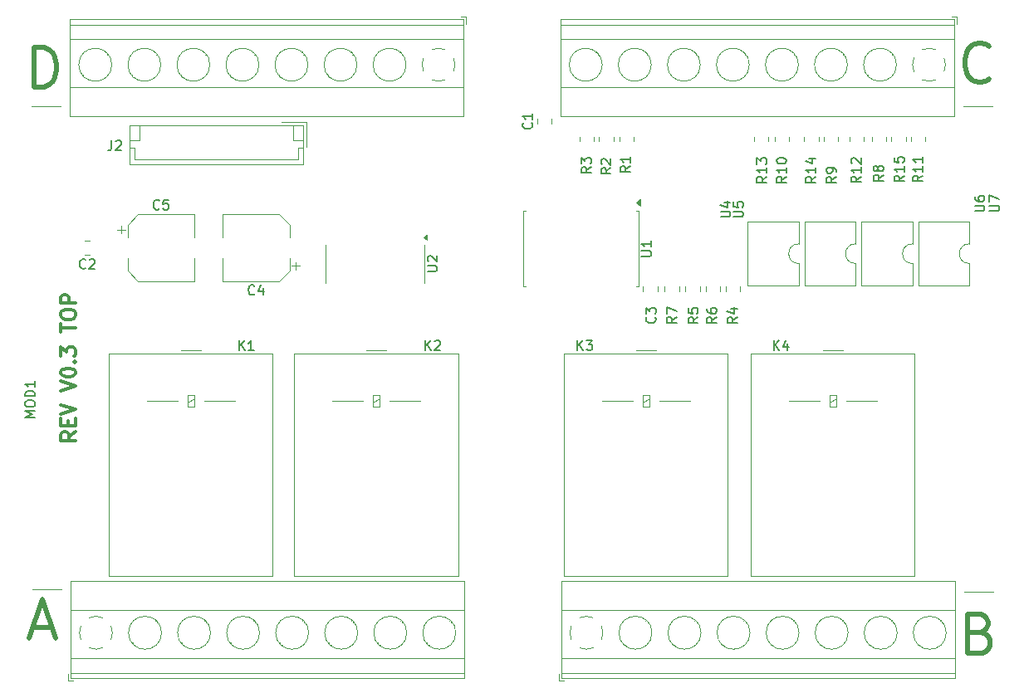
<source format=gbr>
%TF.GenerationSoftware,KiCad,Pcbnew,9.0.3*%
%TF.CreationDate,2025-10-14T20:28:44+02:00*%
%TF.ProjectId,esp32_blinds_controller,65737033-325f-4626-9c69-6e64735f636f,V0.3*%
%TF.SameCoordinates,Original*%
%TF.FileFunction,Legend,Top*%
%TF.FilePolarity,Positive*%
%FSLAX46Y46*%
G04 Gerber Fmt 4.6, Leading zero omitted, Abs format (unit mm)*
G04 Created by KiCad (PCBNEW 9.0.3) date 2025-10-14 20:28:44*
%MOMM*%
%LPD*%
G01*
G04 APERTURE LIST*
%ADD10C,0.300000*%
%ADD11C,0.150000*%
%ADD12C,0.500000*%
%ADD13C,0.120000*%
G04 APERTURE END LIST*
D10*
X106600828Y-105788346D02*
X105886542Y-106288346D01*
X106600828Y-106645489D02*
X105100828Y-106645489D01*
X105100828Y-106645489D02*
X105100828Y-106074060D01*
X105100828Y-106074060D02*
X105172257Y-105931203D01*
X105172257Y-105931203D02*
X105243685Y-105859774D01*
X105243685Y-105859774D02*
X105386542Y-105788346D01*
X105386542Y-105788346D02*
X105600828Y-105788346D01*
X105600828Y-105788346D02*
X105743685Y-105859774D01*
X105743685Y-105859774D02*
X105815114Y-105931203D01*
X105815114Y-105931203D02*
X105886542Y-106074060D01*
X105886542Y-106074060D02*
X105886542Y-106645489D01*
X105815114Y-105145489D02*
X105815114Y-104645489D01*
X106600828Y-104431203D02*
X106600828Y-105145489D01*
X106600828Y-105145489D02*
X105100828Y-105145489D01*
X105100828Y-105145489D02*
X105100828Y-104431203D01*
X105100828Y-104002631D02*
X106600828Y-103502631D01*
X106600828Y-103502631D02*
X105100828Y-103002631D01*
X105100828Y-101574060D02*
X106600828Y-101074060D01*
X106600828Y-101074060D02*
X105100828Y-100574060D01*
X105100828Y-99788346D02*
X105100828Y-99645489D01*
X105100828Y-99645489D02*
X105172257Y-99502632D01*
X105172257Y-99502632D02*
X105243685Y-99431204D01*
X105243685Y-99431204D02*
X105386542Y-99359775D01*
X105386542Y-99359775D02*
X105672257Y-99288346D01*
X105672257Y-99288346D02*
X106029400Y-99288346D01*
X106029400Y-99288346D02*
X106315114Y-99359775D01*
X106315114Y-99359775D02*
X106457971Y-99431204D01*
X106457971Y-99431204D02*
X106529400Y-99502632D01*
X106529400Y-99502632D02*
X106600828Y-99645489D01*
X106600828Y-99645489D02*
X106600828Y-99788346D01*
X106600828Y-99788346D02*
X106529400Y-99931204D01*
X106529400Y-99931204D02*
X106457971Y-100002632D01*
X106457971Y-100002632D02*
X106315114Y-100074061D01*
X106315114Y-100074061D02*
X106029400Y-100145489D01*
X106029400Y-100145489D02*
X105672257Y-100145489D01*
X105672257Y-100145489D02*
X105386542Y-100074061D01*
X105386542Y-100074061D02*
X105243685Y-100002632D01*
X105243685Y-100002632D02*
X105172257Y-99931204D01*
X105172257Y-99931204D02*
X105100828Y-99788346D01*
X106457971Y-98645490D02*
X106529400Y-98574061D01*
X106529400Y-98574061D02*
X106600828Y-98645490D01*
X106600828Y-98645490D02*
X106529400Y-98716918D01*
X106529400Y-98716918D02*
X106457971Y-98645490D01*
X106457971Y-98645490D02*
X106600828Y-98645490D01*
X105100828Y-98074061D02*
X105100828Y-97145489D01*
X105100828Y-97145489D02*
X105672257Y-97645489D01*
X105672257Y-97645489D02*
X105672257Y-97431204D01*
X105672257Y-97431204D02*
X105743685Y-97288347D01*
X105743685Y-97288347D02*
X105815114Y-97216918D01*
X105815114Y-97216918D02*
X105957971Y-97145489D01*
X105957971Y-97145489D02*
X106315114Y-97145489D01*
X106315114Y-97145489D02*
X106457971Y-97216918D01*
X106457971Y-97216918D02*
X106529400Y-97288347D01*
X106529400Y-97288347D02*
X106600828Y-97431204D01*
X106600828Y-97431204D02*
X106600828Y-97859775D01*
X106600828Y-97859775D02*
X106529400Y-98002632D01*
X106529400Y-98002632D02*
X106457971Y-98074061D01*
X105100828Y-95574061D02*
X105100828Y-94716919D01*
X106600828Y-95145490D02*
X105100828Y-95145490D01*
X105100828Y-93931204D02*
X105100828Y-93645490D01*
X105100828Y-93645490D02*
X105172257Y-93502633D01*
X105172257Y-93502633D02*
X105315114Y-93359776D01*
X105315114Y-93359776D02*
X105600828Y-93288347D01*
X105600828Y-93288347D02*
X106100828Y-93288347D01*
X106100828Y-93288347D02*
X106386542Y-93359776D01*
X106386542Y-93359776D02*
X106529400Y-93502633D01*
X106529400Y-93502633D02*
X106600828Y-93645490D01*
X106600828Y-93645490D02*
X106600828Y-93931204D01*
X106600828Y-93931204D02*
X106529400Y-94074062D01*
X106529400Y-94074062D02*
X106386542Y-94216919D01*
X106386542Y-94216919D02*
X106100828Y-94288347D01*
X106100828Y-94288347D02*
X105600828Y-94288347D01*
X105600828Y-94288347D02*
X105315114Y-94216919D01*
X105315114Y-94216919D02*
X105172257Y-94074062D01*
X105172257Y-94074062D02*
X105100828Y-93931204D01*
X106600828Y-92645490D02*
X105100828Y-92645490D01*
X105100828Y-92645490D02*
X105100828Y-92074061D01*
X105100828Y-92074061D02*
X105172257Y-91931204D01*
X105172257Y-91931204D02*
X105243685Y-91859775D01*
X105243685Y-91859775D02*
X105386542Y-91788347D01*
X105386542Y-91788347D02*
X105600828Y-91788347D01*
X105600828Y-91788347D02*
X105743685Y-91859775D01*
X105743685Y-91859775D02*
X105815114Y-91931204D01*
X105815114Y-91931204D02*
X105886542Y-92074061D01*
X105886542Y-92074061D02*
X105886542Y-92645490D01*
D11*
X170054819Y-94066666D02*
X169578628Y-94399999D01*
X170054819Y-94638094D02*
X169054819Y-94638094D01*
X169054819Y-94638094D02*
X169054819Y-94257142D01*
X169054819Y-94257142D02*
X169102438Y-94161904D01*
X169102438Y-94161904D02*
X169150057Y-94114285D01*
X169150057Y-94114285D02*
X169245295Y-94066666D01*
X169245295Y-94066666D02*
X169388152Y-94066666D01*
X169388152Y-94066666D02*
X169483390Y-94114285D01*
X169483390Y-94114285D02*
X169531009Y-94161904D01*
X169531009Y-94161904D02*
X169578628Y-94257142D01*
X169578628Y-94257142D02*
X169578628Y-94638094D01*
X169054819Y-93161904D02*
X169054819Y-93638094D01*
X169054819Y-93638094D02*
X169531009Y-93685713D01*
X169531009Y-93685713D02*
X169483390Y-93638094D01*
X169483390Y-93638094D02*
X169435771Y-93542856D01*
X169435771Y-93542856D02*
X169435771Y-93304761D01*
X169435771Y-93304761D02*
X169483390Y-93209523D01*
X169483390Y-93209523D02*
X169531009Y-93161904D01*
X169531009Y-93161904D02*
X169626247Y-93114285D01*
X169626247Y-93114285D02*
X169864342Y-93114285D01*
X169864342Y-93114285D02*
X169959580Y-93161904D01*
X169959580Y-93161904D02*
X170007200Y-93209523D01*
X170007200Y-93209523D02*
X170054819Y-93304761D01*
X170054819Y-93304761D02*
X170054819Y-93542856D01*
X170054819Y-93542856D02*
X170007200Y-93638094D01*
X170007200Y-93638094D02*
X169959580Y-93685713D01*
X184154819Y-79766666D02*
X183678628Y-80099999D01*
X184154819Y-80338094D02*
X183154819Y-80338094D01*
X183154819Y-80338094D02*
X183154819Y-79957142D01*
X183154819Y-79957142D02*
X183202438Y-79861904D01*
X183202438Y-79861904D02*
X183250057Y-79814285D01*
X183250057Y-79814285D02*
X183345295Y-79766666D01*
X183345295Y-79766666D02*
X183488152Y-79766666D01*
X183488152Y-79766666D02*
X183583390Y-79814285D01*
X183583390Y-79814285D02*
X183631009Y-79861904D01*
X183631009Y-79861904D02*
X183678628Y-79957142D01*
X183678628Y-79957142D02*
X183678628Y-80338094D01*
X184154819Y-79290475D02*
X184154819Y-79099999D01*
X184154819Y-79099999D02*
X184107200Y-79004761D01*
X184107200Y-79004761D02*
X184059580Y-78957142D01*
X184059580Y-78957142D02*
X183916723Y-78861904D01*
X183916723Y-78861904D02*
X183726247Y-78814285D01*
X183726247Y-78814285D02*
X183345295Y-78814285D01*
X183345295Y-78814285D02*
X183250057Y-78861904D01*
X183250057Y-78861904D02*
X183202438Y-78909523D01*
X183202438Y-78909523D02*
X183154819Y-79004761D01*
X183154819Y-79004761D02*
X183154819Y-79195237D01*
X183154819Y-79195237D02*
X183202438Y-79290475D01*
X183202438Y-79290475D02*
X183250057Y-79338094D01*
X183250057Y-79338094D02*
X183345295Y-79385713D01*
X183345295Y-79385713D02*
X183583390Y-79385713D01*
X183583390Y-79385713D02*
X183678628Y-79338094D01*
X183678628Y-79338094D02*
X183726247Y-79290475D01*
X183726247Y-79290475D02*
X183773866Y-79195237D01*
X183773866Y-79195237D02*
X183773866Y-79004761D01*
X183773866Y-79004761D02*
X183726247Y-78909523D01*
X183726247Y-78909523D02*
X183678628Y-78861904D01*
X183678628Y-78861904D02*
X183583390Y-78814285D01*
X161154819Y-78866666D02*
X160678628Y-79199999D01*
X161154819Y-79438094D02*
X160154819Y-79438094D01*
X160154819Y-79438094D02*
X160154819Y-79057142D01*
X160154819Y-79057142D02*
X160202438Y-78961904D01*
X160202438Y-78961904D02*
X160250057Y-78914285D01*
X160250057Y-78914285D02*
X160345295Y-78866666D01*
X160345295Y-78866666D02*
X160488152Y-78866666D01*
X160488152Y-78866666D02*
X160583390Y-78914285D01*
X160583390Y-78914285D02*
X160631009Y-78961904D01*
X160631009Y-78961904D02*
X160678628Y-79057142D01*
X160678628Y-79057142D02*
X160678628Y-79438094D01*
X160250057Y-78485713D02*
X160202438Y-78438094D01*
X160202438Y-78438094D02*
X160154819Y-78342856D01*
X160154819Y-78342856D02*
X160154819Y-78104761D01*
X160154819Y-78104761D02*
X160202438Y-78009523D01*
X160202438Y-78009523D02*
X160250057Y-77961904D01*
X160250057Y-77961904D02*
X160345295Y-77914285D01*
X160345295Y-77914285D02*
X160440533Y-77914285D01*
X160440533Y-77914285D02*
X160583390Y-77961904D01*
X160583390Y-77961904D02*
X161154819Y-78533332D01*
X161154819Y-78533332D02*
X161154819Y-77914285D01*
X174054819Y-94066666D02*
X173578628Y-94399999D01*
X174054819Y-94638094D02*
X173054819Y-94638094D01*
X173054819Y-94638094D02*
X173054819Y-94257142D01*
X173054819Y-94257142D02*
X173102438Y-94161904D01*
X173102438Y-94161904D02*
X173150057Y-94114285D01*
X173150057Y-94114285D02*
X173245295Y-94066666D01*
X173245295Y-94066666D02*
X173388152Y-94066666D01*
X173388152Y-94066666D02*
X173483390Y-94114285D01*
X173483390Y-94114285D02*
X173531009Y-94161904D01*
X173531009Y-94161904D02*
X173578628Y-94257142D01*
X173578628Y-94257142D02*
X173578628Y-94638094D01*
X173388152Y-93209523D02*
X174054819Y-93209523D01*
X173007200Y-93447618D02*
X173721485Y-93685713D01*
X173721485Y-93685713D02*
X173721485Y-93066666D01*
X159154819Y-78766666D02*
X158678628Y-79099999D01*
X159154819Y-79338094D02*
X158154819Y-79338094D01*
X158154819Y-79338094D02*
X158154819Y-78957142D01*
X158154819Y-78957142D02*
X158202438Y-78861904D01*
X158202438Y-78861904D02*
X158250057Y-78814285D01*
X158250057Y-78814285D02*
X158345295Y-78766666D01*
X158345295Y-78766666D02*
X158488152Y-78766666D01*
X158488152Y-78766666D02*
X158583390Y-78814285D01*
X158583390Y-78814285D02*
X158631009Y-78861904D01*
X158631009Y-78861904D02*
X158678628Y-78957142D01*
X158678628Y-78957142D02*
X158678628Y-79338094D01*
X158154819Y-78433332D02*
X158154819Y-77814285D01*
X158154819Y-77814285D02*
X158535771Y-78147618D01*
X158535771Y-78147618D02*
X158535771Y-78004761D01*
X158535771Y-78004761D02*
X158583390Y-77909523D01*
X158583390Y-77909523D02*
X158631009Y-77861904D01*
X158631009Y-77861904D02*
X158726247Y-77814285D01*
X158726247Y-77814285D02*
X158964342Y-77814285D01*
X158964342Y-77814285D02*
X159059580Y-77861904D01*
X159059580Y-77861904D02*
X159107200Y-77909523D01*
X159107200Y-77909523D02*
X159154819Y-78004761D01*
X159154819Y-78004761D02*
X159154819Y-78290475D01*
X159154819Y-78290475D02*
X159107200Y-78385713D01*
X159107200Y-78385713D02*
X159059580Y-78433332D01*
X172354819Y-83861904D02*
X173164342Y-83861904D01*
X173164342Y-83861904D02*
X173259580Y-83814285D01*
X173259580Y-83814285D02*
X173307200Y-83766666D01*
X173307200Y-83766666D02*
X173354819Y-83671428D01*
X173354819Y-83671428D02*
X173354819Y-83480952D01*
X173354819Y-83480952D02*
X173307200Y-83385714D01*
X173307200Y-83385714D02*
X173259580Y-83338095D01*
X173259580Y-83338095D02*
X173164342Y-83290476D01*
X173164342Y-83290476D02*
X172354819Y-83290476D01*
X172688152Y-82385714D02*
X173354819Y-82385714D01*
X172307200Y-82623809D02*
X173021485Y-82861904D01*
X173021485Y-82861904D02*
X173021485Y-82242857D01*
X173654819Y-83861904D02*
X174464342Y-83861904D01*
X174464342Y-83861904D02*
X174559580Y-83814285D01*
X174559580Y-83814285D02*
X174607200Y-83766666D01*
X174607200Y-83766666D02*
X174654819Y-83671428D01*
X174654819Y-83671428D02*
X174654819Y-83480952D01*
X174654819Y-83480952D02*
X174607200Y-83385714D01*
X174607200Y-83385714D02*
X174559580Y-83338095D01*
X174559580Y-83338095D02*
X174464342Y-83290476D01*
X174464342Y-83290476D02*
X173654819Y-83290476D01*
X173654819Y-82338095D02*
X173654819Y-82814285D01*
X173654819Y-82814285D02*
X174131009Y-82861904D01*
X174131009Y-82861904D02*
X174083390Y-82814285D01*
X174083390Y-82814285D02*
X174035771Y-82719047D01*
X174035771Y-82719047D02*
X174035771Y-82480952D01*
X174035771Y-82480952D02*
X174083390Y-82385714D01*
X174083390Y-82385714D02*
X174131009Y-82338095D01*
X174131009Y-82338095D02*
X174226247Y-82290476D01*
X174226247Y-82290476D02*
X174464342Y-82290476D01*
X174464342Y-82290476D02*
X174559580Y-82338095D01*
X174559580Y-82338095D02*
X174607200Y-82385714D01*
X174607200Y-82385714D02*
X174654819Y-82480952D01*
X174654819Y-82480952D02*
X174654819Y-82719047D01*
X174654819Y-82719047D02*
X174607200Y-82814285D01*
X174607200Y-82814285D02*
X174559580Y-82861904D01*
X142261905Y-97454819D02*
X142261905Y-96454819D01*
X142833333Y-97454819D02*
X142404762Y-96883390D01*
X142833333Y-96454819D02*
X142261905Y-97026247D01*
X143214286Y-96550057D02*
X143261905Y-96502438D01*
X143261905Y-96502438D02*
X143357143Y-96454819D01*
X143357143Y-96454819D02*
X143595238Y-96454819D01*
X143595238Y-96454819D02*
X143690476Y-96502438D01*
X143690476Y-96502438D02*
X143738095Y-96550057D01*
X143738095Y-96550057D02*
X143785714Y-96645295D01*
X143785714Y-96645295D02*
X143785714Y-96740533D01*
X143785714Y-96740533D02*
X143738095Y-96883390D01*
X143738095Y-96883390D02*
X143166667Y-97454819D01*
X143166667Y-97454819D02*
X143785714Y-97454819D01*
X182054819Y-79742857D02*
X181578628Y-80076190D01*
X182054819Y-80314285D02*
X181054819Y-80314285D01*
X181054819Y-80314285D02*
X181054819Y-79933333D01*
X181054819Y-79933333D02*
X181102438Y-79838095D01*
X181102438Y-79838095D02*
X181150057Y-79790476D01*
X181150057Y-79790476D02*
X181245295Y-79742857D01*
X181245295Y-79742857D02*
X181388152Y-79742857D01*
X181388152Y-79742857D02*
X181483390Y-79790476D01*
X181483390Y-79790476D02*
X181531009Y-79838095D01*
X181531009Y-79838095D02*
X181578628Y-79933333D01*
X181578628Y-79933333D02*
X181578628Y-80314285D01*
X182054819Y-78790476D02*
X182054819Y-79361904D01*
X182054819Y-79076190D02*
X181054819Y-79076190D01*
X181054819Y-79076190D02*
X181197676Y-79171428D01*
X181197676Y-79171428D02*
X181292914Y-79266666D01*
X181292914Y-79266666D02*
X181340533Y-79361904D01*
X181388152Y-77933333D02*
X182054819Y-77933333D01*
X181007200Y-78171428D02*
X181721485Y-78409523D01*
X181721485Y-78409523D02*
X181721485Y-77790476D01*
X142459819Y-89386904D02*
X143269342Y-89386904D01*
X143269342Y-89386904D02*
X143364580Y-89339285D01*
X143364580Y-89339285D02*
X143412200Y-89291666D01*
X143412200Y-89291666D02*
X143459819Y-89196428D01*
X143459819Y-89196428D02*
X143459819Y-89005952D01*
X143459819Y-89005952D02*
X143412200Y-88910714D01*
X143412200Y-88910714D02*
X143364580Y-88863095D01*
X143364580Y-88863095D02*
X143269342Y-88815476D01*
X143269342Y-88815476D02*
X142459819Y-88815476D01*
X142555057Y-88386904D02*
X142507438Y-88339285D01*
X142507438Y-88339285D02*
X142459819Y-88244047D01*
X142459819Y-88244047D02*
X142459819Y-88005952D01*
X142459819Y-88005952D02*
X142507438Y-87910714D01*
X142507438Y-87910714D02*
X142555057Y-87863095D01*
X142555057Y-87863095D02*
X142650295Y-87815476D01*
X142650295Y-87815476D02*
X142745533Y-87815476D01*
X142745533Y-87815476D02*
X142888390Y-87863095D01*
X142888390Y-87863095D02*
X143459819Y-88434523D01*
X143459819Y-88434523D02*
X143459819Y-87815476D01*
X199754819Y-83261904D02*
X200564342Y-83261904D01*
X200564342Y-83261904D02*
X200659580Y-83214285D01*
X200659580Y-83214285D02*
X200707200Y-83166666D01*
X200707200Y-83166666D02*
X200754819Y-83071428D01*
X200754819Y-83071428D02*
X200754819Y-82880952D01*
X200754819Y-82880952D02*
X200707200Y-82785714D01*
X200707200Y-82785714D02*
X200659580Y-82738095D01*
X200659580Y-82738095D02*
X200564342Y-82690476D01*
X200564342Y-82690476D02*
X199754819Y-82690476D01*
X199754819Y-82309523D02*
X199754819Y-81642857D01*
X199754819Y-81642857D02*
X200754819Y-82071428D01*
X177761905Y-97454819D02*
X177761905Y-96454819D01*
X178333333Y-97454819D02*
X177904762Y-96883390D01*
X178333333Y-96454819D02*
X177761905Y-97026247D01*
X179190476Y-96788152D02*
X179190476Y-97454819D01*
X178952381Y-96407200D02*
X178714286Y-97121485D01*
X178714286Y-97121485D02*
X179333333Y-97121485D01*
X177054819Y-79742857D02*
X176578628Y-80076190D01*
X177054819Y-80314285D02*
X176054819Y-80314285D01*
X176054819Y-80314285D02*
X176054819Y-79933333D01*
X176054819Y-79933333D02*
X176102438Y-79838095D01*
X176102438Y-79838095D02*
X176150057Y-79790476D01*
X176150057Y-79790476D02*
X176245295Y-79742857D01*
X176245295Y-79742857D02*
X176388152Y-79742857D01*
X176388152Y-79742857D02*
X176483390Y-79790476D01*
X176483390Y-79790476D02*
X176531009Y-79838095D01*
X176531009Y-79838095D02*
X176578628Y-79933333D01*
X176578628Y-79933333D02*
X176578628Y-80314285D01*
X177054819Y-78790476D02*
X177054819Y-79361904D01*
X177054819Y-79076190D02*
X176054819Y-79076190D01*
X176054819Y-79076190D02*
X176197676Y-79171428D01*
X176197676Y-79171428D02*
X176292914Y-79266666D01*
X176292914Y-79266666D02*
X176340533Y-79361904D01*
X176054819Y-78457142D02*
X176054819Y-77838095D01*
X176054819Y-77838095D02*
X176435771Y-78171428D01*
X176435771Y-78171428D02*
X176435771Y-78028571D01*
X176435771Y-78028571D02*
X176483390Y-77933333D01*
X176483390Y-77933333D02*
X176531009Y-77885714D01*
X176531009Y-77885714D02*
X176626247Y-77838095D01*
X176626247Y-77838095D02*
X176864342Y-77838095D01*
X176864342Y-77838095D02*
X176959580Y-77885714D01*
X176959580Y-77885714D02*
X177007200Y-77933333D01*
X177007200Y-77933333D02*
X177054819Y-78028571D01*
X177054819Y-78028571D02*
X177054819Y-78314285D01*
X177054819Y-78314285D02*
X177007200Y-78409523D01*
X177007200Y-78409523D02*
X176959580Y-78457142D01*
X163154819Y-78666666D02*
X162678628Y-78999999D01*
X163154819Y-79238094D02*
X162154819Y-79238094D01*
X162154819Y-79238094D02*
X162154819Y-78857142D01*
X162154819Y-78857142D02*
X162202438Y-78761904D01*
X162202438Y-78761904D02*
X162250057Y-78714285D01*
X162250057Y-78714285D02*
X162345295Y-78666666D01*
X162345295Y-78666666D02*
X162488152Y-78666666D01*
X162488152Y-78666666D02*
X162583390Y-78714285D01*
X162583390Y-78714285D02*
X162631009Y-78761904D01*
X162631009Y-78761904D02*
X162678628Y-78857142D01*
X162678628Y-78857142D02*
X162678628Y-79238094D01*
X163154819Y-77714285D02*
X163154819Y-78285713D01*
X163154819Y-77999999D02*
X162154819Y-77999999D01*
X162154819Y-77999999D02*
X162297676Y-78095237D01*
X162297676Y-78095237D02*
X162392914Y-78190475D01*
X162392914Y-78190475D02*
X162440533Y-78285713D01*
X179054819Y-79742857D02*
X178578628Y-80076190D01*
X179054819Y-80314285D02*
X178054819Y-80314285D01*
X178054819Y-80314285D02*
X178054819Y-79933333D01*
X178054819Y-79933333D02*
X178102438Y-79838095D01*
X178102438Y-79838095D02*
X178150057Y-79790476D01*
X178150057Y-79790476D02*
X178245295Y-79742857D01*
X178245295Y-79742857D02*
X178388152Y-79742857D01*
X178388152Y-79742857D02*
X178483390Y-79790476D01*
X178483390Y-79790476D02*
X178531009Y-79838095D01*
X178531009Y-79838095D02*
X178578628Y-79933333D01*
X178578628Y-79933333D02*
X178578628Y-80314285D01*
X179054819Y-78790476D02*
X179054819Y-79361904D01*
X179054819Y-79076190D02*
X178054819Y-79076190D01*
X178054819Y-79076190D02*
X178197676Y-79171428D01*
X178197676Y-79171428D02*
X178292914Y-79266666D01*
X178292914Y-79266666D02*
X178340533Y-79361904D01*
X178054819Y-78171428D02*
X178054819Y-78076190D01*
X178054819Y-78076190D02*
X178102438Y-77980952D01*
X178102438Y-77980952D02*
X178150057Y-77933333D01*
X178150057Y-77933333D02*
X178245295Y-77885714D01*
X178245295Y-77885714D02*
X178435771Y-77838095D01*
X178435771Y-77838095D02*
X178673866Y-77838095D01*
X178673866Y-77838095D02*
X178864342Y-77885714D01*
X178864342Y-77885714D02*
X178959580Y-77933333D01*
X178959580Y-77933333D02*
X179007200Y-77980952D01*
X179007200Y-77980952D02*
X179054819Y-78076190D01*
X179054819Y-78076190D02*
X179054819Y-78171428D01*
X179054819Y-78171428D02*
X179007200Y-78266666D01*
X179007200Y-78266666D02*
X178959580Y-78314285D01*
X178959580Y-78314285D02*
X178864342Y-78361904D01*
X178864342Y-78361904D02*
X178673866Y-78409523D01*
X178673866Y-78409523D02*
X178435771Y-78409523D01*
X178435771Y-78409523D02*
X178245295Y-78361904D01*
X178245295Y-78361904D02*
X178150057Y-78314285D01*
X178150057Y-78314285D02*
X178102438Y-78266666D01*
X178102438Y-78266666D02*
X178054819Y-78171428D01*
X198254819Y-83261904D02*
X199064342Y-83261904D01*
X199064342Y-83261904D02*
X199159580Y-83214285D01*
X199159580Y-83214285D02*
X199207200Y-83166666D01*
X199207200Y-83166666D02*
X199254819Y-83071428D01*
X199254819Y-83071428D02*
X199254819Y-82880952D01*
X199254819Y-82880952D02*
X199207200Y-82785714D01*
X199207200Y-82785714D02*
X199159580Y-82738095D01*
X199159580Y-82738095D02*
X199064342Y-82690476D01*
X199064342Y-82690476D02*
X198254819Y-82690476D01*
X198254819Y-81785714D02*
X198254819Y-81976190D01*
X198254819Y-81976190D02*
X198302438Y-82071428D01*
X198302438Y-82071428D02*
X198350057Y-82119047D01*
X198350057Y-82119047D02*
X198492914Y-82214285D01*
X198492914Y-82214285D02*
X198683390Y-82261904D01*
X198683390Y-82261904D02*
X199064342Y-82261904D01*
X199064342Y-82261904D02*
X199159580Y-82214285D01*
X199159580Y-82214285D02*
X199207200Y-82166666D01*
X199207200Y-82166666D02*
X199254819Y-82071428D01*
X199254819Y-82071428D02*
X199254819Y-81880952D01*
X199254819Y-81880952D02*
X199207200Y-81785714D01*
X199207200Y-81785714D02*
X199159580Y-81738095D01*
X199159580Y-81738095D02*
X199064342Y-81690476D01*
X199064342Y-81690476D02*
X198826247Y-81690476D01*
X198826247Y-81690476D02*
X198731009Y-81738095D01*
X198731009Y-81738095D02*
X198683390Y-81785714D01*
X198683390Y-81785714D02*
X198635771Y-81880952D01*
X198635771Y-81880952D02*
X198635771Y-82071428D01*
X198635771Y-82071428D02*
X198683390Y-82166666D01*
X198683390Y-82166666D02*
X198731009Y-82214285D01*
X198731009Y-82214285D02*
X198826247Y-82261904D01*
X186654819Y-79730357D02*
X186178628Y-80063690D01*
X186654819Y-80301785D02*
X185654819Y-80301785D01*
X185654819Y-80301785D02*
X185654819Y-79920833D01*
X185654819Y-79920833D02*
X185702438Y-79825595D01*
X185702438Y-79825595D02*
X185750057Y-79777976D01*
X185750057Y-79777976D02*
X185845295Y-79730357D01*
X185845295Y-79730357D02*
X185988152Y-79730357D01*
X185988152Y-79730357D02*
X186083390Y-79777976D01*
X186083390Y-79777976D02*
X186131009Y-79825595D01*
X186131009Y-79825595D02*
X186178628Y-79920833D01*
X186178628Y-79920833D02*
X186178628Y-80301785D01*
X186654819Y-78777976D02*
X186654819Y-79349404D01*
X186654819Y-79063690D02*
X185654819Y-79063690D01*
X185654819Y-79063690D02*
X185797676Y-79158928D01*
X185797676Y-79158928D02*
X185892914Y-79254166D01*
X185892914Y-79254166D02*
X185940533Y-79349404D01*
X185750057Y-78397023D02*
X185702438Y-78349404D01*
X185702438Y-78349404D02*
X185654819Y-78254166D01*
X185654819Y-78254166D02*
X185654819Y-78016071D01*
X185654819Y-78016071D02*
X185702438Y-77920833D01*
X185702438Y-77920833D02*
X185750057Y-77873214D01*
X185750057Y-77873214D02*
X185845295Y-77825595D01*
X185845295Y-77825595D02*
X185940533Y-77825595D01*
X185940533Y-77825595D02*
X186083390Y-77873214D01*
X186083390Y-77873214D02*
X186654819Y-78444642D01*
X186654819Y-78444642D02*
X186654819Y-77825595D01*
X153079580Y-74266666D02*
X153127200Y-74314285D01*
X153127200Y-74314285D02*
X153174819Y-74457142D01*
X153174819Y-74457142D02*
X153174819Y-74552380D01*
X153174819Y-74552380D02*
X153127200Y-74695237D01*
X153127200Y-74695237D02*
X153031961Y-74790475D01*
X153031961Y-74790475D02*
X152936723Y-74838094D01*
X152936723Y-74838094D02*
X152746247Y-74885713D01*
X152746247Y-74885713D02*
X152603390Y-74885713D01*
X152603390Y-74885713D02*
X152412914Y-74838094D01*
X152412914Y-74838094D02*
X152317676Y-74790475D01*
X152317676Y-74790475D02*
X152222438Y-74695237D01*
X152222438Y-74695237D02*
X152174819Y-74552380D01*
X152174819Y-74552380D02*
X152174819Y-74457142D01*
X152174819Y-74457142D02*
X152222438Y-74314285D01*
X152222438Y-74314285D02*
X152270057Y-74266666D01*
X153174819Y-73314285D02*
X153174819Y-73885713D01*
X153174819Y-73599999D02*
X152174819Y-73599999D01*
X152174819Y-73599999D02*
X152317676Y-73695237D01*
X152317676Y-73695237D02*
X152412914Y-73790475D01*
X152412914Y-73790475D02*
X152460533Y-73885713D01*
X123261905Y-97454819D02*
X123261905Y-96454819D01*
X123833333Y-97454819D02*
X123404762Y-96883390D01*
X123833333Y-96454819D02*
X123261905Y-97026247D01*
X124785714Y-97454819D02*
X124214286Y-97454819D01*
X124500000Y-97454819D02*
X124500000Y-96454819D01*
X124500000Y-96454819D02*
X124404762Y-96597676D01*
X124404762Y-96597676D02*
X124309524Y-96692914D01*
X124309524Y-96692914D02*
X124214286Y-96740533D01*
X124833333Y-91709580D02*
X124785714Y-91757200D01*
X124785714Y-91757200D02*
X124642857Y-91804819D01*
X124642857Y-91804819D02*
X124547619Y-91804819D01*
X124547619Y-91804819D02*
X124404762Y-91757200D01*
X124404762Y-91757200D02*
X124309524Y-91661961D01*
X124309524Y-91661961D02*
X124261905Y-91566723D01*
X124261905Y-91566723D02*
X124214286Y-91376247D01*
X124214286Y-91376247D02*
X124214286Y-91233390D01*
X124214286Y-91233390D02*
X124261905Y-91042914D01*
X124261905Y-91042914D02*
X124309524Y-90947676D01*
X124309524Y-90947676D02*
X124404762Y-90852438D01*
X124404762Y-90852438D02*
X124547619Y-90804819D01*
X124547619Y-90804819D02*
X124642857Y-90804819D01*
X124642857Y-90804819D02*
X124785714Y-90852438D01*
X124785714Y-90852438D02*
X124833333Y-90900057D01*
X125690476Y-91138152D02*
X125690476Y-91804819D01*
X125452381Y-90757200D02*
X125214286Y-91471485D01*
X125214286Y-91471485D02*
X125833333Y-91471485D01*
X192954819Y-79630357D02*
X192478628Y-79963690D01*
X192954819Y-80201785D02*
X191954819Y-80201785D01*
X191954819Y-80201785D02*
X191954819Y-79820833D01*
X191954819Y-79820833D02*
X192002438Y-79725595D01*
X192002438Y-79725595D02*
X192050057Y-79677976D01*
X192050057Y-79677976D02*
X192145295Y-79630357D01*
X192145295Y-79630357D02*
X192288152Y-79630357D01*
X192288152Y-79630357D02*
X192383390Y-79677976D01*
X192383390Y-79677976D02*
X192431009Y-79725595D01*
X192431009Y-79725595D02*
X192478628Y-79820833D01*
X192478628Y-79820833D02*
X192478628Y-80201785D01*
X192954819Y-78677976D02*
X192954819Y-79249404D01*
X192954819Y-78963690D02*
X191954819Y-78963690D01*
X191954819Y-78963690D02*
X192097676Y-79058928D01*
X192097676Y-79058928D02*
X192192914Y-79154166D01*
X192192914Y-79154166D02*
X192240533Y-79249404D01*
X192954819Y-77725595D02*
X192954819Y-78297023D01*
X192954819Y-78011309D02*
X191954819Y-78011309D01*
X191954819Y-78011309D02*
X192097676Y-78106547D01*
X192097676Y-78106547D02*
X192192914Y-78201785D01*
X192192914Y-78201785D02*
X192240533Y-78297023D01*
X102454819Y-104333332D02*
X101454819Y-104333332D01*
X101454819Y-104333332D02*
X102169104Y-103999999D01*
X102169104Y-103999999D02*
X101454819Y-103666666D01*
X101454819Y-103666666D02*
X102454819Y-103666666D01*
X101454819Y-102999999D02*
X101454819Y-102809523D01*
X101454819Y-102809523D02*
X101502438Y-102714285D01*
X101502438Y-102714285D02*
X101597676Y-102619047D01*
X101597676Y-102619047D02*
X101788152Y-102571428D01*
X101788152Y-102571428D02*
X102121485Y-102571428D01*
X102121485Y-102571428D02*
X102311961Y-102619047D01*
X102311961Y-102619047D02*
X102407200Y-102714285D01*
X102407200Y-102714285D02*
X102454819Y-102809523D01*
X102454819Y-102809523D02*
X102454819Y-102999999D01*
X102454819Y-102999999D02*
X102407200Y-103095237D01*
X102407200Y-103095237D02*
X102311961Y-103190475D01*
X102311961Y-103190475D02*
X102121485Y-103238094D01*
X102121485Y-103238094D02*
X101788152Y-103238094D01*
X101788152Y-103238094D02*
X101597676Y-103190475D01*
X101597676Y-103190475D02*
X101502438Y-103095237D01*
X101502438Y-103095237D02*
X101454819Y-102999999D01*
X102454819Y-102142856D02*
X101454819Y-102142856D01*
X101454819Y-102142856D02*
X101454819Y-101904761D01*
X101454819Y-101904761D02*
X101502438Y-101761904D01*
X101502438Y-101761904D02*
X101597676Y-101666666D01*
X101597676Y-101666666D02*
X101692914Y-101619047D01*
X101692914Y-101619047D02*
X101883390Y-101571428D01*
X101883390Y-101571428D02*
X102026247Y-101571428D01*
X102026247Y-101571428D02*
X102216723Y-101619047D01*
X102216723Y-101619047D02*
X102311961Y-101666666D01*
X102311961Y-101666666D02*
X102407200Y-101761904D01*
X102407200Y-101761904D02*
X102454819Y-101904761D01*
X102454819Y-101904761D02*
X102454819Y-102142856D01*
X102454819Y-100619047D02*
X102454819Y-101190475D01*
X102454819Y-100904761D02*
X101454819Y-100904761D01*
X101454819Y-100904761D02*
X101597676Y-100999999D01*
X101597676Y-100999999D02*
X101692914Y-101095237D01*
X101692914Y-101095237D02*
X101740533Y-101190475D01*
D12*
X199733042Y-69729523D02*
X199542566Y-69920000D01*
X199542566Y-69920000D02*
X198971137Y-70110476D01*
X198971137Y-70110476D02*
X198590185Y-70110476D01*
X198590185Y-70110476D02*
X198018756Y-69920000D01*
X198018756Y-69920000D02*
X197637804Y-69539047D01*
X197637804Y-69539047D02*
X197447327Y-69158095D01*
X197447327Y-69158095D02*
X197256851Y-68396190D01*
X197256851Y-68396190D02*
X197256851Y-67824761D01*
X197256851Y-67824761D02*
X197447327Y-67062857D01*
X197447327Y-67062857D02*
X197637804Y-66681904D01*
X197637804Y-66681904D02*
X198018756Y-66300952D01*
X198018756Y-66300952D02*
X198590185Y-66110476D01*
X198590185Y-66110476D02*
X198971137Y-66110476D01*
X198971137Y-66110476D02*
X199542566Y-66300952D01*
X199542566Y-66300952D02*
X199733042Y-66491428D01*
X102265851Y-125711619D02*
X104170613Y-125711619D01*
X101884899Y-126854476D02*
X103218232Y-122854476D01*
X103218232Y-122854476D02*
X104551566Y-126854476D01*
X198849661Y-126259238D02*
X199421089Y-126449714D01*
X199421089Y-126449714D02*
X199611566Y-126640190D01*
X199611566Y-126640190D02*
X199802042Y-127021142D01*
X199802042Y-127021142D02*
X199802042Y-127592571D01*
X199802042Y-127592571D02*
X199611566Y-127973523D01*
X199611566Y-127973523D02*
X199421089Y-128164000D01*
X199421089Y-128164000D02*
X199040137Y-128354476D01*
X199040137Y-128354476D02*
X197516327Y-128354476D01*
X197516327Y-128354476D02*
X197516327Y-124354476D01*
X197516327Y-124354476D02*
X198849661Y-124354476D01*
X198849661Y-124354476D02*
X199230613Y-124544952D01*
X199230613Y-124544952D02*
X199421089Y-124735428D01*
X199421089Y-124735428D02*
X199611566Y-125116380D01*
X199611566Y-125116380D02*
X199611566Y-125497333D01*
X199611566Y-125497333D02*
X199421089Y-125878285D01*
X199421089Y-125878285D02*
X199230613Y-126068761D01*
X199230613Y-126068761D02*
X198849661Y-126259238D01*
X198849661Y-126259238D02*
X197516327Y-126259238D01*
X102387327Y-70570476D02*
X102387327Y-66570476D01*
X102387327Y-66570476D02*
X103339708Y-66570476D01*
X103339708Y-66570476D02*
X103911137Y-66760952D01*
X103911137Y-66760952D02*
X104292089Y-67141904D01*
X104292089Y-67141904D02*
X104482566Y-67522857D01*
X104482566Y-67522857D02*
X104673042Y-68284761D01*
X104673042Y-68284761D02*
X104673042Y-68856190D01*
X104673042Y-68856190D02*
X104482566Y-69618095D01*
X104482566Y-69618095D02*
X104292089Y-69999047D01*
X104292089Y-69999047D02*
X103911137Y-70380000D01*
X103911137Y-70380000D02*
X103339708Y-70570476D01*
X103339708Y-70570476D02*
X102387327Y-70570476D01*
D11*
X188954819Y-79579166D02*
X188478628Y-79912499D01*
X188954819Y-80150594D02*
X187954819Y-80150594D01*
X187954819Y-80150594D02*
X187954819Y-79769642D01*
X187954819Y-79769642D02*
X188002438Y-79674404D01*
X188002438Y-79674404D02*
X188050057Y-79626785D01*
X188050057Y-79626785D02*
X188145295Y-79579166D01*
X188145295Y-79579166D02*
X188288152Y-79579166D01*
X188288152Y-79579166D02*
X188383390Y-79626785D01*
X188383390Y-79626785D02*
X188431009Y-79674404D01*
X188431009Y-79674404D02*
X188478628Y-79769642D01*
X188478628Y-79769642D02*
X188478628Y-80150594D01*
X188383390Y-79007737D02*
X188335771Y-79102975D01*
X188335771Y-79102975D02*
X188288152Y-79150594D01*
X188288152Y-79150594D02*
X188192914Y-79198213D01*
X188192914Y-79198213D02*
X188145295Y-79198213D01*
X188145295Y-79198213D02*
X188050057Y-79150594D01*
X188050057Y-79150594D02*
X188002438Y-79102975D01*
X188002438Y-79102975D02*
X187954819Y-79007737D01*
X187954819Y-79007737D02*
X187954819Y-78817261D01*
X187954819Y-78817261D02*
X188002438Y-78722023D01*
X188002438Y-78722023D02*
X188050057Y-78674404D01*
X188050057Y-78674404D02*
X188145295Y-78626785D01*
X188145295Y-78626785D02*
X188192914Y-78626785D01*
X188192914Y-78626785D02*
X188288152Y-78674404D01*
X188288152Y-78674404D02*
X188335771Y-78722023D01*
X188335771Y-78722023D02*
X188383390Y-78817261D01*
X188383390Y-78817261D02*
X188383390Y-79007737D01*
X188383390Y-79007737D02*
X188431009Y-79102975D01*
X188431009Y-79102975D02*
X188478628Y-79150594D01*
X188478628Y-79150594D02*
X188573866Y-79198213D01*
X188573866Y-79198213D02*
X188764342Y-79198213D01*
X188764342Y-79198213D02*
X188859580Y-79150594D01*
X188859580Y-79150594D02*
X188907200Y-79102975D01*
X188907200Y-79102975D02*
X188954819Y-79007737D01*
X188954819Y-79007737D02*
X188954819Y-78817261D01*
X188954819Y-78817261D02*
X188907200Y-78722023D01*
X188907200Y-78722023D02*
X188859580Y-78674404D01*
X188859580Y-78674404D02*
X188764342Y-78626785D01*
X188764342Y-78626785D02*
X188573866Y-78626785D01*
X188573866Y-78626785D02*
X188478628Y-78674404D01*
X188478628Y-78674404D02*
X188431009Y-78722023D01*
X188431009Y-78722023D02*
X188383390Y-78817261D01*
X167854819Y-94054166D02*
X167378628Y-94387499D01*
X167854819Y-94625594D02*
X166854819Y-94625594D01*
X166854819Y-94625594D02*
X166854819Y-94244642D01*
X166854819Y-94244642D02*
X166902438Y-94149404D01*
X166902438Y-94149404D02*
X166950057Y-94101785D01*
X166950057Y-94101785D02*
X167045295Y-94054166D01*
X167045295Y-94054166D02*
X167188152Y-94054166D01*
X167188152Y-94054166D02*
X167283390Y-94101785D01*
X167283390Y-94101785D02*
X167331009Y-94149404D01*
X167331009Y-94149404D02*
X167378628Y-94244642D01*
X167378628Y-94244642D02*
X167378628Y-94625594D01*
X166854819Y-93720832D02*
X166854819Y-93054166D01*
X166854819Y-93054166D02*
X167854819Y-93482737D01*
X107633333Y-89039580D02*
X107585714Y-89087200D01*
X107585714Y-89087200D02*
X107442857Y-89134819D01*
X107442857Y-89134819D02*
X107347619Y-89134819D01*
X107347619Y-89134819D02*
X107204762Y-89087200D01*
X107204762Y-89087200D02*
X107109524Y-88991961D01*
X107109524Y-88991961D02*
X107061905Y-88896723D01*
X107061905Y-88896723D02*
X107014286Y-88706247D01*
X107014286Y-88706247D02*
X107014286Y-88563390D01*
X107014286Y-88563390D02*
X107061905Y-88372914D01*
X107061905Y-88372914D02*
X107109524Y-88277676D01*
X107109524Y-88277676D02*
X107204762Y-88182438D01*
X107204762Y-88182438D02*
X107347619Y-88134819D01*
X107347619Y-88134819D02*
X107442857Y-88134819D01*
X107442857Y-88134819D02*
X107585714Y-88182438D01*
X107585714Y-88182438D02*
X107633333Y-88230057D01*
X108014286Y-88230057D02*
X108061905Y-88182438D01*
X108061905Y-88182438D02*
X108157143Y-88134819D01*
X108157143Y-88134819D02*
X108395238Y-88134819D01*
X108395238Y-88134819D02*
X108490476Y-88182438D01*
X108490476Y-88182438D02*
X108538095Y-88230057D01*
X108538095Y-88230057D02*
X108585714Y-88325295D01*
X108585714Y-88325295D02*
X108585714Y-88420533D01*
X108585714Y-88420533D02*
X108538095Y-88563390D01*
X108538095Y-88563390D02*
X107966667Y-89134819D01*
X107966667Y-89134819D02*
X108585714Y-89134819D01*
X115133333Y-83009580D02*
X115085714Y-83057200D01*
X115085714Y-83057200D02*
X114942857Y-83104819D01*
X114942857Y-83104819D02*
X114847619Y-83104819D01*
X114847619Y-83104819D02*
X114704762Y-83057200D01*
X114704762Y-83057200D02*
X114609524Y-82961961D01*
X114609524Y-82961961D02*
X114561905Y-82866723D01*
X114561905Y-82866723D02*
X114514286Y-82676247D01*
X114514286Y-82676247D02*
X114514286Y-82533390D01*
X114514286Y-82533390D02*
X114561905Y-82342914D01*
X114561905Y-82342914D02*
X114609524Y-82247676D01*
X114609524Y-82247676D02*
X114704762Y-82152438D01*
X114704762Y-82152438D02*
X114847619Y-82104819D01*
X114847619Y-82104819D02*
X114942857Y-82104819D01*
X114942857Y-82104819D02*
X115085714Y-82152438D01*
X115085714Y-82152438D02*
X115133333Y-82200057D01*
X116038095Y-82104819D02*
X115561905Y-82104819D01*
X115561905Y-82104819D02*
X115514286Y-82581009D01*
X115514286Y-82581009D02*
X115561905Y-82533390D01*
X115561905Y-82533390D02*
X115657143Y-82485771D01*
X115657143Y-82485771D02*
X115895238Y-82485771D01*
X115895238Y-82485771D02*
X115990476Y-82533390D01*
X115990476Y-82533390D02*
X116038095Y-82581009D01*
X116038095Y-82581009D02*
X116085714Y-82676247D01*
X116085714Y-82676247D02*
X116085714Y-82914342D01*
X116085714Y-82914342D02*
X116038095Y-83009580D01*
X116038095Y-83009580D02*
X115990476Y-83057200D01*
X115990476Y-83057200D02*
X115895238Y-83104819D01*
X115895238Y-83104819D02*
X115657143Y-83104819D01*
X115657143Y-83104819D02*
X115561905Y-83057200D01*
X115561905Y-83057200D02*
X115514286Y-83009580D01*
X191054819Y-79642857D02*
X190578628Y-79976190D01*
X191054819Y-80214285D02*
X190054819Y-80214285D01*
X190054819Y-80214285D02*
X190054819Y-79833333D01*
X190054819Y-79833333D02*
X190102438Y-79738095D01*
X190102438Y-79738095D02*
X190150057Y-79690476D01*
X190150057Y-79690476D02*
X190245295Y-79642857D01*
X190245295Y-79642857D02*
X190388152Y-79642857D01*
X190388152Y-79642857D02*
X190483390Y-79690476D01*
X190483390Y-79690476D02*
X190531009Y-79738095D01*
X190531009Y-79738095D02*
X190578628Y-79833333D01*
X190578628Y-79833333D02*
X190578628Y-80214285D01*
X191054819Y-78690476D02*
X191054819Y-79261904D01*
X191054819Y-78976190D02*
X190054819Y-78976190D01*
X190054819Y-78976190D02*
X190197676Y-79071428D01*
X190197676Y-79071428D02*
X190292914Y-79166666D01*
X190292914Y-79166666D02*
X190340533Y-79261904D01*
X190054819Y-77785714D02*
X190054819Y-78261904D01*
X190054819Y-78261904D02*
X190531009Y-78309523D01*
X190531009Y-78309523D02*
X190483390Y-78261904D01*
X190483390Y-78261904D02*
X190435771Y-78166666D01*
X190435771Y-78166666D02*
X190435771Y-77928571D01*
X190435771Y-77928571D02*
X190483390Y-77833333D01*
X190483390Y-77833333D02*
X190531009Y-77785714D01*
X190531009Y-77785714D02*
X190626247Y-77738095D01*
X190626247Y-77738095D02*
X190864342Y-77738095D01*
X190864342Y-77738095D02*
X190959580Y-77785714D01*
X190959580Y-77785714D02*
X191007200Y-77833333D01*
X191007200Y-77833333D02*
X191054819Y-77928571D01*
X191054819Y-77928571D02*
X191054819Y-78166666D01*
X191054819Y-78166666D02*
X191007200Y-78261904D01*
X191007200Y-78261904D02*
X190959580Y-78309523D01*
X165659580Y-94066666D02*
X165707200Y-94114285D01*
X165707200Y-94114285D02*
X165754819Y-94257142D01*
X165754819Y-94257142D02*
X165754819Y-94352380D01*
X165754819Y-94352380D02*
X165707200Y-94495237D01*
X165707200Y-94495237D02*
X165611961Y-94590475D01*
X165611961Y-94590475D02*
X165516723Y-94638094D01*
X165516723Y-94638094D02*
X165326247Y-94685713D01*
X165326247Y-94685713D02*
X165183390Y-94685713D01*
X165183390Y-94685713D02*
X164992914Y-94638094D01*
X164992914Y-94638094D02*
X164897676Y-94590475D01*
X164897676Y-94590475D02*
X164802438Y-94495237D01*
X164802438Y-94495237D02*
X164754819Y-94352380D01*
X164754819Y-94352380D02*
X164754819Y-94257142D01*
X164754819Y-94257142D02*
X164802438Y-94114285D01*
X164802438Y-94114285D02*
X164850057Y-94066666D01*
X164754819Y-93733332D02*
X164754819Y-93114285D01*
X164754819Y-93114285D02*
X165135771Y-93447618D01*
X165135771Y-93447618D02*
X165135771Y-93304761D01*
X165135771Y-93304761D02*
X165183390Y-93209523D01*
X165183390Y-93209523D02*
X165231009Y-93161904D01*
X165231009Y-93161904D02*
X165326247Y-93114285D01*
X165326247Y-93114285D02*
X165564342Y-93114285D01*
X165564342Y-93114285D02*
X165659580Y-93161904D01*
X165659580Y-93161904D02*
X165707200Y-93209523D01*
X165707200Y-93209523D02*
X165754819Y-93304761D01*
X165754819Y-93304761D02*
X165754819Y-93590475D01*
X165754819Y-93590475D02*
X165707200Y-93685713D01*
X165707200Y-93685713D02*
X165659580Y-93733332D01*
X164284819Y-87861904D02*
X165094342Y-87861904D01*
X165094342Y-87861904D02*
X165189580Y-87814285D01*
X165189580Y-87814285D02*
X165237200Y-87766666D01*
X165237200Y-87766666D02*
X165284819Y-87671428D01*
X165284819Y-87671428D02*
X165284819Y-87480952D01*
X165284819Y-87480952D02*
X165237200Y-87385714D01*
X165237200Y-87385714D02*
X165189580Y-87338095D01*
X165189580Y-87338095D02*
X165094342Y-87290476D01*
X165094342Y-87290476D02*
X164284819Y-87290476D01*
X165284819Y-86290476D02*
X165284819Y-86861904D01*
X165284819Y-86576190D02*
X164284819Y-86576190D01*
X164284819Y-86576190D02*
X164427676Y-86671428D01*
X164427676Y-86671428D02*
X164522914Y-86766666D01*
X164522914Y-86766666D02*
X164570533Y-86861904D01*
X157761905Y-97454819D02*
X157761905Y-96454819D01*
X158333333Y-97454819D02*
X157904762Y-96883390D01*
X158333333Y-96454819D02*
X157761905Y-97026247D01*
X158666667Y-96454819D02*
X159285714Y-96454819D01*
X159285714Y-96454819D02*
X158952381Y-96835771D01*
X158952381Y-96835771D02*
X159095238Y-96835771D01*
X159095238Y-96835771D02*
X159190476Y-96883390D01*
X159190476Y-96883390D02*
X159238095Y-96931009D01*
X159238095Y-96931009D02*
X159285714Y-97026247D01*
X159285714Y-97026247D02*
X159285714Y-97264342D01*
X159285714Y-97264342D02*
X159238095Y-97359580D01*
X159238095Y-97359580D02*
X159190476Y-97407200D01*
X159190476Y-97407200D02*
X159095238Y-97454819D01*
X159095238Y-97454819D02*
X158809524Y-97454819D01*
X158809524Y-97454819D02*
X158714286Y-97407200D01*
X158714286Y-97407200D02*
X158666667Y-97359580D01*
X171954819Y-94066666D02*
X171478628Y-94399999D01*
X171954819Y-94638094D02*
X170954819Y-94638094D01*
X170954819Y-94638094D02*
X170954819Y-94257142D01*
X170954819Y-94257142D02*
X171002438Y-94161904D01*
X171002438Y-94161904D02*
X171050057Y-94114285D01*
X171050057Y-94114285D02*
X171145295Y-94066666D01*
X171145295Y-94066666D02*
X171288152Y-94066666D01*
X171288152Y-94066666D02*
X171383390Y-94114285D01*
X171383390Y-94114285D02*
X171431009Y-94161904D01*
X171431009Y-94161904D02*
X171478628Y-94257142D01*
X171478628Y-94257142D02*
X171478628Y-94638094D01*
X170954819Y-93209523D02*
X170954819Y-93399999D01*
X170954819Y-93399999D02*
X171002438Y-93495237D01*
X171002438Y-93495237D02*
X171050057Y-93542856D01*
X171050057Y-93542856D02*
X171192914Y-93638094D01*
X171192914Y-93638094D02*
X171383390Y-93685713D01*
X171383390Y-93685713D02*
X171764342Y-93685713D01*
X171764342Y-93685713D02*
X171859580Y-93638094D01*
X171859580Y-93638094D02*
X171907200Y-93590475D01*
X171907200Y-93590475D02*
X171954819Y-93495237D01*
X171954819Y-93495237D02*
X171954819Y-93304761D01*
X171954819Y-93304761D02*
X171907200Y-93209523D01*
X171907200Y-93209523D02*
X171859580Y-93161904D01*
X171859580Y-93161904D02*
X171764342Y-93114285D01*
X171764342Y-93114285D02*
X171526247Y-93114285D01*
X171526247Y-93114285D02*
X171431009Y-93161904D01*
X171431009Y-93161904D02*
X171383390Y-93209523D01*
X171383390Y-93209523D02*
X171335771Y-93304761D01*
X171335771Y-93304761D02*
X171335771Y-93495237D01*
X171335771Y-93495237D02*
X171383390Y-93590475D01*
X171383390Y-93590475D02*
X171431009Y-93638094D01*
X171431009Y-93638094D02*
X171526247Y-93685713D01*
X110266666Y-76054819D02*
X110266666Y-76769104D01*
X110266666Y-76769104D02*
X110219047Y-76911961D01*
X110219047Y-76911961D02*
X110123809Y-77007200D01*
X110123809Y-77007200D02*
X109980952Y-77054819D01*
X109980952Y-77054819D02*
X109885714Y-77054819D01*
X110695238Y-76150057D02*
X110742857Y-76102438D01*
X110742857Y-76102438D02*
X110838095Y-76054819D01*
X110838095Y-76054819D02*
X111076190Y-76054819D01*
X111076190Y-76054819D02*
X111171428Y-76102438D01*
X111171428Y-76102438D02*
X111219047Y-76150057D01*
X111219047Y-76150057D02*
X111266666Y-76245295D01*
X111266666Y-76245295D02*
X111266666Y-76340533D01*
X111266666Y-76340533D02*
X111219047Y-76483390D01*
X111219047Y-76483390D02*
X110647619Y-77054819D01*
X110647619Y-77054819D02*
X111266666Y-77054819D01*
D13*
%TO.C,R5*%
X168765000Y-91427064D02*
X168765000Y-90972936D01*
X170235000Y-91427064D02*
X170235000Y-90972936D01*
%TO.C,R9*%
X182865000Y-76127064D02*
X182865000Y-75672936D01*
X184335000Y-76127064D02*
X184335000Y-75672936D01*
%TO.C,R2*%
X159965000Y-75672936D02*
X159965000Y-76127064D01*
X161435000Y-75672936D02*
X161435000Y-76127064D01*
%TO.C,R4*%
X172865000Y-91427064D02*
X172865000Y-90972936D01*
X174335000Y-91427064D02*
X174335000Y-90972936D01*
%TO.C,R3*%
X157965000Y-75672936D02*
X157965000Y-76127064D01*
X159435000Y-75672936D02*
X159435000Y-76127064D01*
%TO.C,U4*%
X175100000Y-84365000D02*
X175100000Y-90835000D01*
X175100000Y-90835000D02*
X180300000Y-90835000D01*
X180300000Y-84365000D02*
X175100000Y-84365000D01*
X180300000Y-86600000D02*
X180300000Y-84365000D01*
X180300000Y-90835000D02*
X180300000Y-88600000D01*
X180300000Y-88600000D02*
G75*
G02*
X180300000Y-86600000I0J1000000D01*
G01*
%TO.C,U5*%
X180900000Y-84365000D02*
X180900000Y-90835000D01*
X180900000Y-90835000D02*
X186100000Y-90835000D01*
X186100000Y-84365000D02*
X180900000Y-84365000D01*
X186100000Y-86600000D02*
X186100000Y-84365000D01*
X186100000Y-90835000D02*
X186100000Y-88600000D01*
X186100000Y-88600000D02*
G75*
G02*
X186100000Y-86600000I0J1000000D01*
G01*
%TO.C,K2*%
X128900000Y-97750000D02*
X128900000Y-120450000D01*
X128900000Y-120450000D02*
X145600000Y-120450000D01*
X132750000Y-102600000D02*
X135900000Y-102600000D01*
X136250000Y-97490000D02*
X138250000Y-97490000D01*
X136900000Y-102000000D02*
X136900000Y-103200000D01*
X136900000Y-102800000D02*
X137600000Y-102400000D01*
X136900000Y-103200000D02*
X137600000Y-103200000D01*
X137600000Y-102000000D02*
X136900000Y-102000000D01*
X137600000Y-103200000D02*
X137600000Y-102000000D01*
X138600000Y-102600000D02*
X141750000Y-102600000D01*
X145600000Y-97750000D02*
X128900000Y-97750000D01*
X145600000Y-120450000D02*
X145600000Y-97750000D01*
%TO.C,R14*%
X180865000Y-76127064D02*
X180865000Y-75672936D01*
X182335000Y-76127064D02*
X182335000Y-75672936D01*
%TO.C,U2*%
X132045000Y-88625000D02*
X132045000Y-86675000D01*
X132045000Y-88625000D02*
X132045000Y-90575000D01*
X142165000Y-88625000D02*
X142165000Y-86675000D01*
X142165000Y-88625000D02*
X142165000Y-90575000D01*
X142440000Y-86165000D02*
X142110000Y-85925000D01*
X142440000Y-85685000D01*
X142440000Y-86165000D01*
G36*
X142440000Y-86165000D02*
G01*
X142110000Y-85925000D01*
X142440000Y-85685000D01*
X142440000Y-86165000D01*
G37*
%TO.C,U7*%
X192500000Y-84365000D02*
X192500000Y-90835000D01*
X192500000Y-90835000D02*
X197700000Y-90835000D01*
X197700000Y-84365000D02*
X192500000Y-84365000D01*
X197700000Y-86600000D02*
X197700000Y-84365000D01*
X197700000Y-90835000D02*
X197700000Y-88600000D01*
X197700000Y-88600000D02*
G75*
G02*
X197700000Y-86600000I0J1000000D01*
G01*
%TO.C,K4*%
X175450000Y-97750000D02*
X175450000Y-120450000D01*
X175450000Y-120450000D02*
X192150000Y-120450000D01*
X179300000Y-102600000D02*
X182450000Y-102600000D01*
X182800000Y-97490000D02*
X184800000Y-97490000D01*
X183450000Y-102000000D02*
X183450000Y-103200000D01*
X183450000Y-102800000D02*
X184150000Y-102400000D01*
X183450000Y-103200000D02*
X184150000Y-103200000D01*
X184150000Y-102000000D02*
X183450000Y-102000000D01*
X184150000Y-103200000D02*
X184150000Y-102000000D01*
X185150000Y-102600000D02*
X188300000Y-102600000D01*
X192150000Y-97750000D02*
X175450000Y-97750000D01*
X192150000Y-120450000D02*
X192150000Y-97750000D01*
%TO.C,R13*%
X175765000Y-76127064D02*
X175765000Y-75672936D01*
X177235000Y-76127064D02*
X177235000Y-75672936D01*
%TO.C,R1*%
X162065000Y-75672936D02*
X162065000Y-76127064D01*
X163535000Y-75672936D02*
X163535000Y-76127064D01*
%TO.C,R10*%
X177865000Y-76127064D02*
X177865000Y-75672936D01*
X179335000Y-76127064D02*
X179335000Y-75672936D01*
%TO.C,U6*%
X186700000Y-84365000D02*
X186700000Y-90835000D01*
X186700000Y-90835000D02*
X191900000Y-90835000D01*
X191900000Y-84365000D02*
X186700000Y-84365000D01*
X191900000Y-86600000D02*
X191900000Y-84365000D01*
X191900000Y-90835000D02*
X191900000Y-88600000D01*
X191900000Y-88600000D02*
G75*
G02*
X191900000Y-86600000I0J1000000D01*
G01*
%TO.C,R12*%
X185465000Y-76114564D02*
X185465000Y-75660436D01*
X186935000Y-76114564D02*
X186935000Y-75660436D01*
%TO.C,C1*%
X153665000Y-74361252D02*
X153665000Y-73838748D01*
X155135000Y-74361252D02*
X155135000Y-73838748D01*
%TO.C,K1*%
X110000000Y-97750000D02*
X110000000Y-120450000D01*
X110000000Y-120450000D02*
X126700000Y-120450000D01*
X113850000Y-102600000D02*
X117000000Y-102600000D01*
X117350000Y-97490000D02*
X119350000Y-97490000D01*
X118000000Y-102000000D02*
X118000000Y-103200000D01*
X118000000Y-102800000D02*
X118700000Y-102400000D01*
X118000000Y-103200000D02*
X118700000Y-103200000D01*
X118700000Y-102000000D02*
X118000000Y-102000000D01*
X118700000Y-103200000D02*
X118700000Y-102000000D01*
X119700000Y-102600000D02*
X122850000Y-102600000D01*
X126700000Y-97750000D02*
X110000000Y-97750000D01*
X126700000Y-120450000D02*
X126700000Y-97750000D01*
%TO.C,C4*%
X121590000Y-83590000D02*
X121590000Y-85940000D01*
X121590000Y-90410000D02*
X121590000Y-88060000D01*
X127345563Y-83590000D02*
X121590000Y-83590000D01*
X127345563Y-90410000D02*
X121590000Y-90410000D01*
X128410000Y-84654437D02*
X127345563Y-83590000D01*
X128410000Y-84654437D02*
X128410000Y-85940000D01*
X128410000Y-89345563D02*
X127345563Y-90410000D01*
X128410000Y-89345563D02*
X128410000Y-88060000D01*
X129043750Y-89241250D02*
X129043750Y-88453750D01*
X129437500Y-88847500D02*
X128650000Y-88847500D01*
%TO.C,R11*%
X191765000Y-76127064D02*
X191765000Y-75672936D01*
X193235000Y-76127064D02*
X193235000Y-75672936D01*
%TO.C,MOD1*%
X105106000Y-72535000D02*
X102106000Y-72535000D01*
X105175000Y-121870000D02*
X102175000Y-121870000D01*
X105875000Y-130430000D02*
X105875000Y-131170000D01*
X105875000Y-131170000D02*
X106375000Y-131170000D01*
X106046000Y-73586000D02*
X106046000Y-63665000D01*
X106115000Y-121009000D02*
X106115000Y-130930000D01*
X106115000Y-121009000D02*
X146235000Y-121009000D01*
X106115000Y-123969000D02*
X146235000Y-123969000D01*
X106115000Y-128870000D02*
X146235000Y-128870000D01*
X106115000Y-130370000D02*
X146235000Y-130370000D01*
X106115000Y-130930000D02*
X146235000Y-130930000D01*
X107331000Y-69394000D02*
X107378000Y-69348000D01*
X107536000Y-69600000D02*
X107571000Y-69564000D01*
X109640000Y-67086000D02*
X109675000Y-67051000D01*
X109833000Y-67302000D02*
X109880000Y-67256000D01*
X112331000Y-69394000D02*
X112378000Y-69348000D01*
X112448000Y-127293000D02*
X112401000Y-127339000D01*
X112536000Y-69600000D02*
X112571000Y-69564000D01*
X112641000Y-127509000D02*
X112606000Y-127544000D01*
X114640000Y-67086000D02*
X114675000Y-67051000D01*
X114745000Y-124995000D02*
X114710000Y-125031000D01*
X114833000Y-67302000D02*
X114880000Y-67256000D01*
X114950000Y-125201000D02*
X114903000Y-125247000D01*
X117331000Y-69394000D02*
X117378000Y-69348000D01*
X117448000Y-127293000D02*
X117401000Y-127339000D01*
X117536000Y-69600000D02*
X117571000Y-69564000D01*
X117641000Y-127509000D02*
X117606000Y-127544000D01*
X119640000Y-67086000D02*
X119675000Y-67051000D01*
X119745000Y-124995000D02*
X119710000Y-125031000D01*
X119833000Y-67302000D02*
X119880000Y-67256000D01*
X119950000Y-125201000D02*
X119903000Y-125247000D01*
X122331000Y-69394000D02*
X122378000Y-69348000D01*
X122448000Y-127293000D02*
X122401000Y-127339000D01*
X122536000Y-69600000D02*
X122571000Y-69564000D01*
X122641000Y-127509000D02*
X122606000Y-127544000D01*
X124640000Y-67086000D02*
X124675000Y-67051000D01*
X124745000Y-124995000D02*
X124710000Y-125031000D01*
X124833000Y-67302000D02*
X124880000Y-67256000D01*
X124950000Y-125201000D02*
X124903000Y-125247000D01*
X127331000Y-69394000D02*
X127378000Y-69348000D01*
X127448000Y-127293000D02*
X127401000Y-127339000D01*
X127536000Y-69600000D02*
X127571000Y-69564000D01*
X127641000Y-127509000D02*
X127606000Y-127544000D01*
X129640000Y-67086000D02*
X129675000Y-67051000D01*
X129745000Y-124995000D02*
X129710000Y-125031000D01*
X129833000Y-67302000D02*
X129880000Y-67256000D01*
X129950000Y-125201000D02*
X129903000Y-125247000D01*
X132331000Y-69394000D02*
X132378000Y-69348000D01*
X132448000Y-127293000D02*
X132401000Y-127339000D01*
X132536000Y-69600000D02*
X132571000Y-69564000D01*
X132641000Y-127509000D02*
X132606000Y-127544000D01*
X134640000Y-67086000D02*
X134675000Y-67051000D01*
X134745000Y-124995000D02*
X134710000Y-125031000D01*
X134833000Y-67302000D02*
X134880000Y-67256000D01*
X134950000Y-125201000D02*
X134903000Y-125247000D01*
X137331000Y-69394000D02*
X137378000Y-69348000D01*
X137448000Y-127293000D02*
X137401000Y-127339000D01*
X137536000Y-69600000D02*
X137571000Y-69564000D01*
X137641000Y-127509000D02*
X137606000Y-127544000D01*
X139640000Y-67086000D02*
X139675000Y-67051000D01*
X139745000Y-124995000D02*
X139710000Y-125031000D01*
X139833000Y-67302000D02*
X139880000Y-67256000D01*
X139950000Y-125201000D02*
X139903000Y-125247000D01*
X142448000Y-127293000D02*
X142401000Y-127339000D01*
X142641000Y-127509000D02*
X142606000Y-127544000D01*
X144745000Y-124995000D02*
X144710000Y-125031000D01*
X144950000Y-125201000D02*
X144903000Y-125247000D01*
X146166000Y-63665000D02*
X106046000Y-63665000D01*
X146166000Y-64225000D02*
X106046000Y-64225000D01*
X146166000Y-65725000D02*
X106046000Y-65725000D01*
X146166000Y-70626000D02*
X106046000Y-70626000D01*
X146166000Y-73586000D02*
X106046000Y-73586000D01*
X146166000Y-73586000D02*
X146166000Y-63665000D01*
X146235000Y-121009000D02*
X146235000Y-130930000D01*
X146406000Y-63425000D02*
X145906000Y-63425000D01*
X146406000Y-64165000D02*
X146406000Y-63425000D01*
X155875000Y-130430000D02*
X155875000Y-131170000D01*
X155875000Y-131170000D02*
X156375000Y-131170000D01*
X156046000Y-73586000D02*
X156046000Y-63665000D01*
X156115000Y-121009000D02*
X156115000Y-130930000D01*
X156115000Y-121009000D02*
X196235000Y-121009000D01*
X156115000Y-123969000D02*
X196235000Y-123969000D01*
X156115000Y-128870000D02*
X196235000Y-128870000D01*
X156115000Y-130370000D02*
X196235000Y-130370000D01*
X156115000Y-130930000D02*
X196235000Y-130930000D01*
X157331000Y-69394000D02*
X157378000Y-69348000D01*
X157536000Y-69600000D02*
X157571000Y-69564000D01*
X159640000Y-67086000D02*
X159675000Y-67051000D01*
X159833000Y-67302000D02*
X159880000Y-67256000D01*
X162331000Y-69394000D02*
X162378000Y-69348000D01*
X162448000Y-127293000D02*
X162401000Y-127339000D01*
X162536000Y-69600000D02*
X162571000Y-69564000D01*
X162641000Y-127509000D02*
X162606000Y-127544000D01*
X164640000Y-67086000D02*
X164675000Y-67051000D01*
X164745000Y-124995000D02*
X164710000Y-125031000D01*
X164833000Y-67302000D02*
X164880000Y-67256000D01*
X164950000Y-125201000D02*
X164903000Y-125247000D01*
X167331000Y-69394000D02*
X167378000Y-69348000D01*
X167448000Y-127293000D02*
X167401000Y-127339000D01*
X167536000Y-69600000D02*
X167571000Y-69564000D01*
X167641000Y-127509000D02*
X167606000Y-127544000D01*
X169640000Y-67086000D02*
X169675000Y-67051000D01*
X169745000Y-124995000D02*
X169710000Y-125031000D01*
X169833000Y-67302000D02*
X169880000Y-67256000D01*
X169950000Y-125201000D02*
X169903000Y-125247000D01*
X172331000Y-69394000D02*
X172378000Y-69348000D01*
X172448000Y-127293000D02*
X172401000Y-127339000D01*
X172536000Y-69600000D02*
X172571000Y-69564000D01*
X172641000Y-127509000D02*
X172606000Y-127544000D01*
X174640000Y-67086000D02*
X174675000Y-67051000D01*
X174745000Y-124995000D02*
X174710000Y-125031000D01*
X174833000Y-67302000D02*
X174880000Y-67256000D01*
X174950000Y-125201000D02*
X174903000Y-125247000D01*
X177331000Y-69394000D02*
X177378000Y-69348000D01*
X177448000Y-127293000D02*
X177401000Y-127339000D01*
X177536000Y-69600000D02*
X177571000Y-69564000D01*
X177641000Y-127509000D02*
X177606000Y-127544000D01*
X179640000Y-67086000D02*
X179675000Y-67051000D01*
X179745000Y-124995000D02*
X179710000Y-125031000D01*
X179833000Y-67302000D02*
X179880000Y-67256000D01*
X179950000Y-125201000D02*
X179903000Y-125247000D01*
X182331000Y-69394000D02*
X182378000Y-69348000D01*
X182448000Y-127293000D02*
X182401000Y-127339000D01*
X182536000Y-69600000D02*
X182571000Y-69564000D01*
X182641000Y-127509000D02*
X182606000Y-127544000D01*
X184640000Y-67086000D02*
X184675000Y-67051000D01*
X184745000Y-124995000D02*
X184710000Y-125031000D01*
X184833000Y-67302000D02*
X184880000Y-67256000D01*
X184950000Y-125201000D02*
X184903000Y-125247000D01*
X187331000Y-69394000D02*
X187378000Y-69348000D01*
X187448000Y-127293000D02*
X187401000Y-127339000D01*
X187536000Y-69600000D02*
X187571000Y-69564000D01*
X187641000Y-127509000D02*
X187606000Y-127544000D01*
X189640000Y-67086000D02*
X189675000Y-67051000D01*
X189745000Y-124995000D02*
X189710000Y-125031000D01*
X189833000Y-67302000D02*
X189880000Y-67256000D01*
X189950000Y-125201000D02*
X189903000Y-125247000D01*
X192448000Y-127293000D02*
X192401000Y-127339000D01*
X192641000Y-127509000D02*
X192606000Y-127544000D01*
X194745000Y-124995000D02*
X194710000Y-125031000D01*
X194950000Y-125201000D02*
X194903000Y-125247000D01*
X196166000Y-63665000D02*
X156046000Y-63665000D01*
X196166000Y-64225000D02*
X156046000Y-64225000D01*
X196166000Y-65725000D02*
X156046000Y-65725000D01*
X196166000Y-70626000D02*
X156046000Y-70626000D01*
X196166000Y-73586000D02*
X156046000Y-73586000D01*
X196166000Y-73586000D02*
X196166000Y-63665000D01*
X196235000Y-121009000D02*
X196235000Y-130930000D01*
X196406000Y-63425000D02*
X195906000Y-63425000D01*
X196406000Y-64165000D02*
X196406000Y-63425000D01*
X197175000Y-122060000D02*
X200175000Y-122060000D01*
X200106000Y-72535000D02*
X197106000Y-72535000D01*
X107139573Y-126953042D02*
G75*
G02*
X107140000Y-125586000I1535427J683042D01*
G01*
X107991958Y-124734573D02*
G75*
G02*
X109359000Y-124735000I683042J-1535427D01*
G01*
X108703805Y-127950253D02*
G75*
G02*
X107991000Y-127805000I-28805J1680253D01*
G01*
X109358318Y-127804756D02*
G75*
G02*
X108675000Y-127950000I-683318J1534756D01*
G01*
X110210427Y-125586958D02*
G75*
G02*
X110210000Y-126954000I-1535427J-683042D01*
G01*
X142070573Y-69008042D02*
G75*
G02*
X142071000Y-67641000I1535427J683042D01*
G01*
X142922682Y-66790244D02*
G75*
G02*
X143606000Y-66645000I683318J-1534756D01*
G01*
X143577195Y-66644747D02*
G75*
G02*
X144290000Y-66790000I28805J-1680253D01*
G01*
X144289042Y-69860427D02*
G75*
G02*
X142922000Y-69860000I-683042J1535427D01*
G01*
X145141427Y-67641958D02*
G75*
G02*
X145141000Y-69009000I-1535427J-683042D01*
G01*
X157139573Y-126953042D02*
G75*
G02*
X157140000Y-125586000I1535427J683042D01*
G01*
X157991958Y-124734573D02*
G75*
G02*
X159359000Y-124735000I683042J-1535427D01*
G01*
X158703805Y-127950253D02*
G75*
G02*
X157991000Y-127805000I-28805J1680253D01*
G01*
X159358318Y-127804756D02*
G75*
G02*
X158675000Y-127950000I-683318J1534756D01*
G01*
X160210427Y-125586958D02*
G75*
G02*
X160210000Y-126954000I-1535427J-683042D01*
G01*
X192070573Y-69008042D02*
G75*
G02*
X192071000Y-67641000I1535427J683042D01*
G01*
X192922682Y-66790244D02*
G75*
G02*
X193606000Y-66645000I683318J-1534756D01*
G01*
X193577195Y-66644747D02*
G75*
G02*
X194290000Y-66790000I28805J-1680253D01*
G01*
X194289042Y-69860427D02*
G75*
G02*
X192922000Y-69860000I-683042J1535427D01*
G01*
X195141427Y-67641958D02*
G75*
G02*
X195141000Y-69009000I-1535427J-683042D01*
G01*
X110286000Y-68325000D02*
G75*
G02*
X106926000Y-68325000I-1680000J0D01*
G01*
X106926000Y-68325000D02*
G75*
G02*
X110286000Y-68325000I1680000J0D01*
G01*
X115286000Y-68325000D02*
G75*
G02*
X111926000Y-68325000I-1680000J0D01*
G01*
X111926000Y-68325000D02*
G75*
G02*
X115286000Y-68325000I1680000J0D01*
G01*
X115355000Y-126270000D02*
G75*
G02*
X111995000Y-126270000I-1680000J0D01*
G01*
X111995000Y-126270000D02*
G75*
G02*
X115355000Y-126270000I1680000J0D01*
G01*
X120286000Y-68325000D02*
G75*
G02*
X116926000Y-68325000I-1680000J0D01*
G01*
X116926000Y-68325000D02*
G75*
G02*
X120286000Y-68325000I1680000J0D01*
G01*
X120355000Y-126270000D02*
G75*
G02*
X116995000Y-126270000I-1680000J0D01*
G01*
X116995000Y-126270000D02*
G75*
G02*
X120355000Y-126270000I1680000J0D01*
G01*
X125286000Y-68325000D02*
G75*
G02*
X121926000Y-68325000I-1680000J0D01*
G01*
X121926000Y-68325000D02*
G75*
G02*
X125286000Y-68325000I1680000J0D01*
G01*
X125355000Y-126270000D02*
G75*
G02*
X121995000Y-126270000I-1680000J0D01*
G01*
X121995000Y-126270000D02*
G75*
G02*
X125355000Y-126270000I1680000J0D01*
G01*
X130286000Y-68325000D02*
G75*
G02*
X126926000Y-68325000I-1680000J0D01*
G01*
X126926000Y-68325000D02*
G75*
G02*
X130286000Y-68325000I1680000J0D01*
G01*
X130355000Y-126270000D02*
G75*
G02*
X126995000Y-126270000I-1680000J0D01*
G01*
X126995000Y-126270000D02*
G75*
G02*
X130355000Y-126270000I1680000J0D01*
G01*
X135286000Y-68325000D02*
G75*
G02*
X131926000Y-68325000I-1680000J0D01*
G01*
X131926000Y-68325000D02*
G75*
G02*
X135286000Y-68325000I1680000J0D01*
G01*
X135355000Y-126270000D02*
G75*
G02*
X131995000Y-126270000I-1680000J0D01*
G01*
X131995000Y-126270000D02*
G75*
G02*
X135355000Y-126270000I1680000J0D01*
G01*
X140286000Y-68325000D02*
G75*
G02*
X136926000Y-68325000I-1680000J0D01*
G01*
X136926000Y-68325000D02*
G75*
G02*
X140286000Y-68325000I1680000J0D01*
G01*
X140355000Y-126270000D02*
G75*
G02*
X136995000Y-126270000I-1680000J0D01*
G01*
X136995000Y-126270000D02*
G75*
G02*
X140355000Y-126270000I1680000J0D01*
G01*
X145355000Y-126270000D02*
G75*
G02*
X141995000Y-126270000I-1680000J0D01*
G01*
X141995000Y-126270000D02*
G75*
G02*
X145355000Y-126270000I1680000J0D01*
G01*
X160286000Y-68325000D02*
G75*
G02*
X156926000Y-68325000I-1680000J0D01*
G01*
X156926000Y-68325000D02*
G75*
G02*
X160286000Y-68325000I1680000J0D01*
G01*
X165286000Y-68325000D02*
G75*
G02*
X161926000Y-68325000I-1680000J0D01*
G01*
X161926000Y-68325000D02*
G75*
G02*
X165286000Y-68325000I1680000J0D01*
G01*
X165355000Y-126270000D02*
G75*
G02*
X161995000Y-126270000I-1680000J0D01*
G01*
X161995000Y-126270000D02*
G75*
G02*
X165355000Y-126270000I1680000J0D01*
G01*
X170286000Y-68325000D02*
G75*
G02*
X166926000Y-68325000I-1680000J0D01*
G01*
X166926000Y-68325000D02*
G75*
G02*
X170286000Y-68325000I1680000J0D01*
G01*
X170355000Y-126270000D02*
G75*
G02*
X166995000Y-126270000I-1680000J0D01*
G01*
X166995000Y-126270000D02*
G75*
G02*
X170355000Y-126270000I1680000J0D01*
G01*
X175286000Y-68325000D02*
G75*
G02*
X171926000Y-68325000I-1680000J0D01*
G01*
X171926000Y-68325000D02*
G75*
G02*
X175286000Y-68325000I1680000J0D01*
G01*
X175355000Y-126270000D02*
G75*
G02*
X171995000Y-126270000I-1680000J0D01*
G01*
X171995000Y-126270000D02*
G75*
G02*
X175355000Y-126270000I1680000J0D01*
G01*
X180286000Y-68325000D02*
G75*
G02*
X176926000Y-68325000I-1680000J0D01*
G01*
X176926000Y-68325000D02*
G75*
G02*
X180286000Y-68325000I1680000J0D01*
G01*
X180355000Y-126270000D02*
G75*
G02*
X176995000Y-126270000I-1680000J0D01*
G01*
X176995000Y-126270000D02*
G75*
G02*
X180355000Y-126270000I1680000J0D01*
G01*
X185286000Y-68325000D02*
G75*
G02*
X181926000Y-68325000I-1680000J0D01*
G01*
X181926000Y-68325000D02*
G75*
G02*
X185286000Y-68325000I1680000J0D01*
G01*
X185355000Y-126270000D02*
G75*
G02*
X181995000Y-126270000I-1680000J0D01*
G01*
X181995000Y-126270000D02*
G75*
G02*
X185355000Y-126270000I1680000J0D01*
G01*
X190286000Y-68325000D02*
G75*
G02*
X186926000Y-68325000I-1680000J0D01*
G01*
X186926000Y-68325000D02*
G75*
G02*
X190286000Y-68325000I1680000J0D01*
G01*
X190355000Y-126270000D02*
G75*
G02*
X186995000Y-126270000I-1680000J0D01*
G01*
X186995000Y-126270000D02*
G75*
G02*
X190355000Y-126270000I1680000J0D01*
G01*
X195355000Y-126270000D02*
G75*
G02*
X191995000Y-126270000I-1680000J0D01*
G01*
X191995000Y-126270000D02*
G75*
G02*
X195355000Y-126270000I1680000J0D01*
G01*
%TO.C,R8*%
X187765000Y-76139564D02*
X187765000Y-75685436D01*
X189235000Y-76139564D02*
X189235000Y-75685436D01*
%TO.C,R7*%
X166665000Y-91427064D02*
X166665000Y-90972936D01*
X168135000Y-91427064D02*
X168135000Y-90972936D01*
%TO.C,C2*%
X108061252Y-86265000D02*
X107538748Y-86265000D01*
X108061252Y-87735000D02*
X107538748Y-87735000D01*
%TO.C,C5*%
X110862500Y-85152500D02*
X111650000Y-85152500D01*
X111256250Y-84758750D02*
X111256250Y-85546250D01*
X111890000Y-84654437D02*
X111890000Y-85940000D01*
X111890000Y-84654437D02*
X112954437Y-83590000D01*
X111890000Y-89345563D02*
X111890000Y-88060000D01*
X111890000Y-89345563D02*
X112954437Y-90410000D01*
X112954437Y-83590000D02*
X118710000Y-83590000D01*
X112954437Y-90410000D02*
X118710000Y-90410000D01*
X118710000Y-83590000D02*
X118710000Y-85940000D01*
X118710000Y-90410000D02*
X118710000Y-88060000D01*
%TO.C,R15*%
X189765000Y-76127064D02*
X189765000Y-75672936D01*
X191235000Y-76127064D02*
X191235000Y-75672936D01*
%TO.C,C3*%
X164465000Y-91461252D02*
X164465000Y-90938748D01*
X165935000Y-91461252D02*
X165935000Y-90938748D01*
%TO.C,U1*%
X152215000Y-83240000D02*
X152460000Y-83240000D01*
X152215000Y-87100000D02*
X152215000Y-83240000D01*
X152215000Y-87100000D02*
X152215000Y-90960000D01*
X152215000Y-90960000D02*
X152460000Y-90960000D01*
X163985000Y-83240000D02*
X163740000Y-83240000D01*
X163985000Y-87100000D02*
X163985000Y-83240000D01*
X163985000Y-87100000D02*
X163985000Y-90960000D01*
X163985000Y-90960000D02*
X163740000Y-90960000D01*
X164210000Y-82727500D02*
X163740000Y-82387500D01*
X164210000Y-82047500D01*
X164210000Y-82727500D01*
G36*
X164210000Y-82727500D02*
G01*
X163740000Y-82387500D01*
X164210000Y-82047500D01*
X164210000Y-82727500D01*
G37*
%TO.C,K3*%
X156400000Y-97750000D02*
X156400000Y-120450000D01*
X156400000Y-120450000D02*
X173100000Y-120450000D01*
X160250000Y-102600000D02*
X163400000Y-102600000D01*
X163750000Y-97490000D02*
X165750000Y-97490000D01*
X164400000Y-102000000D02*
X164400000Y-103200000D01*
X164400000Y-102800000D02*
X165100000Y-102400000D01*
X164400000Y-103200000D02*
X165100000Y-103200000D01*
X165100000Y-102000000D02*
X164400000Y-102000000D01*
X165100000Y-103200000D02*
X165100000Y-102000000D01*
X166100000Y-102600000D02*
X169250000Y-102600000D01*
X173100000Y-97750000D02*
X156400000Y-97750000D01*
X173100000Y-120450000D02*
X173100000Y-97750000D01*
%TO.C,R6*%
X170865000Y-91427064D02*
X170865000Y-90972936D01*
X172335000Y-91427064D02*
X172335000Y-90972936D01*
%TO.C,J2*%
X112090000Y-74490000D02*
X112090000Y-78510000D01*
X112090000Y-75990000D02*
X113090000Y-75990000D01*
X112090000Y-78510000D02*
X129810000Y-78510000D01*
X112590000Y-76800000D02*
X112090000Y-76800000D01*
X112590000Y-78010000D02*
X112590000Y-76800000D01*
X113090000Y-75990000D02*
X113090000Y-74490000D01*
X128810000Y-75990000D02*
X128810000Y-74490000D01*
X129310000Y-76800000D02*
X129310000Y-78010000D01*
X129310000Y-78010000D02*
X112590000Y-78010000D01*
X129810000Y-74490000D02*
X112090000Y-74490000D01*
X129810000Y-75990000D02*
X128810000Y-75990000D01*
X129810000Y-76800000D02*
X129310000Y-76800000D01*
X129810000Y-78510000D02*
X129810000Y-74490000D01*
X130110000Y-74190000D02*
X127610000Y-74190000D01*
X130110000Y-76690000D02*
X130110000Y-74190000D01*
%TD*%
%LPC*%
G36*
X109994517Y-124922882D02*
G01*
X110011062Y-124933938D01*
X110022118Y-124950483D01*
X110026000Y-124970000D01*
X110026000Y-127570000D01*
X110022118Y-127589517D01*
X110011062Y-127606062D01*
X109994517Y-127617118D01*
X109975000Y-127621000D01*
X107375000Y-127621000D01*
X107355483Y-127617118D01*
X107338938Y-127606062D01*
X107327882Y-127589517D01*
X107324000Y-127570000D01*
X107324000Y-124970000D01*
X107327882Y-124950483D01*
X107338938Y-124933938D01*
X107355483Y-124922882D01*
X107375000Y-124919000D01*
X109975000Y-124919000D01*
X109994517Y-124922882D01*
G37*
G36*
X159994517Y-124922882D02*
G01*
X160011062Y-124933938D01*
X160022118Y-124950483D01*
X160026000Y-124970000D01*
X160026000Y-127570000D01*
X160022118Y-127589517D01*
X160011062Y-127606062D01*
X159994517Y-127617118D01*
X159975000Y-127621000D01*
X157375000Y-127621000D01*
X157355483Y-127617118D01*
X157338938Y-127606062D01*
X157327882Y-127589517D01*
X157324000Y-127570000D01*
X157324000Y-124970000D01*
X157327882Y-124950483D01*
X157338938Y-124933938D01*
X157355483Y-124922882D01*
X157375000Y-124919000D01*
X159975000Y-124919000D01*
X159994517Y-124922882D01*
G37*
G36*
X113990385Y-124956328D02*
G01*
X114192005Y-125021839D01*
X114380896Y-125118083D01*
X114552404Y-125242692D01*
X114702308Y-125392596D01*
X114826917Y-125564104D01*
X114923161Y-125752995D01*
X114988672Y-125954615D01*
X115021835Y-126164002D01*
X115021835Y-126375998D01*
X114988672Y-126585385D01*
X114923161Y-126787005D01*
X114826917Y-126975896D01*
X114702308Y-127147404D01*
X114552404Y-127297308D01*
X114380896Y-127421917D01*
X114192005Y-127518161D01*
X113990385Y-127583672D01*
X113780998Y-127616835D01*
X113569002Y-127616835D01*
X113359615Y-127583672D01*
X113157995Y-127518161D01*
X112969104Y-127421917D01*
X112797596Y-127297308D01*
X112647692Y-127147404D01*
X112523083Y-126975896D01*
X112426839Y-126787005D01*
X112361328Y-126585385D01*
X112328165Y-126375998D01*
X112328165Y-126164002D01*
X112361328Y-125954615D01*
X112426839Y-125752995D01*
X112523083Y-125564104D01*
X112647692Y-125392596D01*
X112797596Y-125242692D01*
X112969104Y-125118083D01*
X113157995Y-125021839D01*
X113359615Y-124956328D01*
X113569002Y-124923165D01*
X113780998Y-124923165D01*
X113990385Y-124956328D01*
G37*
G36*
X118990385Y-124956328D02*
G01*
X119192005Y-125021839D01*
X119380896Y-125118083D01*
X119552404Y-125242692D01*
X119702308Y-125392596D01*
X119826917Y-125564104D01*
X119923161Y-125752995D01*
X119988672Y-125954615D01*
X120021835Y-126164002D01*
X120021835Y-126375998D01*
X119988672Y-126585385D01*
X119923161Y-126787005D01*
X119826917Y-126975896D01*
X119702308Y-127147404D01*
X119552404Y-127297308D01*
X119380896Y-127421917D01*
X119192005Y-127518161D01*
X118990385Y-127583672D01*
X118780998Y-127616835D01*
X118569002Y-127616835D01*
X118359615Y-127583672D01*
X118157995Y-127518161D01*
X117969104Y-127421917D01*
X117797596Y-127297308D01*
X117647692Y-127147404D01*
X117523083Y-126975896D01*
X117426839Y-126787005D01*
X117361328Y-126585385D01*
X117328165Y-126375998D01*
X117328165Y-126164002D01*
X117361328Y-125954615D01*
X117426839Y-125752995D01*
X117523083Y-125564104D01*
X117647692Y-125392596D01*
X117797596Y-125242692D01*
X117969104Y-125118083D01*
X118157995Y-125021839D01*
X118359615Y-124956328D01*
X118569002Y-124923165D01*
X118780998Y-124923165D01*
X118990385Y-124956328D01*
G37*
G36*
X123990385Y-124956328D02*
G01*
X124192005Y-125021839D01*
X124380896Y-125118083D01*
X124552404Y-125242692D01*
X124702308Y-125392596D01*
X124826917Y-125564104D01*
X124923161Y-125752995D01*
X124988672Y-125954615D01*
X125021835Y-126164002D01*
X125021835Y-126375998D01*
X124988672Y-126585385D01*
X124923161Y-126787005D01*
X124826917Y-126975896D01*
X124702308Y-127147404D01*
X124552404Y-127297308D01*
X124380896Y-127421917D01*
X124192005Y-127518161D01*
X123990385Y-127583672D01*
X123780998Y-127616835D01*
X123569002Y-127616835D01*
X123359615Y-127583672D01*
X123157995Y-127518161D01*
X122969104Y-127421917D01*
X122797596Y-127297308D01*
X122647692Y-127147404D01*
X122523083Y-126975896D01*
X122426839Y-126787005D01*
X122361328Y-126585385D01*
X122328165Y-126375998D01*
X122328165Y-126164002D01*
X122361328Y-125954615D01*
X122426839Y-125752995D01*
X122523083Y-125564104D01*
X122647692Y-125392596D01*
X122797596Y-125242692D01*
X122969104Y-125118083D01*
X123157995Y-125021839D01*
X123359615Y-124956328D01*
X123569002Y-124923165D01*
X123780998Y-124923165D01*
X123990385Y-124956328D01*
G37*
G36*
X128990385Y-124956328D02*
G01*
X129192005Y-125021839D01*
X129380896Y-125118083D01*
X129552404Y-125242692D01*
X129702308Y-125392596D01*
X129826917Y-125564104D01*
X129923161Y-125752995D01*
X129988672Y-125954615D01*
X130021835Y-126164002D01*
X130021835Y-126375998D01*
X129988672Y-126585385D01*
X129923161Y-126787005D01*
X129826917Y-126975896D01*
X129702308Y-127147404D01*
X129552404Y-127297308D01*
X129380896Y-127421917D01*
X129192005Y-127518161D01*
X128990385Y-127583672D01*
X128780998Y-127616835D01*
X128569002Y-127616835D01*
X128359615Y-127583672D01*
X128157995Y-127518161D01*
X127969104Y-127421917D01*
X127797596Y-127297308D01*
X127647692Y-127147404D01*
X127523083Y-126975896D01*
X127426839Y-126787005D01*
X127361328Y-126585385D01*
X127328165Y-126375998D01*
X127328165Y-126164002D01*
X127361328Y-125954615D01*
X127426839Y-125752995D01*
X127523083Y-125564104D01*
X127647692Y-125392596D01*
X127797596Y-125242692D01*
X127969104Y-125118083D01*
X128157995Y-125021839D01*
X128359615Y-124956328D01*
X128569002Y-124923165D01*
X128780998Y-124923165D01*
X128990385Y-124956328D01*
G37*
G36*
X133990385Y-124956328D02*
G01*
X134192005Y-125021839D01*
X134380896Y-125118083D01*
X134552404Y-125242692D01*
X134702308Y-125392596D01*
X134826917Y-125564104D01*
X134923161Y-125752995D01*
X134988672Y-125954615D01*
X135021835Y-126164002D01*
X135021835Y-126375998D01*
X134988672Y-126585385D01*
X134923161Y-126787005D01*
X134826917Y-126975896D01*
X134702308Y-127147404D01*
X134552404Y-127297308D01*
X134380896Y-127421917D01*
X134192005Y-127518161D01*
X133990385Y-127583672D01*
X133780998Y-127616835D01*
X133569002Y-127616835D01*
X133359615Y-127583672D01*
X133157995Y-127518161D01*
X132969104Y-127421917D01*
X132797596Y-127297308D01*
X132647692Y-127147404D01*
X132523083Y-126975896D01*
X132426839Y-126787005D01*
X132361328Y-126585385D01*
X132328165Y-126375998D01*
X132328165Y-126164002D01*
X132361328Y-125954615D01*
X132426839Y-125752995D01*
X132523083Y-125564104D01*
X132647692Y-125392596D01*
X132797596Y-125242692D01*
X132969104Y-125118083D01*
X133157995Y-125021839D01*
X133359615Y-124956328D01*
X133569002Y-124923165D01*
X133780998Y-124923165D01*
X133990385Y-124956328D01*
G37*
G36*
X138990385Y-124956328D02*
G01*
X139192005Y-125021839D01*
X139380896Y-125118083D01*
X139552404Y-125242692D01*
X139702308Y-125392596D01*
X139826917Y-125564104D01*
X139923161Y-125752995D01*
X139988672Y-125954615D01*
X140021835Y-126164002D01*
X140021835Y-126375998D01*
X139988672Y-126585385D01*
X139923161Y-126787005D01*
X139826917Y-126975896D01*
X139702308Y-127147404D01*
X139552404Y-127297308D01*
X139380896Y-127421917D01*
X139192005Y-127518161D01*
X138990385Y-127583672D01*
X138780998Y-127616835D01*
X138569002Y-127616835D01*
X138359615Y-127583672D01*
X138157995Y-127518161D01*
X137969104Y-127421917D01*
X137797596Y-127297308D01*
X137647692Y-127147404D01*
X137523083Y-126975896D01*
X137426839Y-126787005D01*
X137361328Y-126585385D01*
X137328165Y-126375998D01*
X137328165Y-126164002D01*
X137361328Y-125954615D01*
X137426839Y-125752995D01*
X137523083Y-125564104D01*
X137647692Y-125392596D01*
X137797596Y-125242692D01*
X137969104Y-125118083D01*
X138157995Y-125021839D01*
X138359615Y-124956328D01*
X138569002Y-124923165D01*
X138780998Y-124923165D01*
X138990385Y-124956328D01*
G37*
G36*
X143990385Y-124956328D02*
G01*
X144192005Y-125021839D01*
X144380896Y-125118083D01*
X144552404Y-125242692D01*
X144702308Y-125392596D01*
X144826917Y-125564104D01*
X144923161Y-125752995D01*
X144988672Y-125954615D01*
X145021835Y-126164002D01*
X145021835Y-126375998D01*
X144988672Y-126585385D01*
X144923161Y-126787005D01*
X144826917Y-126975896D01*
X144702308Y-127147404D01*
X144552404Y-127297308D01*
X144380896Y-127421917D01*
X144192005Y-127518161D01*
X143990385Y-127583672D01*
X143780998Y-127616835D01*
X143569002Y-127616835D01*
X143359615Y-127583672D01*
X143157995Y-127518161D01*
X142969104Y-127421917D01*
X142797596Y-127297308D01*
X142647692Y-127147404D01*
X142523083Y-126975896D01*
X142426839Y-126787005D01*
X142361328Y-126585385D01*
X142328165Y-126375998D01*
X142328165Y-126164002D01*
X142361328Y-125954615D01*
X142426839Y-125752995D01*
X142523083Y-125564104D01*
X142647692Y-125392596D01*
X142797596Y-125242692D01*
X142969104Y-125118083D01*
X143157995Y-125021839D01*
X143359615Y-124956328D01*
X143569002Y-124923165D01*
X143780998Y-124923165D01*
X143990385Y-124956328D01*
G37*
G36*
X163990385Y-124956328D02*
G01*
X164192005Y-125021839D01*
X164380896Y-125118083D01*
X164552404Y-125242692D01*
X164702308Y-125392596D01*
X164826917Y-125564104D01*
X164923161Y-125752995D01*
X164988672Y-125954615D01*
X165021835Y-126164002D01*
X165021835Y-126375998D01*
X164988672Y-126585385D01*
X164923161Y-126787005D01*
X164826917Y-126975896D01*
X164702308Y-127147404D01*
X164552404Y-127297308D01*
X164380896Y-127421917D01*
X164192005Y-127518161D01*
X163990385Y-127583672D01*
X163780998Y-127616835D01*
X163569002Y-127616835D01*
X163359615Y-127583672D01*
X163157995Y-127518161D01*
X162969104Y-127421917D01*
X162797596Y-127297308D01*
X162647692Y-127147404D01*
X162523083Y-126975896D01*
X162426839Y-126787005D01*
X162361328Y-126585385D01*
X162328165Y-126375998D01*
X162328165Y-126164002D01*
X162361328Y-125954615D01*
X162426839Y-125752995D01*
X162523083Y-125564104D01*
X162647692Y-125392596D01*
X162797596Y-125242692D01*
X162969104Y-125118083D01*
X163157995Y-125021839D01*
X163359615Y-124956328D01*
X163569002Y-124923165D01*
X163780998Y-124923165D01*
X163990385Y-124956328D01*
G37*
G36*
X168990385Y-124956328D02*
G01*
X169192005Y-125021839D01*
X169380896Y-125118083D01*
X169552404Y-125242692D01*
X169702308Y-125392596D01*
X169826917Y-125564104D01*
X169923161Y-125752995D01*
X169988672Y-125954615D01*
X170021835Y-126164002D01*
X170021835Y-126375998D01*
X169988672Y-126585385D01*
X169923161Y-126787005D01*
X169826917Y-126975896D01*
X169702308Y-127147404D01*
X169552404Y-127297308D01*
X169380896Y-127421917D01*
X169192005Y-127518161D01*
X168990385Y-127583672D01*
X168780998Y-127616835D01*
X168569002Y-127616835D01*
X168359615Y-127583672D01*
X168157995Y-127518161D01*
X167969104Y-127421917D01*
X167797596Y-127297308D01*
X167647692Y-127147404D01*
X167523083Y-126975896D01*
X167426839Y-126787005D01*
X167361328Y-126585385D01*
X167328165Y-126375998D01*
X167328165Y-126164002D01*
X167361328Y-125954615D01*
X167426839Y-125752995D01*
X167523083Y-125564104D01*
X167647692Y-125392596D01*
X167797596Y-125242692D01*
X167969104Y-125118083D01*
X168157995Y-125021839D01*
X168359615Y-124956328D01*
X168569002Y-124923165D01*
X168780998Y-124923165D01*
X168990385Y-124956328D01*
G37*
G36*
X173990385Y-124956328D02*
G01*
X174192005Y-125021839D01*
X174380896Y-125118083D01*
X174552404Y-125242692D01*
X174702308Y-125392596D01*
X174826917Y-125564104D01*
X174923161Y-125752995D01*
X174988672Y-125954615D01*
X175021835Y-126164002D01*
X175021835Y-126375998D01*
X174988672Y-126585385D01*
X174923161Y-126787005D01*
X174826917Y-126975896D01*
X174702308Y-127147404D01*
X174552404Y-127297308D01*
X174380896Y-127421917D01*
X174192005Y-127518161D01*
X173990385Y-127583672D01*
X173780998Y-127616835D01*
X173569002Y-127616835D01*
X173359615Y-127583672D01*
X173157995Y-127518161D01*
X172969104Y-127421917D01*
X172797596Y-127297308D01*
X172647692Y-127147404D01*
X172523083Y-126975896D01*
X172426839Y-126787005D01*
X172361328Y-126585385D01*
X172328165Y-126375998D01*
X172328165Y-126164002D01*
X172361328Y-125954615D01*
X172426839Y-125752995D01*
X172523083Y-125564104D01*
X172647692Y-125392596D01*
X172797596Y-125242692D01*
X172969104Y-125118083D01*
X173157995Y-125021839D01*
X173359615Y-124956328D01*
X173569002Y-124923165D01*
X173780998Y-124923165D01*
X173990385Y-124956328D01*
G37*
G36*
X178990385Y-124956328D02*
G01*
X179192005Y-125021839D01*
X179380896Y-125118083D01*
X179552404Y-125242692D01*
X179702308Y-125392596D01*
X179826917Y-125564104D01*
X179923161Y-125752995D01*
X179988672Y-125954615D01*
X180021835Y-126164002D01*
X180021835Y-126375998D01*
X179988672Y-126585385D01*
X179923161Y-126787005D01*
X179826917Y-126975896D01*
X179702308Y-127147404D01*
X179552404Y-127297308D01*
X179380896Y-127421917D01*
X179192005Y-127518161D01*
X178990385Y-127583672D01*
X178780998Y-127616835D01*
X178569002Y-127616835D01*
X178359615Y-127583672D01*
X178157995Y-127518161D01*
X177969104Y-127421917D01*
X177797596Y-127297308D01*
X177647692Y-127147404D01*
X177523083Y-126975896D01*
X177426839Y-126787005D01*
X177361328Y-126585385D01*
X177328165Y-126375998D01*
X177328165Y-126164002D01*
X177361328Y-125954615D01*
X177426839Y-125752995D01*
X177523083Y-125564104D01*
X177647692Y-125392596D01*
X177797596Y-125242692D01*
X177969104Y-125118083D01*
X178157995Y-125021839D01*
X178359615Y-124956328D01*
X178569002Y-124923165D01*
X178780998Y-124923165D01*
X178990385Y-124956328D01*
G37*
G36*
X183990385Y-124956328D02*
G01*
X184192005Y-125021839D01*
X184380896Y-125118083D01*
X184552404Y-125242692D01*
X184702308Y-125392596D01*
X184826917Y-125564104D01*
X184923161Y-125752995D01*
X184988672Y-125954615D01*
X185021835Y-126164002D01*
X185021835Y-126375998D01*
X184988672Y-126585385D01*
X184923161Y-126787005D01*
X184826917Y-126975896D01*
X184702308Y-127147404D01*
X184552404Y-127297308D01*
X184380896Y-127421917D01*
X184192005Y-127518161D01*
X183990385Y-127583672D01*
X183780998Y-127616835D01*
X183569002Y-127616835D01*
X183359615Y-127583672D01*
X183157995Y-127518161D01*
X182969104Y-127421917D01*
X182797596Y-127297308D01*
X182647692Y-127147404D01*
X182523083Y-126975896D01*
X182426839Y-126787005D01*
X182361328Y-126585385D01*
X182328165Y-126375998D01*
X182328165Y-126164002D01*
X182361328Y-125954615D01*
X182426839Y-125752995D01*
X182523083Y-125564104D01*
X182647692Y-125392596D01*
X182797596Y-125242692D01*
X182969104Y-125118083D01*
X183157995Y-125021839D01*
X183359615Y-124956328D01*
X183569002Y-124923165D01*
X183780998Y-124923165D01*
X183990385Y-124956328D01*
G37*
G36*
X188990385Y-124956328D02*
G01*
X189192005Y-125021839D01*
X189380896Y-125118083D01*
X189552404Y-125242692D01*
X189702308Y-125392596D01*
X189826917Y-125564104D01*
X189923161Y-125752995D01*
X189988672Y-125954615D01*
X190021835Y-126164002D01*
X190021835Y-126375998D01*
X189988672Y-126585385D01*
X189923161Y-126787005D01*
X189826917Y-126975896D01*
X189702308Y-127147404D01*
X189552404Y-127297308D01*
X189380896Y-127421917D01*
X189192005Y-127518161D01*
X188990385Y-127583672D01*
X188780998Y-127616835D01*
X188569002Y-127616835D01*
X188359615Y-127583672D01*
X188157995Y-127518161D01*
X187969104Y-127421917D01*
X187797596Y-127297308D01*
X187647692Y-127147404D01*
X187523083Y-126975896D01*
X187426839Y-126787005D01*
X187361328Y-126585385D01*
X187328165Y-126375998D01*
X187328165Y-126164002D01*
X187361328Y-125954615D01*
X187426839Y-125752995D01*
X187523083Y-125564104D01*
X187647692Y-125392596D01*
X187797596Y-125242692D01*
X187969104Y-125118083D01*
X188157995Y-125021839D01*
X188359615Y-124956328D01*
X188569002Y-124923165D01*
X188780998Y-124923165D01*
X188990385Y-124956328D01*
G37*
G36*
X193990385Y-124956328D02*
G01*
X194192005Y-125021839D01*
X194380896Y-125118083D01*
X194552404Y-125242692D01*
X194702308Y-125392596D01*
X194826917Y-125564104D01*
X194923161Y-125752995D01*
X194988672Y-125954615D01*
X195021835Y-126164002D01*
X195021835Y-126375998D01*
X194988672Y-126585385D01*
X194923161Y-126787005D01*
X194826917Y-126975896D01*
X194702308Y-127147404D01*
X194552404Y-127297308D01*
X194380896Y-127421917D01*
X194192005Y-127518161D01*
X193990385Y-127583672D01*
X193780998Y-127616835D01*
X193569002Y-127616835D01*
X193359615Y-127583672D01*
X193157995Y-127518161D01*
X192969104Y-127421917D01*
X192797596Y-127297308D01*
X192647692Y-127147404D01*
X192523083Y-126975896D01*
X192426839Y-126787005D01*
X192361328Y-126585385D01*
X192328165Y-126375998D01*
X192328165Y-126164002D01*
X192361328Y-125954615D01*
X192426839Y-125752995D01*
X192523083Y-125564104D01*
X192647692Y-125392596D01*
X192797596Y-125242692D01*
X192969104Y-125118083D01*
X193157995Y-125021839D01*
X193359615Y-124956328D01*
X193569002Y-124923165D01*
X193780998Y-124923165D01*
X193990385Y-124956328D01*
G37*
G36*
X105686061Y-114362108D02*
G01*
X106019625Y-114438241D01*
X106342567Y-114551244D01*
X106650826Y-114699693D01*
X106940526Y-114881724D01*
X107208023Y-115095046D01*
X107449954Y-115336977D01*
X107663276Y-115604474D01*
X107845307Y-115894174D01*
X107993756Y-116202433D01*
X108106759Y-116525375D01*
X108182892Y-116858939D01*
X108221200Y-117198929D01*
X108221200Y-117541071D01*
X108182892Y-117881061D01*
X108106759Y-118214625D01*
X107993756Y-118537567D01*
X107845307Y-118845826D01*
X107663276Y-119135526D01*
X107449954Y-119403023D01*
X107208023Y-119644954D01*
X106940526Y-119858276D01*
X106650826Y-120040307D01*
X106342567Y-120188756D01*
X106019625Y-120301759D01*
X105686061Y-120377892D01*
X105346071Y-120416200D01*
X105003929Y-120416200D01*
X104663939Y-120377892D01*
X104330375Y-120301759D01*
X104007433Y-120188756D01*
X103699174Y-120040307D01*
X103409474Y-119858276D01*
X103141977Y-119644954D01*
X102900046Y-119403023D01*
X102686724Y-119135526D01*
X102504693Y-118845826D01*
X102356244Y-118537567D01*
X102243241Y-118214625D01*
X102167108Y-117881061D01*
X102128800Y-117541071D01*
X102128800Y-117198929D01*
X102167108Y-116858939D01*
X102243241Y-116525375D01*
X102356244Y-116202433D01*
X102504693Y-115894174D01*
X102686724Y-115604474D01*
X102900046Y-115336977D01*
X103141977Y-115095046D01*
X103409474Y-114881724D01*
X103699174Y-114699693D01*
X104007433Y-114551244D01*
X104330375Y-114438241D01*
X104663939Y-114362108D01*
X105003929Y-114323800D01*
X105346071Y-114323800D01*
X105686061Y-114362108D01*
G37*
G36*
X197686061Y-114362108D02*
G01*
X198019625Y-114438241D01*
X198342567Y-114551244D01*
X198650826Y-114699693D01*
X198940526Y-114881724D01*
X199208023Y-115095046D01*
X199449954Y-115336977D01*
X199663276Y-115604474D01*
X199845307Y-115894174D01*
X199993756Y-116202433D01*
X200106759Y-116525375D01*
X200182892Y-116858939D01*
X200221200Y-117198929D01*
X200221200Y-117541071D01*
X200182892Y-117881061D01*
X200106759Y-118214625D01*
X199993756Y-118537567D01*
X199845307Y-118845826D01*
X199663276Y-119135526D01*
X199449954Y-119403023D01*
X199208023Y-119644954D01*
X198940526Y-119858276D01*
X198650826Y-120040307D01*
X198342567Y-120188756D01*
X198019625Y-120301759D01*
X197686061Y-120377892D01*
X197346071Y-120416200D01*
X197003929Y-120416200D01*
X196663939Y-120377892D01*
X196330375Y-120301759D01*
X196007433Y-120188756D01*
X195699174Y-120040307D01*
X195409474Y-119858276D01*
X195141977Y-119644954D01*
X194900046Y-119403023D01*
X194686724Y-119135526D01*
X194504693Y-118845826D01*
X194356244Y-118537567D01*
X194243241Y-118214625D01*
X194167108Y-117881061D01*
X194128800Y-117541071D01*
X194128800Y-117198929D01*
X194167108Y-116858939D01*
X194243241Y-116525375D01*
X194356244Y-116202433D01*
X194504693Y-115894174D01*
X194686724Y-115604474D01*
X194900046Y-115336977D01*
X195141977Y-115095046D01*
X195409474Y-114881724D01*
X195699174Y-114699693D01*
X196007433Y-114551244D01*
X196330375Y-114438241D01*
X196663939Y-114362108D01*
X197003929Y-114323800D01*
X197346071Y-114323800D01*
X197686061Y-114362108D01*
G37*
G36*
X112653712Y-113334947D02*
G01*
X112847871Y-113398033D01*
X113029771Y-113490715D01*
X113194932Y-113610712D01*
X113339288Y-113755068D01*
X113459285Y-113920229D01*
X113551967Y-114102129D01*
X113615053Y-114296288D01*
X113646989Y-114497925D01*
X113646989Y-114702075D01*
X113615053Y-114903712D01*
X113551967Y-115097871D01*
X113459285Y-115279771D01*
X113339288Y-115444932D01*
X113194932Y-115589288D01*
X113029771Y-115709285D01*
X112847871Y-115801967D01*
X112653712Y-115865053D01*
X112452075Y-115896989D01*
X112247925Y-115896989D01*
X112046288Y-115865053D01*
X111852129Y-115801967D01*
X111670229Y-115709285D01*
X111505068Y-115589288D01*
X111360712Y-115444932D01*
X111240715Y-115279771D01*
X111148033Y-115097871D01*
X111084947Y-114903712D01*
X111053011Y-114702075D01*
X111053011Y-114497925D01*
X111084947Y-114296288D01*
X111148033Y-114102129D01*
X111240715Y-113920229D01*
X111360712Y-113755068D01*
X111505068Y-113610712D01*
X111670229Y-113490715D01*
X111852129Y-113398033D01*
X112046288Y-113334947D01*
X112247925Y-113303011D01*
X112452075Y-113303011D01*
X112653712Y-113334947D01*
G37*
G36*
X124653712Y-113334947D02*
G01*
X124847871Y-113398033D01*
X125029771Y-113490715D01*
X125194932Y-113610712D01*
X125339288Y-113755068D01*
X125459285Y-113920229D01*
X125551967Y-114102129D01*
X125615053Y-114296288D01*
X125646989Y-114497925D01*
X125646989Y-114702075D01*
X125615053Y-114903712D01*
X125551967Y-115097871D01*
X125459285Y-115279771D01*
X125339288Y-115444932D01*
X125194932Y-115589288D01*
X125029771Y-115709285D01*
X124847871Y-115801967D01*
X124653712Y-115865053D01*
X124452075Y-115896989D01*
X124247925Y-115896989D01*
X124046288Y-115865053D01*
X123852129Y-115801967D01*
X123670229Y-115709285D01*
X123505068Y-115589288D01*
X123360712Y-115444932D01*
X123240715Y-115279771D01*
X123148033Y-115097871D01*
X123084947Y-114903712D01*
X123053011Y-114702075D01*
X123053011Y-114497925D01*
X123084947Y-114296288D01*
X123148033Y-114102129D01*
X123240715Y-113920229D01*
X123360712Y-113755068D01*
X123505068Y-113610712D01*
X123670229Y-113490715D01*
X123852129Y-113398033D01*
X124046288Y-113334947D01*
X124247925Y-113303011D01*
X124452075Y-113303011D01*
X124653712Y-113334947D01*
G37*
G36*
X131553712Y-113334947D02*
G01*
X131747871Y-113398033D01*
X131929771Y-113490715D01*
X132094932Y-113610712D01*
X132239288Y-113755068D01*
X132359285Y-113920229D01*
X132451967Y-114102129D01*
X132515053Y-114296288D01*
X132546989Y-114497925D01*
X132546989Y-114702075D01*
X132515053Y-114903712D01*
X132451967Y-115097871D01*
X132359285Y-115279771D01*
X132239288Y-115444932D01*
X132094932Y-115589288D01*
X131929771Y-115709285D01*
X131747871Y-115801967D01*
X131553712Y-115865053D01*
X131352075Y-115896989D01*
X131147925Y-115896989D01*
X130946288Y-115865053D01*
X130752129Y-115801967D01*
X130570229Y-115709285D01*
X130405068Y-115589288D01*
X130260712Y-115444932D01*
X130140715Y-115279771D01*
X130048033Y-115097871D01*
X129984947Y-114903712D01*
X129953011Y-114702075D01*
X129953011Y-114497925D01*
X129984947Y-114296288D01*
X130048033Y-114102129D01*
X130140715Y-113920229D01*
X130260712Y-113755068D01*
X130405068Y-113610712D01*
X130570229Y-113490715D01*
X130752129Y-113398033D01*
X130946288Y-113334947D01*
X131147925Y-113303011D01*
X131352075Y-113303011D01*
X131553712Y-113334947D01*
G37*
G36*
X143553712Y-113334947D02*
G01*
X143747871Y-113398033D01*
X143929771Y-113490715D01*
X144094932Y-113610712D01*
X144239288Y-113755068D01*
X144359285Y-113920229D01*
X144451967Y-114102129D01*
X144515053Y-114296288D01*
X144546989Y-114497925D01*
X144546989Y-114702075D01*
X144515053Y-114903712D01*
X144451967Y-115097871D01*
X144359285Y-115279771D01*
X144239288Y-115444932D01*
X144094932Y-115589288D01*
X143929771Y-115709285D01*
X143747871Y-115801967D01*
X143553712Y-115865053D01*
X143352075Y-115896989D01*
X143147925Y-115896989D01*
X142946288Y-115865053D01*
X142752129Y-115801967D01*
X142570229Y-115709285D01*
X142405068Y-115589288D01*
X142260712Y-115444932D01*
X142140715Y-115279771D01*
X142048033Y-115097871D01*
X141984947Y-114903712D01*
X141953011Y-114702075D01*
X141953011Y-114497925D01*
X141984947Y-114296288D01*
X142048033Y-114102129D01*
X142140715Y-113920229D01*
X142260712Y-113755068D01*
X142405068Y-113610712D01*
X142570229Y-113490715D01*
X142752129Y-113398033D01*
X142946288Y-113334947D01*
X143147925Y-113303011D01*
X143352075Y-113303011D01*
X143553712Y-113334947D01*
G37*
G36*
X159053712Y-113334947D02*
G01*
X159247871Y-113398033D01*
X159429771Y-113490715D01*
X159594932Y-113610712D01*
X159739288Y-113755068D01*
X159859285Y-113920229D01*
X159951967Y-114102129D01*
X160015053Y-114296288D01*
X160046989Y-114497925D01*
X160046989Y-114702075D01*
X160015053Y-114903712D01*
X159951967Y-115097871D01*
X159859285Y-115279771D01*
X159739288Y-115444932D01*
X159594932Y-115589288D01*
X159429771Y-115709285D01*
X159247871Y-115801967D01*
X159053712Y-115865053D01*
X158852075Y-115896989D01*
X158647925Y-115896989D01*
X158446288Y-115865053D01*
X158252129Y-115801967D01*
X158070229Y-115709285D01*
X157905068Y-115589288D01*
X157760712Y-115444932D01*
X157640715Y-115279771D01*
X157548033Y-115097871D01*
X157484947Y-114903712D01*
X157453011Y-114702075D01*
X157453011Y-114497925D01*
X157484947Y-114296288D01*
X157548033Y-114102129D01*
X157640715Y-113920229D01*
X157760712Y-113755068D01*
X157905068Y-113610712D01*
X158070229Y-113490715D01*
X158252129Y-113398033D01*
X158446288Y-113334947D01*
X158647925Y-113303011D01*
X158852075Y-113303011D01*
X159053712Y-113334947D01*
G37*
G36*
X171053712Y-113334947D02*
G01*
X171247871Y-113398033D01*
X171429771Y-113490715D01*
X171594932Y-113610712D01*
X171739288Y-113755068D01*
X171859285Y-113920229D01*
X171951967Y-114102129D01*
X172015053Y-114296288D01*
X172046989Y-114497925D01*
X172046989Y-114702075D01*
X172015053Y-114903712D01*
X171951967Y-115097871D01*
X171859285Y-115279771D01*
X171739288Y-115444932D01*
X171594932Y-115589288D01*
X171429771Y-115709285D01*
X171247871Y-115801967D01*
X171053712Y-115865053D01*
X170852075Y-115896989D01*
X170647925Y-115896989D01*
X170446288Y-115865053D01*
X170252129Y-115801967D01*
X170070229Y-115709285D01*
X169905068Y-115589288D01*
X169760712Y-115444932D01*
X169640715Y-115279771D01*
X169548033Y-115097871D01*
X169484947Y-114903712D01*
X169453011Y-114702075D01*
X169453011Y-114497925D01*
X169484947Y-114296288D01*
X169548033Y-114102129D01*
X169640715Y-113920229D01*
X169760712Y-113755068D01*
X169905068Y-113610712D01*
X170070229Y-113490715D01*
X170252129Y-113398033D01*
X170446288Y-113334947D01*
X170647925Y-113303011D01*
X170852075Y-113303011D01*
X171053712Y-113334947D01*
G37*
G36*
X178103712Y-113334947D02*
G01*
X178297871Y-113398033D01*
X178479771Y-113490715D01*
X178644932Y-113610712D01*
X178789288Y-113755068D01*
X178909285Y-113920229D01*
X179001967Y-114102129D01*
X179065053Y-114296288D01*
X179096989Y-114497925D01*
X179096989Y-114702075D01*
X179065053Y-114903712D01*
X179001967Y-115097871D01*
X178909285Y-115279771D01*
X178789288Y-115444932D01*
X178644932Y-115589288D01*
X178479771Y-115709285D01*
X178297871Y-115801967D01*
X178103712Y-115865053D01*
X177902075Y-115896989D01*
X177697925Y-115896989D01*
X177496288Y-115865053D01*
X177302129Y-115801967D01*
X177120229Y-115709285D01*
X176955068Y-115589288D01*
X176810712Y-115444932D01*
X176690715Y-115279771D01*
X176598033Y-115097871D01*
X176534947Y-114903712D01*
X176503011Y-114702075D01*
X176503011Y-114497925D01*
X176534947Y-114296288D01*
X176598033Y-114102129D01*
X176690715Y-113920229D01*
X176810712Y-113755068D01*
X176955068Y-113610712D01*
X177120229Y-113490715D01*
X177302129Y-113398033D01*
X177496288Y-113334947D01*
X177697925Y-113303011D01*
X177902075Y-113303011D01*
X178103712Y-113334947D01*
G37*
G36*
X190103712Y-113334947D02*
G01*
X190297871Y-113398033D01*
X190479771Y-113490715D01*
X190644932Y-113610712D01*
X190789288Y-113755068D01*
X190909285Y-113920229D01*
X191001967Y-114102129D01*
X191065053Y-114296288D01*
X191096989Y-114497925D01*
X191096989Y-114702075D01*
X191065053Y-114903712D01*
X191001967Y-115097871D01*
X190909285Y-115279771D01*
X190789288Y-115444932D01*
X190644932Y-115589288D01*
X190479771Y-115709285D01*
X190297871Y-115801967D01*
X190103712Y-115865053D01*
X189902075Y-115896989D01*
X189697925Y-115896989D01*
X189496288Y-115865053D01*
X189302129Y-115801967D01*
X189120229Y-115709285D01*
X188955068Y-115589288D01*
X188810712Y-115444932D01*
X188690715Y-115279771D01*
X188598033Y-115097871D01*
X188534947Y-114903712D01*
X188503011Y-114702075D01*
X188503011Y-114497925D01*
X188534947Y-114296288D01*
X188598033Y-114102129D01*
X188690715Y-113920229D01*
X188810712Y-113755068D01*
X188955068Y-113610712D01*
X189120229Y-113490715D01*
X189302129Y-113398033D01*
X189496288Y-113334947D01*
X189697925Y-113303011D01*
X189902075Y-113303011D01*
X190103712Y-113334947D01*
G37*
G36*
X112653712Y-101134947D02*
G01*
X112847871Y-101198033D01*
X113029771Y-101290715D01*
X113194932Y-101410712D01*
X113339288Y-101555068D01*
X113459285Y-101720229D01*
X113551967Y-101902129D01*
X113615053Y-102096288D01*
X113646989Y-102297925D01*
X113646989Y-102502075D01*
X113615053Y-102703712D01*
X113551967Y-102897871D01*
X113459285Y-103079771D01*
X113339288Y-103244932D01*
X113194932Y-103389288D01*
X113029771Y-103509285D01*
X112847871Y-103601967D01*
X112653712Y-103665053D01*
X112452075Y-103696989D01*
X112247925Y-103696989D01*
X112046288Y-103665053D01*
X111852129Y-103601967D01*
X111670229Y-103509285D01*
X111505068Y-103389288D01*
X111360712Y-103244932D01*
X111240715Y-103079771D01*
X111148033Y-102897871D01*
X111084947Y-102703712D01*
X111053011Y-102502075D01*
X111053011Y-102297925D01*
X111084947Y-102096288D01*
X111148033Y-101902129D01*
X111240715Y-101720229D01*
X111360712Y-101555068D01*
X111505068Y-101410712D01*
X111670229Y-101290715D01*
X111852129Y-101198033D01*
X112046288Y-101134947D01*
X112247925Y-101103011D01*
X112452075Y-101103011D01*
X112653712Y-101134947D01*
G37*
G36*
X124653712Y-101134947D02*
G01*
X124847871Y-101198033D01*
X125029771Y-101290715D01*
X125194932Y-101410712D01*
X125339288Y-101555068D01*
X125459285Y-101720229D01*
X125551967Y-101902129D01*
X125615053Y-102096288D01*
X125646989Y-102297925D01*
X125646989Y-102502075D01*
X125615053Y-102703712D01*
X125551967Y-102897871D01*
X125459285Y-103079771D01*
X125339288Y-103244932D01*
X125194932Y-103389288D01*
X125029771Y-103509285D01*
X124847871Y-103601967D01*
X124653712Y-103665053D01*
X124452075Y-103696989D01*
X124247925Y-103696989D01*
X124046288Y-103665053D01*
X123852129Y-103601967D01*
X123670229Y-103509285D01*
X123505068Y-103389288D01*
X123360712Y-103244932D01*
X123240715Y-103079771D01*
X123148033Y-102897871D01*
X123084947Y-102703712D01*
X123053011Y-102502075D01*
X123053011Y-102297925D01*
X123084947Y-102096288D01*
X123148033Y-101902129D01*
X123240715Y-101720229D01*
X123360712Y-101555068D01*
X123505068Y-101410712D01*
X123670229Y-101290715D01*
X123852129Y-101198033D01*
X124046288Y-101134947D01*
X124247925Y-101103011D01*
X124452075Y-101103011D01*
X124653712Y-101134947D01*
G37*
G36*
X131553712Y-101134947D02*
G01*
X131747871Y-101198033D01*
X131929771Y-101290715D01*
X132094932Y-101410712D01*
X132239288Y-101555068D01*
X132359285Y-101720229D01*
X132451967Y-101902129D01*
X132515053Y-102096288D01*
X132546989Y-102297925D01*
X132546989Y-102502075D01*
X132515053Y-102703712D01*
X132451967Y-102897871D01*
X132359285Y-103079771D01*
X132239288Y-103244932D01*
X132094932Y-103389288D01*
X131929771Y-103509285D01*
X131747871Y-103601967D01*
X131553712Y-103665053D01*
X131352075Y-103696989D01*
X131147925Y-103696989D01*
X130946288Y-103665053D01*
X130752129Y-103601967D01*
X130570229Y-103509285D01*
X130405068Y-103389288D01*
X130260712Y-103244932D01*
X130140715Y-103079771D01*
X130048033Y-102897871D01*
X129984947Y-102703712D01*
X129953011Y-102502075D01*
X129953011Y-102297925D01*
X129984947Y-102096288D01*
X130048033Y-101902129D01*
X130140715Y-101720229D01*
X130260712Y-101555068D01*
X130405068Y-101410712D01*
X130570229Y-101290715D01*
X130752129Y-101198033D01*
X130946288Y-101134947D01*
X131147925Y-101103011D01*
X131352075Y-101103011D01*
X131553712Y-101134947D01*
G37*
G36*
X143553712Y-101134947D02*
G01*
X143747871Y-101198033D01*
X143929771Y-101290715D01*
X144094932Y-101410712D01*
X144239288Y-101555068D01*
X144359285Y-101720229D01*
X144451967Y-101902129D01*
X144515053Y-102096288D01*
X144546989Y-102297925D01*
X144546989Y-102502075D01*
X144515053Y-102703712D01*
X144451967Y-102897871D01*
X144359285Y-103079771D01*
X144239288Y-103244932D01*
X144094932Y-103389288D01*
X143929771Y-103509285D01*
X143747871Y-103601967D01*
X143553712Y-103665053D01*
X143352075Y-103696989D01*
X143147925Y-103696989D01*
X142946288Y-103665053D01*
X142752129Y-103601967D01*
X142570229Y-103509285D01*
X142405068Y-103389288D01*
X142260712Y-103244932D01*
X142140715Y-103079771D01*
X142048033Y-102897871D01*
X141984947Y-102703712D01*
X141953011Y-102502075D01*
X141953011Y-102297925D01*
X141984947Y-102096288D01*
X142048033Y-101902129D01*
X142140715Y-101720229D01*
X142260712Y-101555068D01*
X142405068Y-101410712D01*
X142570229Y-101290715D01*
X142752129Y-101198033D01*
X142946288Y-101134947D01*
X143147925Y-101103011D01*
X143352075Y-101103011D01*
X143553712Y-101134947D01*
G37*
G36*
X159053712Y-101134947D02*
G01*
X159247871Y-101198033D01*
X159429771Y-101290715D01*
X159594932Y-101410712D01*
X159739288Y-101555068D01*
X159859285Y-101720229D01*
X159951967Y-101902129D01*
X160015053Y-102096288D01*
X160046989Y-102297925D01*
X160046989Y-102502075D01*
X160015053Y-102703712D01*
X159951967Y-102897871D01*
X159859285Y-103079771D01*
X159739288Y-103244932D01*
X159594932Y-103389288D01*
X159429771Y-103509285D01*
X159247871Y-103601967D01*
X159053712Y-103665053D01*
X158852075Y-103696989D01*
X158647925Y-103696989D01*
X158446288Y-103665053D01*
X158252129Y-103601967D01*
X158070229Y-103509285D01*
X157905068Y-103389288D01*
X157760712Y-103244932D01*
X157640715Y-103079771D01*
X157548033Y-102897871D01*
X157484947Y-102703712D01*
X157453011Y-102502075D01*
X157453011Y-102297925D01*
X157484947Y-102096288D01*
X157548033Y-101902129D01*
X157640715Y-101720229D01*
X157760712Y-101555068D01*
X157905068Y-101410712D01*
X158070229Y-101290715D01*
X158252129Y-101198033D01*
X158446288Y-101134947D01*
X158647925Y-101103011D01*
X158852075Y-101103011D01*
X159053712Y-101134947D01*
G37*
G36*
X171053712Y-101134947D02*
G01*
X171247871Y-101198033D01*
X171429771Y-101290715D01*
X171594932Y-101410712D01*
X171739288Y-101555068D01*
X171859285Y-101720229D01*
X171951967Y-101902129D01*
X172015053Y-102096288D01*
X172046989Y-102297925D01*
X172046989Y-102502075D01*
X172015053Y-102703712D01*
X171951967Y-102897871D01*
X171859285Y-103079771D01*
X171739288Y-103244932D01*
X171594932Y-103389288D01*
X171429771Y-103509285D01*
X171247871Y-103601967D01*
X171053712Y-103665053D01*
X170852075Y-103696989D01*
X170647925Y-103696989D01*
X170446288Y-103665053D01*
X170252129Y-103601967D01*
X170070229Y-103509285D01*
X169905068Y-103389288D01*
X169760712Y-103244932D01*
X169640715Y-103079771D01*
X169548033Y-102897871D01*
X169484947Y-102703712D01*
X169453011Y-102502075D01*
X169453011Y-102297925D01*
X169484947Y-102096288D01*
X169548033Y-101902129D01*
X169640715Y-101720229D01*
X169760712Y-101555068D01*
X169905068Y-101410712D01*
X170070229Y-101290715D01*
X170252129Y-101198033D01*
X170446288Y-101134947D01*
X170647925Y-101103011D01*
X170852075Y-101103011D01*
X171053712Y-101134947D01*
G37*
G36*
X178103712Y-101134947D02*
G01*
X178297871Y-101198033D01*
X178479771Y-101290715D01*
X178644932Y-101410712D01*
X178789288Y-101555068D01*
X178909285Y-101720229D01*
X179001967Y-101902129D01*
X179065053Y-102096288D01*
X179096989Y-102297925D01*
X179096989Y-102502075D01*
X179065053Y-102703712D01*
X179001967Y-102897871D01*
X178909285Y-103079771D01*
X178789288Y-103244932D01*
X178644932Y-103389288D01*
X178479771Y-103509285D01*
X178297871Y-103601967D01*
X178103712Y-103665053D01*
X177902075Y-103696989D01*
X177697925Y-103696989D01*
X177496288Y-103665053D01*
X177302129Y-103601967D01*
X177120229Y-103509285D01*
X176955068Y-103389288D01*
X176810712Y-103244932D01*
X176690715Y-103079771D01*
X176598033Y-102897871D01*
X176534947Y-102703712D01*
X176503011Y-102502075D01*
X176503011Y-102297925D01*
X176534947Y-102096288D01*
X176598033Y-101902129D01*
X176690715Y-101720229D01*
X176810712Y-101555068D01*
X176955068Y-101410712D01*
X177120229Y-101290715D01*
X177302129Y-101198033D01*
X177496288Y-101134947D01*
X177697925Y-101103011D01*
X177902075Y-101103011D01*
X178103712Y-101134947D01*
G37*
G36*
X190103712Y-101134947D02*
G01*
X190297871Y-101198033D01*
X190479771Y-101290715D01*
X190644932Y-101410712D01*
X190789288Y-101555068D01*
X190909285Y-101720229D01*
X191001967Y-101902129D01*
X191065053Y-102096288D01*
X191096989Y-102297925D01*
X191096989Y-102502075D01*
X191065053Y-102703712D01*
X191001967Y-102897871D01*
X190909285Y-103079771D01*
X190789288Y-103244932D01*
X190644932Y-103389288D01*
X190479771Y-103509285D01*
X190297871Y-103601967D01*
X190103712Y-103665053D01*
X189902075Y-103696989D01*
X189697925Y-103696989D01*
X189496288Y-103665053D01*
X189302129Y-103601967D01*
X189120229Y-103509285D01*
X188955068Y-103389288D01*
X188810712Y-103244932D01*
X188690715Y-103079771D01*
X188598033Y-102897871D01*
X188534947Y-102703712D01*
X188503011Y-102502075D01*
X188503011Y-102297925D01*
X188534947Y-102096288D01*
X188598033Y-101902129D01*
X188690715Y-101720229D01*
X188810712Y-101555068D01*
X188955068Y-101410712D01*
X189120229Y-101290715D01*
X189302129Y-101198033D01*
X189496288Y-101134947D01*
X189697925Y-101103011D01*
X189902075Y-101103011D01*
X190103712Y-101134947D01*
G37*
G36*
X119619517Y-99102882D02*
G01*
X119636062Y-99113938D01*
X119647118Y-99130483D01*
X119651000Y-99150000D01*
X119651000Y-101650000D01*
X119647118Y-101669517D01*
X119636062Y-101686062D01*
X119619517Y-101697118D01*
X119600000Y-101701000D01*
X117100000Y-101701000D01*
X117080483Y-101697118D01*
X117063938Y-101686062D01*
X117052882Y-101669517D01*
X117049000Y-101650000D01*
X117049000Y-99150000D01*
X117052882Y-99130483D01*
X117063938Y-99113938D01*
X117080483Y-99102882D01*
X117100000Y-99099000D01*
X119600000Y-99099000D01*
X119619517Y-99102882D01*
G37*
G36*
X138519517Y-99102882D02*
G01*
X138536062Y-99113938D01*
X138547118Y-99130483D01*
X138551000Y-99150000D01*
X138551000Y-101650000D01*
X138547118Y-101669517D01*
X138536062Y-101686062D01*
X138519517Y-101697118D01*
X138500000Y-101701000D01*
X136000000Y-101701000D01*
X135980483Y-101697118D01*
X135963938Y-101686062D01*
X135952882Y-101669517D01*
X135949000Y-101650000D01*
X135949000Y-99150000D01*
X135952882Y-99130483D01*
X135963938Y-99113938D01*
X135980483Y-99102882D01*
X136000000Y-99099000D01*
X138500000Y-99099000D01*
X138519517Y-99102882D01*
G37*
G36*
X166019517Y-99102882D02*
G01*
X166036062Y-99113938D01*
X166047118Y-99130483D01*
X166051000Y-99150000D01*
X166051000Y-101650000D01*
X166047118Y-101669517D01*
X166036062Y-101686062D01*
X166019517Y-101697118D01*
X166000000Y-101701000D01*
X163500000Y-101701000D01*
X163480483Y-101697118D01*
X163463938Y-101686062D01*
X163452882Y-101669517D01*
X163449000Y-101650000D01*
X163449000Y-99150000D01*
X163452882Y-99130483D01*
X163463938Y-99113938D01*
X163480483Y-99102882D01*
X163500000Y-99099000D01*
X166000000Y-99099000D01*
X166019517Y-99102882D01*
G37*
G36*
X185069517Y-99102882D02*
G01*
X185086062Y-99113938D01*
X185097118Y-99130483D01*
X185101000Y-99150000D01*
X185101000Y-101650000D01*
X185097118Y-101669517D01*
X185086062Y-101686062D01*
X185069517Y-101697118D01*
X185050000Y-101701000D01*
X182550000Y-101701000D01*
X182530483Y-101697118D01*
X182513938Y-101686062D01*
X182502882Y-101669517D01*
X182499000Y-101650000D01*
X182499000Y-99150000D01*
X182502882Y-99130483D01*
X182513938Y-99113938D01*
X182530483Y-99102882D01*
X182550000Y-99099000D01*
X185050000Y-99099000D01*
X185069517Y-99102882D01*
G37*
G36*
X177138915Y-91321995D02*
G01*
X177147613Y-91325835D01*
X177155213Y-91326943D01*
X177202731Y-91350173D01*
X177240106Y-91366676D01*
X177243565Y-91370135D01*
X177244501Y-91370593D01*
X177314406Y-91440498D01*
X177314863Y-91441433D01*
X177318324Y-91444894D01*
X177334831Y-91482279D01*
X177358056Y-91529786D01*
X177359163Y-91537383D01*
X177363005Y-91546085D01*
X177370999Y-91615000D01*
X177370999Y-91618618D01*
X177371000Y-91618625D01*
X177371000Y-92371373D01*
X177371000Y-93115001D01*
X177363005Y-93183915D01*
X177359162Y-93192616D01*
X177358056Y-93200213D01*
X177334836Y-93247710D01*
X177318324Y-93285106D01*
X177314862Y-93288567D01*
X177314406Y-93289501D01*
X177244501Y-93359406D01*
X177243567Y-93359862D01*
X177240106Y-93363324D01*
X177202710Y-93379836D01*
X177155213Y-93403056D01*
X177147616Y-93404162D01*
X177138915Y-93408005D01*
X177070000Y-93415999D01*
X177066381Y-93415999D01*
X177066375Y-93416000D01*
X175793625Y-93416000D01*
X175793624Y-93415999D01*
X175789999Y-93416000D01*
X175721085Y-93408005D01*
X175712383Y-93404163D01*
X175704786Y-93403056D01*
X175657279Y-93379831D01*
X175619894Y-93363324D01*
X175616433Y-93359863D01*
X175615498Y-93359406D01*
X175545593Y-93289501D01*
X175545135Y-93288565D01*
X175541676Y-93285106D01*
X175525173Y-93247731D01*
X175501943Y-93200213D01*
X175500835Y-93192613D01*
X175496995Y-93183915D01*
X175489001Y-93115000D01*
X175489000Y-93111380D01*
X175489000Y-93111374D01*
X175489000Y-91618625D01*
X175489000Y-91618624D01*
X175489000Y-91614999D01*
X175496995Y-91546085D01*
X175500835Y-91537387D01*
X175501943Y-91529786D01*
X175525177Y-91482258D01*
X175541676Y-91444894D01*
X175545134Y-91441435D01*
X175545593Y-91440498D01*
X175615498Y-91370593D01*
X175616435Y-91370134D01*
X175619894Y-91366676D01*
X175657258Y-91350177D01*
X175704786Y-91326943D01*
X175712387Y-91325835D01*
X175721085Y-91321995D01*
X175790000Y-91314001D01*
X175793618Y-91314000D01*
X175793625Y-91314000D01*
X177066375Y-91314000D01*
X177070001Y-91314000D01*
X177138915Y-91321995D01*
G37*
G36*
X179678915Y-91321995D02*
G01*
X179687613Y-91325835D01*
X179695213Y-91326943D01*
X179742731Y-91350173D01*
X179780106Y-91366676D01*
X179783565Y-91370135D01*
X179784501Y-91370593D01*
X179854406Y-91440498D01*
X179854863Y-91441433D01*
X179858324Y-91444894D01*
X179874831Y-91482279D01*
X179898056Y-91529786D01*
X179899163Y-91537383D01*
X179903005Y-91546085D01*
X179910999Y-91615000D01*
X179910999Y-91618618D01*
X179911000Y-91618625D01*
X179911000Y-92371373D01*
X179911000Y-93115001D01*
X179903005Y-93183915D01*
X179899162Y-93192616D01*
X179898056Y-93200213D01*
X179874836Y-93247710D01*
X179858324Y-93285106D01*
X179854862Y-93288567D01*
X179854406Y-93289501D01*
X179784501Y-93359406D01*
X179783567Y-93359862D01*
X179780106Y-93363324D01*
X179742710Y-93379836D01*
X179695213Y-93403056D01*
X179687616Y-93404162D01*
X179678915Y-93408005D01*
X179610000Y-93415999D01*
X179606381Y-93415999D01*
X179606375Y-93416000D01*
X178333625Y-93416000D01*
X178333624Y-93415999D01*
X178329999Y-93416000D01*
X178261085Y-93408005D01*
X178252383Y-93404163D01*
X178244786Y-93403056D01*
X178197279Y-93379831D01*
X178159894Y-93363324D01*
X178156433Y-93359863D01*
X178155498Y-93359406D01*
X178085593Y-93289501D01*
X178085135Y-93288565D01*
X178081676Y-93285106D01*
X178065173Y-93247731D01*
X178041943Y-93200213D01*
X178040835Y-93192613D01*
X178036995Y-93183915D01*
X178029001Y-93115000D01*
X178029000Y-93111380D01*
X178029000Y-93111374D01*
X178029000Y-91618625D01*
X178029000Y-91618624D01*
X178029000Y-91614999D01*
X178036995Y-91546085D01*
X178040835Y-91537387D01*
X178041943Y-91529786D01*
X178065177Y-91482258D01*
X178081676Y-91444894D01*
X178085134Y-91441435D01*
X178085593Y-91440498D01*
X178155498Y-91370593D01*
X178156435Y-91370134D01*
X178159894Y-91366676D01*
X178197258Y-91350177D01*
X178244786Y-91326943D01*
X178252387Y-91325835D01*
X178261085Y-91321995D01*
X178330000Y-91314001D01*
X178333618Y-91314000D01*
X178333625Y-91314000D01*
X179606375Y-91314000D01*
X179610001Y-91314000D01*
X179678915Y-91321995D01*
G37*
G36*
X182938915Y-91321995D02*
G01*
X182947613Y-91325835D01*
X182955213Y-91326943D01*
X183002731Y-91350173D01*
X183040106Y-91366676D01*
X183043565Y-91370135D01*
X183044501Y-91370593D01*
X183114406Y-91440498D01*
X183114863Y-91441433D01*
X183118324Y-91444894D01*
X183134831Y-91482279D01*
X183158056Y-91529786D01*
X183159163Y-91537383D01*
X183163005Y-91546085D01*
X183170999Y-91615000D01*
X183170999Y-91618618D01*
X183171000Y-91618625D01*
X183171000Y-92371373D01*
X183171000Y-93115001D01*
X183163005Y-93183915D01*
X183159162Y-93192616D01*
X183158056Y-93200213D01*
X183134836Y-93247710D01*
X183118324Y-93285106D01*
X183114862Y-93288567D01*
X183114406Y-93289501D01*
X183044501Y-93359406D01*
X183043567Y-93359862D01*
X183040106Y-93363324D01*
X183002710Y-93379836D01*
X182955213Y-93403056D01*
X182947616Y-93404162D01*
X182938915Y-93408005D01*
X182870000Y-93415999D01*
X182866381Y-93415999D01*
X182866375Y-93416000D01*
X181593625Y-93416000D01*
X181593624Y-93415999D01*
X181589999Y-93416000D01*
X181521085Y-93408005D01*
X181512383Y-93404163D01*
X181504786Y-93403056D01*
X181457279Y-93379831D01*
X181419894Y-93363324D01*
X181416433Y-93359863D01*
X181415498Y-93359406D01*
X181345593Y-93289501D01*
X181345135Y-93288565D01*
X181341676Y-93285106D01*
X181325173Y-93247731D01*
X181301943Y-93200213D01*
X181300835Y-93192613D01*
X181296995Y-93183915D01*
X181289001Y-93115000D01*
X181289000Y-93111380D01*
X181289000Y-93111374D01*
X181289000Y-91618625D01*
X181289000Y-91618624D01*
X181289000Y-91614999D01*
X181296995Y-91546085D01*
X181300835Y-91537387D01*
X181301943Y-91529786D01*
X181325177Y-91482258D01*
X181341676Y-91444894D01*
X181345134Y-91441435D01*
X181345593Y-91440498D01*
X181415498Y-91370593D01*
X181416435Y-91370134D01*
X181419894Y-91366676D01*
X181457258Y-91350177D01*
X181504786Y-91326943D01*
X181512387Y-91325835D01*
X181521085Y-91321995D01*
X181590000Y-91314001D01*
X181593618Y-91314000D01*
X181593625Y-91314000D01*
X182866375Y-91314000D01*
X182870001Y-91314000D01*
X182938915Y-91321995D01*
G37*
G36*
X185478915Y-91321995D02*
G01*
X185487613Y-91325835D01*
X185495213Y-91326943D01*
X185542731Y-91350173D01*
X185580106Y-91366676D01*
X185583565Y-91370135D01*
X185584501Y-91370593D01*
X185654406Y-91440498D01*
X185654863Y-91441433D01*
X185658324Y-91444894D01*
X185674831Y-91482279D01*
X185698056Y-91529786D01*
X185699163Y-91537383D01*
X185703005Y-91546085D01*
X185710999Y-91615000D01*
X185710999Y-91618618D01*
X185711000Y-91618625D01*
X185711000Y-92371373D01*
X185711000Y-93115001D01*
X185703005Y-93183915D01*
X185699162Y-93192616D01*
X185698056Y-93200213D01*
X185674836Y-93247710D01*
X185658324Y-93285106D01*
X185654862Y-93288567D01*
X185654406Y-93289501D01*
X185584501Y-93359406D01*
X185583567Y-93359862D01*
X185580106Y-93363324D01*
X185542710Y-93379836D01*
X185495213Y-93403056D01*
X185487616Y-93404162D01*
X185478915Y-93408005D01*
X185410000Y-93415999D01*
X185406381Y-93415999D01*
X185406375Y-93416000D01*
X184133625Y-93416000D01*
X184133624Y-93415999D01*
X184129999Y-93416000D01*
X184061085Y-93408005D01*
X184052383Y-93404163D01*
X184044786Y-93403056D01*
X183997279Y-93379831D01*
X183959894Y-93363324D01*
X183956433Y-93359863D01*
X183955498Y-93359406D01*
X183885593Y-93289501D01*
X183885135Y-93288565D01*
X183881676Y-93285106D01*
X183865173Y-93247731D01*
X183841943Y-93200213D01*
X183840835Y-93192613D01*
X183836995Y-93183915D01*
X183829001Y-93115000D01*
X183829000Y-93111380D01*
X183829000Y-93111374D01*
X183829000Y-91618625D01*
X183829000Y-91618624D01*
X183829000Y-91614999D01*
X183836995Y-91546085D01*
X183840835Y-91537387D01*
X183841943Y-91529786D01*
X183865177Y-91482258D01*
X183881676Y-91444894D01*
X183885134Y-91441435D01*
X183885593Y-91440498D01*
X183955498Y-91370593D01*
X183956435Y-91370134D01*
X183959894Y-91366676D01*
X183997258Y-91350177D01*
X184044786Y-91326943D01*
X184052387Y-91325835D01*
X184061085Y-91321995D01*
X184130000Y-91314001D01*
X184133618Y-91314000D01*
X184133625Y-91314000D01*
X185406375Y-91314000D01*
X185410001Y-91314000D01*
X185478915Y-91321995D01*
G37*
G36*
X188738915Y-91321995D02*
G01*
X188747613Y-91325835D01*
X188755213Y-91326943D01*
X188802731Y-91350173D01*
X188840106Y-91366676D01*
X188843565Y-91370135D01*
X188844501Y-91370593D01*
X188914406Y-91440498D01*
X188914863Y-91441433D01*
X188918324Y-91444894D01*
X188934831Y-91482279D01*
X188958056Y-91529786D01*
X188959163Y-91537383D01*
X188963005Y-91546085D01*
X188970999Y-91615000D01*
X188970999Y-91618618D01*
X188971000Y-91618625D01*
X188971000Y-92371373D01*
X188971000Y-93115001D01*
X188963005Y-93183915D01*
X188959162Y-93192616D01*
X188958056Y-93200213D01*
X188934836Y-93247710D01*
X188918324Y-93285106D01*
X188914862Y-93288567D01*
X188914406Y-93289501D01*
X188844501Y-93359406D01*
X188843567Y-93359862D01*
X188840106Y-93363324D01*
X188802710Y-93379836D01*
X188755213Y-93403056D01*
X188747616Y-93404162D01*
X188738915Y-93408005D01*
X188670000Y-93415999D01*
X188666381Y-93415999D01*
X188666375Y-93416000D01*
X187393625Y-93416000D01*
X187393624Y-93415999D01*
X187389999Y-93416000D01*
X187321085Y-93408005D01*
X187312383Y-93404163D01*
X187304786Y-93403056D01*
X187257279Y-93379831D01*
X187219894Y-93363324D01*
X187216433Y-93359863D01*
X187215498Y-93359406D01*
X187145593Y-93289501D01*
X187145135Y-93288565D01*
X187141676Y-93285106D01*
X187125173Y-93247731D01*
X187101943Y-93200213D01*
X187100835Y-93192613D01*
X187096995Y-93183915D01*
X187089001Y-93115000D01*
X187089000Y-93111380D01*
X187089000Y-93111374D01*
X187089000Y-91618625D01*
X187089000Y-91618624D01*
X187089000Y-91614999D01*
X187096995Y-91546085D01*
X187100835Y-91537387D01*
X187101943Y-91529786D01*
X187125177Y-91482258D01*
X187141676Y-91444894D01*
X187145134Y-91441435D01*
X187145593Y-91440498D01*
X187215498Y-91370593D01*
X187216435Y-91370134D01*
X187219894Y-91366676D01*
X187257258Y-91350177D01*
X187304786Y-91326943D01*
X187312387Y-91325835D01*
X187321085Y-91321995D01*
X187390000Y-91314001D01*
X187393618Y-91314000D01*
X187393625Y-91314000D01*
X188666375Y-91314000D01*
X188670001Y-91314000D01*
X188738915Y-91321995D01*
G37*
G36*
X191278915Y-91321995D02*
G01*
X191287613Y-91325835D01*
X191295213Y-91326943D01*
X191342731Y-91350173D01*
X191380106Y-91366676D01*
X191383565Y-91370135D01*
X191384501Y-91370593D01*
X191454406Y-91440498D01*
X191454863Y-91441433D01*
X191458324Y-91444894D01*
X191474831Y-91482279D01*
X191498056Y-91529786D01*
X191499163Y-91537383D01*
X191503005Y-91546085D01*
X191510999Y-91615000D01*
X191510999Y-91618618D01*
X191511000Y-91618625D01*
X191511000Y-92371373D01*
X191511000Y-93115001D01*
X191503005Y-93183915D01*
X191499162Y-93192616D01*
X191498056Y-93200213D01*
X191474836Y-93247710D01*
X191458324Y-93285106D01*
X191454862Y-93288567D01*
X191454406Y-93289501D01*
X191384501Y-93359406D01*
X191383567Y-93359862D01*
X191380106Y-93363324D01*
X191342710Y-93379836D01*
X191295213Y-93403056D01*
X191287616Y-93404162D01*
X191278915Y-93408005D01*
X191210000Y-93415999D01*
X191206381Y-93415999D01*
X191206375Y-93416000D01*
X189933625Y-93416000D01*
X189933624Y-93415999D01*
X189929999Y-93416000D01*
X189861085Y-93408005D01*
X189852383Y-93404163D01*
X189844786Y-93403056D01*
X189797279Y-93379831D01*
X189759894Y-93363324D01*
X189756433Y-93359863D01*
X189755498Y-93359406D01*
X189685593Y-93289501D01*
X189685135Y-93288565D01*
X189681676Y-93285106D01*
X189665173Y-93247731D01*
X189641943Y-93200213D01*
X189640835Y-93192613D01*
X189636995Y-93183915D01*
X189629001Y-93115000D01*
X189629000Y-93111380D01*
X189629000Y-93111374D01*
X189629000Y-91618625D01*
X189629000Y-91618624D01*
X189629000Y-91614999D01*
X189636995Y-91546085D01*
X189640835Y-91537387D01*
X189641943Y-91529786D01*
X189665177Y-91482258D01*
X189681676Y-91444894D01*
X189685134Y-91441435D01*
X189685593Y-91440498D01*
X189755498Y-91370593D01*
X189756435Y-91370134D01*
X189759894Y-91366676D01*
X189797258Y-91350177D01*
X189844786Y-91326943D01*
X189852387Y-91325835D01*
X189861085Y-91321995D01*
X189930000Y-91314001D01*
X189933618Y-91314000D01*
X189933625Y-91314000D01*
X191206375Y-91314000D01*
X191210001Y-91314000D01*
X191278915Y-91321995D01*
G37*
G36*
X194538915Y-91321995D02*
G01*
X194547613Y-91325835D01*
X194555213Y-91326943D01*
X194602731Y-91350173D01*
X194640106Y-91366676D01*
X194643565Y-91370135D01*
X194644501Y-91370593D01*
X194714406Y-91440498D01*
X194714863Y-91441433D01*
X194718324Y-91444894D01*
X194734831Y-91482279D01*
X194758056Y-91529786D01*
X194759163Y-91537383D01*
X194763005Y-91546085D01*
X194770999Y-91615000D01*
X194770999Y-91618618D01*
X194771000Y-91618625D01*
X194771000Y-92371373D01*
X194771000Y-93115001D01*
X194763005Y-93183915D01*
X194759162Y-93192616D01*
X194758056Y-93200213D01*
X194734836Y-93247710D01*
X194718324Y-93285106D01*
X194714862Y-93288567D01*
X194714406Y-93289501D01*
X194644501Y-93359406D01*
X194643567Y-93359862D01*
X194640106Y-93363324D01*
X194602710Y-93379836D01*
X194555213Y-93403056D01*
X194547616Y-93404162D01*
X194538915Y-93408005D01*
X194470000Y-93415999D01*
X194466381Y-93415999D01*
X194466375Y-93416000D01*
X193193625Y-93416000D01*
X193193624Y-93415999D01*
X193189999Y-93416000D01*
X193121085Y-93408005D01*
X193112383Y-93404163D01*
X193104786Y-93403056D01*
X193057279Y-93379831D01*
X193019894Y-93363324D01*
X193016433Y-93359863D01*
X193015498Y-93359406D01*
X192945593Y-93289501D01*
X192945135Y-93288565D01*
X192941676Y-93285106D01*
X192925173Y-93247731D01*
X192901943Y-93200213D01*
X192900835Y-93192613D01*
X192896995Y-93183915D01*
X192889001Y-93115000D01*
X192889000Y-93111380D01*
X192889000Y-93111374D01*
X192889000Y-91618625D01*
X192889000Y-91618624D01*
X192889000Y-91614999D01*
X192896995Y-91546085D01*
X192900835Y-91537387D01*
X192901943Y-91529786D01*
X192925177Y-91482258D01*
X192941676Y-91444894D01*
X192945134Y-91441435D01*
X192945593Y-91440498D01*
X193015498Y-91370593D01*
X193016435Y-91370134D01*
X193019894Y-91366676D01*
X193057258Y-91350177D01*
X193104786Y-91326943D01*
X193112387Y-91325835D01*
X193121085Y-91321995D01*
X193190000Y-91314001D01*
X193193618Y-91314000D01*
X193193625Y-91314000D01*
X194466375Y-91314000D01*
X194470001Y-91314000D01*
X194538915Y-91321995D01*
G37*
G36*
X197078915Y-91321995D02*
G01*
X197087613Y-91325835D01*
X197095213Y-91326943D01*
X197142731Y-91350173D01*
X197180106Y-91366676D01*
X197183565Y-91370135D01*
X197184501Y-91370593D01*
X197254406Y-91440498D01*
X197254863Y-91441433D01*
X197258324Y-91444894D01*
X197274831Y-91482279D01*
X197298056Y-91529786D01*
X197299163Y-91537383D01*
X197303005Y-91546085D01*
X197310999Y-91615000D01*
X197310999Y-91618618D01*
X197311000Y-91618625D01*
X197311000Y-92371373D01*
X197311000Y-93115001D01*
X197303005Y-93183915D01*
X197299162Y-93192616D01*
X197298056Y-93200213D01*
X197274836Y-93247710D01*
X197258324Y-93285106D01*
X197254862Y-93288567D01*
X197254406Y-93289501D01*
X197184501Y-93359406D01*
X197183567Y-93359862D01*
X197180106Y-93363324D01*
X197142710Y-93379836D01*
X197095213Y-93403056D01*
X197087616Y-93404162D01*
X197078915Y-93408005D01*
X197010000Y-93415999D01*
X197006381Y-93415999D01*
X197006375Y-93416000D01*
X195733625Y-93416000D01*
X195733624Y-93415999D01*
X195729999Y-93416000D01*
X195661085Y-93408005D01*
X195652383Y-93404163D01*
X195644786Y-93403056D01*
X195597279Y-93379831D01*
X195559894Y-93363324D01*
X195556433Y-93359863D01*
X195555498Y-93359406D01*
X195485593Y-93289501D01*
X195485135Y-93288565D01*
X195481676Y-93285106D01*
X195465173Y-93247731D01*
X195441943Y-93200213D01*
X195440835Y-93192613D01*
X195436995Y-93183915D01*
X195429001Y-93115000D01*
X195429000Y-93111380D01*
X195429000Y-93111374D01*
X195429000Y-91618625D01*
X195429000Y-91618624D01*
X195429000Y-91614999D01*
X195436995Y-91546085D01*
X195440835Y-91537387D01*
X195441943Y-91529786D01*
X195465177Y-91482258D01*
X195481676Y-91444894D01*
X195485134Y-91441435D01*
X195485593Y-91440498D01*
X195555498Y-91370593D01*
X195556435Y-91370134D01*
X195559894Y-91366676D01*
X195597258Y-91350177D01*
X195644786Y-91326943D01*
X195652387Y-91325835D01*
X195661085Y-91321995D01*
X195730000Y-91314001D01*
X195733618Y-91314000D01*
X195733625Y-91314000D01*
X197006375Y-91314000D01*
X197010001Y-91314000D01*
X197078915Y-91321995D01*
G37*
G36*
X153246919Y-90689300D02*
G01*
X153312128Y-90732872D01*
X153355700Y-90798081D01*
X153371000Y-90875000D01*
X153371000Y-92625000D01*
X153355700Y-92701919D01*
X153312128Y-92767128D01*
X153246919Y-92810700D01*
X153170000Y-92826000D01*
X152870000Y-92826000D01*
X152793081Y-92810700D01*
X152727872Y-92767128D01*
X152684300Y-92701919D01*
X152669000Y-92625000D01*
X152669000Y-90875000D01*
X152684300Y-90798081D01*
X152727872Y-90732872D01*
X152793081Y-90689300D01*
X152870000Y-90674000D01*
X153170000Y-90674000D01*
X153246919Y-90689300D01*
G37*
G36*
X154516919Y-90689300D02*
G01*
X154582128Y-90732872D01*
X154625700Y-90798081D01*
X154641000Y-90875000D01*
X154641000Y-92625000D01*
X154625700Y-92701919D01*
X154582128Y-92767128D01*
X154516919Y-92810700D01*
X154440000Y-92826000D01*
X154140000Y-92826000D01*
X154063081Y-92810700D01*
X153997872Y-92767128D01*
X153954300Y-92701919D01*
X153939000Y-92625000D01*
X153939000Y-90875000D01*
X153954300Y-90798081D01*
X153997872Y-90732872D01*
X154063081Y-90689300D01*
X154140000Y-90674000D01*
X154440000Y-90674000D01*
X154516919Y-90689300D01*
G37*
G36*
X155786919Y-90689300D02*
G01*
X155852128Y-90732872D01*
X155895700Y-90798081D01*
X155911000Y-90875000D01*
X155911000Y-92625000D01*
X155895700Y-92701919D01*
X155852128Y-92767128D01*
X155786919Y-92810700D01*
X155710000Y-92826000D01*
X155410000Y-92826000D01*
X155333081Y-92810700D01*
X155267872Y-92767128D01*
X155224300Y-92701919D01*
X155209000Y-92625000D01*
X155209000Y-90875000D01*
X155224300Y-90798081D01*
X155267872Y-90732872D01*
X155333081Y-90689300D01*
X155410000Y-90674000D01*
X155710000Y-90674000D01*
X155786919Y-90689300D01*
G37*
G36*
X157056919Y-90689300D02*
G01*
X157122128Y-90732872D01*
X157165700Y-90798081D01*
X157181000Y-90875000D01*
X157181000Y-92625000D01*
X157165700Y-92701919D01*
X157122128Y-92767128D01*
X157056919Y-92810700D01*
X156980000Y-92826000D01*
X156680000Y-92826000D01*
X156603081Y-92810700D01*
X156537872Y-92767128D01*
X156494300Y-92701919D01*
X156479000Y-92625000D01*
X156479000Y-90875000D01*
X156494300Y-90798081D01*
X156537872Y-90732872D01*
X156603081Y-90689300D01*
X156680000Y-90674000D01*
X156980000Y-90674000D01*
X157056919Y-90689300D01*
G37*
G36*
X158326919Y-90689300D02*
G01*
X158392128Y-90732872D01*
X158435700Y-90798081D01*
X158451000Y-90875000D01*
X158451000Y-92625000D01*
X158435700Y-92701919D01*
X158392128Y-92767128D01*
X158326919Y-92810700D01*
X158250000Y-92826000D01*
X157950000Y-92826000D01*
X157873081Y-92810700D01*
X157807872Y-92767128D01*
X157764300Y-92701919D01*
X157749000Y-92625000D01*
X157749000Y-90875000D01*
X157764300Y-90798081D01*
X157807872Y-90732872D01*
X157873081Y-90689300D01*
X157950000Y-90674000D01*
X158250000Y-90674000D01*
X158326919Y-90689300D01*
G37*
G36*
X159596919Y-90689300D02*
G01*
X159662128Y-90732872D01*
X159705700Y-90798081D01*
X159721000Y-90875000D01*
X159721000Y-92625000D01*
X159705700Y-92701919D01*
X159662128Y-92767128D01*
X159596919Y-92810700D01*
X159520000Y-92826000D01*
X159220000Y-92826000D01*
X159143081Y-92810700D01*
X159077872Y-92767128D01*
X159034300Y-92701919D01*
X159019000Y-92625000D01*
X159019000Y-90875000D01*
X159034300Y-90798081D01*
X159077872Y-90732872D01*
X159143081Y-90689300D01*
X159220000Y-90674000D01*
X159520000Y-90674000D01*
X159596919Y-90689300D01*
G37*
G36*
X160866919Y-90689300D02*
G01*
X160932128Y-90732872D01*
X160975700Y-90798081D01*
X160991000Y-90875000D01*
X160991000Y-92625000D01*
X160975700Y-92701919D01*
X160932128Y-92767128D01*
X160866919Y-92810700D01*
X160790000Y-92826000D01*
X160490000Y-92826000D01*
X160413081Y-92810700D01*
X160347872Y-92767128D01*
X160304300Y-92701919D01*
X160289000Y-92625000D01*
X160289000Y-90875000D01*
X160304300Y-90798081D01*
X160347872Y-90732872D01*
X160413081Y-90689300D01*
X160490000Y-90674000D01*
X160790000Y-90674000D01*
X160866919Y-90689300D01*
G37*
G36*
X162136919Y-90689300D02*
G01*
X162202128Y-90732872D01*
X162245700Y-90798081D01*
X162261000Y-90875000D01*
X162261000Y-92625000D01*
X162245700Y-92701919D01*
X162202128Y-92767128D01*
X162136919Y-92810700D01*
X162060000Y-92826000D01*
X161760000Y-92826000D01*
X161683081Y-92810700D01*
X161617872Y-92767128D01*
X161574300Y-92701919D01*
X161559000Y-92625000D01*
X161559000Y-90875000D01*
X161574300Y-90798081D01*
X161617872Y-90732872D01*
X161683081Y-90689300D01*
X161760000Y-90674000D01*
X162060000Y-90674000D01*
X162136919Y-90689300D01*
G37*
G36*
X163406919Y-90689300D02*
G01*
X163472128Y-90732872D01*
X163515700Y-90798081D01*
X163531000Y-90875000D01*
X163531000Y-92625000D01*
X163515700Y-92701919D01*
X163472128Y-92767128D01*
X163406919Y-92810700D01*
X163330000Y-92826000D01*
X163030000Y-92826000D01*
X162953081Y-92810700D01*
X162887872Y-92767128D01*
X162844300Y-92701919D01*
X162829000Y-92625000D01*
X162829000Y-90875000D01*
X162844300Y-90798081D01*
X162887872Y-90732872D01*
X162953081Y-90689300D01*
X163030000Y-90674000D01*
X163330000Y-90674000D01*
X163406919Y-90689300D01*
G37*
G36*
X165743914Y-91606995D02*
G01*
X165752612Y-91610835D01*
X165760212Y-91611943D01*
X165807718Y-91635167D01*
X165845106Y-91651676D01*
X165848567Y-91655137D01*
X165849501Y-91655594D01*
X165919405Y-91725498D01*
X165919861Y-91726431D01*
X165923324Y-91729894D01*
X165939836Y-91767291D01*
X165963056Y-91814787D01*
X165964162Y-91822384D01*
X165968005Y-91831086D01*
X165976000Y-91900000D01*
X165976000Y-92400000D01*
X165968005Y-92468914D01*
X165964162Y-92477615D01*
X165963056Y-92485212D01*
X165939841Y-92532697D01*
X165923324Y-92570106D01*
X165919860Y-92573569D01*
X165919405Y-92574501D01*
X165849501Y-92644405D01*
X165848569Y-92644860D01*
X165845106Y-92648324D01*
X165807697Y-92664841D01*
X165760212Y-92688056D01*
X165752615Y-92689162D01*
X165743914Y-92693005D01*
X165675000Y-92701000D01*
X164725000Y-92701000D01*
X164656086Y-92693005D01*
X164647384Y-92689162D01*
X164639787Y-92688056D01*
X164592291Y-92664836D01*
X164554894Y-92648324D01*
X164551431Y-92644861D01*
X164550498Y-92644405D01*
X164480594Y-92574501D01*
X164480137Y-92573567D01*
X164476676Y-92570106D01*
X164460167Y-92532718D01*
X164436943Y-92485212D01*
X164435835Y-92477612D01*
X164431995Y-92468914D01*
X164424000Y-92400000D01*
X164424000Y-91900000D01*
X164431995Y-91831086D01*
X164435835Y-91822387D01*
X164436943Y-91814787D01*
X164460172Y-91767270D01*
X164476676Y-91729894D01*
X164480136Y-91726433D01*
X164480594Y-91725498D01*
X164550498Y-91655594D01*
X164551433Y-91655136D01*
X164554894Y-91651676D01*
X164592270Y-91635172D01*
X164639787Y-91611943D01*
X164647387Y-91610835D01*
X164656086Y-91606995D01*
X164725000Y-91599000D01*
X165675000Y-91599000D01*
X165743914Y-91606995D01*
G37*
G36*
X167918914Y-91556995D02*
G01*
X167927612Y-91560835D01*
X167935212Y-91561943D01*
X167982718Y-91585167D01*
X168020106Y-91601676D01*
X168023567Y-91605137D01*
X168024501Y-91605594D01*
X168094405Y-91675498D01*
X168094861Y-91676431D01*
X168098324Y-91679894D01*
X168114836Y-91717291D01*
X168138056Y-91764787D01*
X168139162Y-91772384D01*
X168143005Y-91781086D01*
X168151000Y-91850000D01*
X168151000Y-92375000D01*
X168143005Y-92443914D01*
X168139162Y-92452615D01*
X168138056Y-92460212D01*
X168114841Y-92507697D01*
X168098324Y-92545106D01*
X168094860Y-92548569D01*
X168094405Y-92549501D01*
X168024501Y-92619405D01*
X168023569Y-92619860D01*
X168020106Y-92623324D01*
X167982697Y-92639841D01*
X167935212Y-92663056D01*
X167927615Y-92664162D01*
X167918914Y-92668005D01*
X167850000Y-92676000D01*
X166950000Y-92676000D01*
X166881086Y-92668005D01*
X166872384Y-92664162D01*
X166864787Y-92663056D01*
X166817291Y-92639836D01*
X166779894Y-92623324D01*
X166776431Y-92619861D01*
X166775498Y-92619405D01*
X166705594Y-92549501D01*
X166705137Y-92548567D01*
X166701676Y-92545106D01*
X166685167Y-92507718D01*
X166661943Y-92460212D01*
X166660835Y-92452612D01*
X166656995Y-92443914D01*
X166649000Y-92375000D01*
X166649000Y-91850000D01*
X166656995Y-91781086D01*
X166660835Y-91772387D01*
X166661943Y-91764787D01*
X166685172Y-91717270D01*
X166701676Y-91679894D01*
X166705136Y-91676433D01*
X166705594Y-91675498D01*
X166775498Y-91605594D01*
X166776433Y-91605136D01*
X166779894Y-91601676D01*
X166817270Y-91585172D01*
X166864787Y-91561943D01*
X166872387Y-91560835D01*
X166881086Y-91556995D01*
X166950000Y-91549000D01*
X167850000Y-91549000D01*
X167918914Y-91556995D01*
G37*
G36*
X170018914Y-91556995D02*
G01*
X170027612Y-91560835D01*
X170035212Y-91561943D01*
X170082718Y-91585167D01*
X170120106Y-91601676D01*
X170123567Y-91605137D01*
X170124501Y-91605594D01*
X170194405Y-91675498D01*
X170194861Y-91676431D01*
X170198324Y-91679894D01*
X170214836Y-91717291D01*
X170238056Y-91764787D01*
X170239162Y-91772384D01*
X170243005Y-91781086D01*
X170251000Y-91850000D01*
X170251000Y-92375000D01*
X170243005Y-92443914D01*
X170239162Y-92452615D01*
X170238056Y-92460212D01*
X170214841Y-92507697D01*
X170198324Y-92545106D01*
X170194860Y-92548569D01*
X170194405Y-92549501D01*
X170124501Y-92619405D01*
X170123569Y-92619860D01*
X170120106Y-92623324D01*
X170082697Y-92639841D01*
X170035212Y-92663056D01*
X170027615Y-92664162D01*
X170018914Y-92668005D01*
X169950000Y-92676000D01*
X169050000Y-92676000D01*
X168981086Y-92668005D01*
X168972384Y-92664162D01*
X168964787Y-92663056D01*
X168917291Y-92639836D01*
X168879894Y-92623324D01*
X168876431Y-92619861D01*
X168875498Y-92619405D01*
X168805594Y-92549501D01*
X168805137Y-92548567D01*
X168801676Y-92545106D01*
X168785167Y-92507718D01*
X168761943Y-92460212D01*
X168760835Y-92452612D01*
X168756995Y-92443914D01*
X168749000Y-92375000D01*
X168749000Y-91850000D01*
X168756995Y-91781086D01*
X168760835Y-91772387D01*
X168761943Y-91764787D01*
X168785172Y-91717270D01*
X168801676Y-91679894D01*
X168805136Y-91676433D01*
X168805594Y-91675498D01*
X168875498Y-91605594D01*
X168876433Y-91605136D01*
X168879894Y-91601676D01*
X168917270Y-91585172D01*
X168964787Y-91561943D01*
X168972387Y-91560835D01*
X168981086Y-91556995D01*
X169050000Y-91549000D01*
X169950000Y-91549000D01*
X170018914Y-91556995D01*
G37*
G36*
X172118914Y-91556995D02*
G01*
X172127612Y-91560835D01*
X172135212Y-91561943D01*
X172182718Y-91585167D01*
X172220106Y-91601676D01*
X172223567Y-91605137D01*
X172224501Y-91605594D01*
X172294405Y-91675498D01*
X172294861Y-91676431D01*
X172298324Y-91679894D01*
X172314836Y-91717291D01*
X172338056Y-91764787D01*
X172339162Y-91772384D01*
X172343005Y-91781086D01*
X172351000Y-91850000D01*
X172351000Y-92375000D01*
X172343005Y-92443914D01*
X172339162Y-92452615D01*
X172338056Y-92460212D01*
X172314841Y-92507697D01*
X172298324Y-92545106D01*
X172294860Y-92548569D01*
X172294405Y-92549501D01*
X172224501Y-92619405D01*
X172223569Y-92619860D01*
X172220106Y-92623324D01*
X172182697Y-92639841D01*
X172135212Y-92663056D01*
X172127615Y-92664162D01*
X172118914Y-92668005D01*
X172050000Y-92676000D01*
X171150000Y-92676000D01*
X171081086Y-92668005D01*
X171072384Y-92664162D01*
X171064787Y-92663056D01*
X171017291Y-92639836D01*
X170979894Y-92623324D01*
X170976431Y-92619861D01*
X170975498Y-92619405D01*
X170905594Y-92549501D01*
X170905137Y-92548567D01*
X170901676Y-92545106D01*
X170885167Y-92507718D01*
X170861943Y-92460212D01*
X170860835Y-92452612D01*
X170856995Y-92443914D01*
X170849000Y-92375000D01*
X170849000Y-91850000D01*
X170856995Y-91781086D01*
X170860835Y-91772387D01*
X170861943Y-91764787D01*
X170885172Y-91717270D01*
X170901676Y-91679894D01*
X170905136Y-91676433D01*
X170905594Y-91675498D01*
X170975498Y-91605594D01*
X170976433Y-91605136D01*
X170979894Y-91601676D01*
X171017270Y-91585172D01*
X171064787Y-91561943D01*
X171072387Y-91560835D01*
X171081086Y-91556995D01*
X171150000Y-91549000D01*
X172050000Y-91549000D01*
X172118914Y-91556995D01*
G37*
G36*
X174118914Y-91556995D02*
G01*
X174127612Y-91560835D01*
X174135212Y-91561943D01*
X174182718Y-91585167D01*
X174220106Y-91601676D01*
X174223567Y-91605137D01*
X174224501Y-91605594D01*
X174294405Y-91675498D01*
X174294861Y-91676431D01*
X174298324Y-91679894D01*
X174314836Y-91717291D01*
X174338056Y-91764787D01*
X174339162Y-91772384D01*
X174343005Y-91781086D01*
X174351000Y-91850000D01*
X174351000Y-92375000D01*
X174343005Y-92443914D01*
X174339162Y-92452615D01*
X174338056Y-92460212D01*
X174314841Y-92507697D01*
X174298324Y-92545106D01*
X174294860Y-92548569D01*
X174294405Y-92549501D01*
X174224501Y-92619405D01*
X174223569Y-92619860D01*
X174220106Y-92623324D01*
X174182697Y-92639841D01*
X174135212Y-92663056D01*
X174127615Y-92664162D01*
X174118914Y-92668005D01*
X174050000Y-92676000D01*
X173150000Y-92676000D01*
X173081086Y-92668005D01*
X173072384Y-92664162D01*
X173064787Y-92663056D01*
X173017291Y-92639836D01*
X172979894Y-92623324D01*
X172976431Y-92619861D01*
X172975498Y-92619405D01*
X172905594Y-92549501D01*
X172905137Y-92548567D01*
X172901676Y-92545106D01*
X172885167Y-92507718D01*
X172861943Y-92460212D01*
X172860835Y-92452612D01*
X172856995Y-92443914D01*
X172849000Y-92375000D01*
X172849000Y-91850000D01*
X172856995Y-91781086D01*
X172860835Y-91772387D01*
X172861943Y-91764787D01*
X172885172Y-91717270D01*
X172901676Y-91679894D01*
X172905136Y-91676433D01*
X172905594Y-91675498D01*
X172975498Y-91605594D01*
X172976433Y-91605136D01*
X172979894Y-91601676D01*
X173017270Y-91585172D01*
X173064787Y-91561943D01*
X173072387Y-91560835D01*
X173081086Y-91556995D01*
X173150000Y-91549000D01*
X174050000Y-91549000D01*
X174118914Y-91556995D01*
G37*
G36*
X132886919Y-90089300D02*
G01*
X132952128Y-90132872D01*
X132995700Y-90198081D01*
X133011000Y-90275000D01*
X133011000Y-91925000D01*
X132995700Y-92001919D01*
X132952128Y-92067128D01*
X132886919Y-92110700D01*
X132810000Y-92126000D01*
X132510000Y-92126000D01*
X132433081Y-92110700D01*
X132367872Y-92067128D01*
X132324300Y-92001919D01*
X132309000Y-91925000D01*
X132309000Y-90275000D01*
X132324300Y-90198081D01*
X132367872Y-90132872D01*
X132433081Y-90089300D01*
X132510000Y-90074000D01*
X132810000Y-90074000D01*
X132886919Y-90089300D01*
G37*
G36*
X134156919Y-90089300D02*
G01*
X134222128Y-90132872D01*
X134265700Y-90198081D01*
X134281000Y-90275000D01*
X134281000Y-91925000D01*
X134265700Y-92001919D01*
X134222128Y-92067128D01*
X134156919Y-92110700D01*
X134080000Y-92126000D01*
X133780000Y-92126000D01*
X133703081Y-92110700D01*
X133637872Y-92067128D01*
X133594300Y-92001919D01*
X133579000Y-91925000D01*
X133579000Y-90275000D01*
X133594300Y-90198081D01*
X133637872Y-90132872D01*
X133703081Y-90089300D01*
X133780000Y-90074000D01*
X134080000Y-90074000D01*
X134156919Y-90089300D01*
G37*
G36*
X135426919Y-90089300D02*
G01*
X135492128Y-90132872D01*
X135535700Y-90198081D01*
X135551000Y-90275000D01*
X135551000Y-91925000D01*
X135535700Y-92001919D01*
X135492128Y-92067128D01*
X135426919Y-92110700D01*
X135350000Y-92126000D01*
X135050000Y-92126000D01*
X134973081Y-92110700D01*
X134907872Y-92067128D01*
X134864300Y-92001919D01*
X134849000Y-91925000D01*
X134849000Y-90275000D01*
X134864300Y-90198081D01*
X134907872Y-90132872D01*
X134973081Y-90089300D01*
X135050000Y-90074000D01*
X135350000Y-90074000D01*
X135426919Y-90089300D01*
G37*
G36*
X136696919Y-90089300D02*
G01*
X136762128Y-90132872D01*
X136805700Y-90198081D01*
X136821000Y-90275000D01*
X136821000Y-91925000D01*
X136805700Y-92001919D01*
X136762128Y-92067128D01*
X136696919Y-92110700D01*
X136620000Y-92126000D01*
X136320000Y-92126000D01*
X136243081Y-92110700D01*
X136177872Y-92067128D01*
X136134300Y-92001919D01*
X136119000Y-91925000D01*
X136119000Y-90275000D01*
X136134300Y-90198081D01*
X136177872Y-90132872D01*
X136243081Y-90089300D01*
X136320000Y-90074000D01*
X136620000Y-90074000D01*
X136696919Y-90089300D01*
G37*
G36*
X137966919Y-90089300D02*
G01*
X138032128Y-90132872D01*
X138075700Y-90198081D01*
X138091000Y-90275000D01*
X138091000Y-91925000D01*
X138075700Y-92001919D01*
X138032128Y-92067128D01*
X137966919Y-92110700D01*
X137890000Y-92126000D01*
X137590000Y-92126000D01*
X137513081Y-92110700D01*
X137447872Y-92067128D01*
X137404300Y-92001919D01*
X137389000Y-91925000D01*
X137389000Y-90275000D01*
X137404300Y-90198081D01*
X137447872Y-90132872D01*
X137513081Y-90089300D01*
X137590000Y-90074000D01*
X137890000Y-90074000D01*
X137966919Y-90089300D01*
G37*
G36*
X139236919Y-90089300D02*
G01*
X139302128Y-90132872D01*
X139345700Y-90198081D01*
X139361000Y-90275000D01*
X139361000Y-91925000D01*
X139345700Y-92001919D01*
X139302128Y-92067128D01*
X139236919Y-92110700D01*
X139160000Y-92126000D01*
X138860000Y-92126000D01*
X138783081Y-92110700D01*
X138717872Y-92067128D01*
X138674300Y-92001919D01*
X138659000Y-91925000D01*
X138659000Y-90275000D01*
X138674300Y-90198081D01*
X138717872Y-90132872D01*
X138783081Y-90089300D01*
X138860000Y-90074000D01*
X139160000Y-90074000D01*
X139236919Y-90089300D01*
G37*
G36*
X140506919Y-90089300D02*
G01*
X140572128Y-90132872D01*
X140615700Y-90198081D01*
X140631000Y-90275000D01*
X140631000Y-91925000D01*
X140615700Y-92001919D01*
X140572128Y-92067128D01*
X140506919Y-92110700D01*
X140430000Y-92126000D01*
X140130000Y-92126000D01*
X140053081Y-92110700D01*
X139987872Y-92067128D01*
X139944300Y-92001919D01*
X139929000Y-91925000D01*
X139929000Y-90275000D01*
X139944300Y-90198081D01*
X139987872Y-90132872D01*
X140053081Y-90089300D01*
X140130000Y-90074000D01*
X140430000Y-90074000D01*
X140506919Y-90089300D01*
G37*
G36*
X141776919Y-90089300D02*
G01*
X141842128Y-90132872D01*
X141885700Y-90198081D01*
X141901000Y-90275000D01*
X141901000Y-91925000D01*
X141885700Y-92001919D01*
X141842128Y-92067128D01*
X141776919Y-92110700D01*
X141700000Y-92126000D01*
X141400000Y-92126000D01*
X141323081Y-92110700D01*
X141257872Y-92067128D01*
X141214300Y-92001919D01*
X141199000Y-91925000D01*
X141199000Y-90275000D01*
X141214300Y-90198081D01*
X141257872Y-90132872D01*
X141323081Y-90089300D01*
X141400000Y-90074000D01*
X141700000Y-90074000D01*
X141776919Y-90089300D01*
G37*
G36*
X167918914Y-89731995D02*
G01*
X167927612Y-89735835D01*
X167935212Y-89736943D01*
X167982718Y-89760167D01*
X168020106Y-89776676D01*
X168023567Y-89780137D01*
X168024501Y-89780594D01*
X168094405Y-89850498D01*
X168094861Y-89851431D01*
X168098324Y-89854894D01*
X168114836Y-89892291D01*
X168138056Y-89939787D01*
X168139162Y-89947384D01*
X168143005Y-89956086D01*
X168151000Y-90025000D01*
X168151000Y-90550000D01*
X168143005Y-90618914D01*
X168139162Y-90627615D01*
X168138056Y-90635212D01*
X168114841Y-90682697D01*
X168098324Y-90720106D01*
X168094860Y-90723569D01*
X168094405Y-90724501D01*
X168024501Y-90794405D01*
X168023569Y-90794860D01*
X168020106Y-90798324D01*
X167982697Y-90814841D01*
X167935212Y-90838056D01*
X167927615Y-90839162D01*
X167918914Y-90843005D01*
X167850000Y-90851000D01*
X166950000Y-90851000D01*
X166881086Y-90843005D01*
X166872384Y-90839162D01*
X166864787Y-90838056D01*
X166817291Y-90814836D01*
X166779894Y-90798324D01*
X166776431Y-90794861D01*
X166775498Y-90794405D01*
X166705594Y-90724501D01*
X166705137Y-90723567D01*
X166701676Y-90720106D01*
X166685167Y-90682718D01*
X166661943Y-90635212D01*
X166660835Y-90627612D01*
X166656995Y-90618914D01*
X166649000Y-90550000D01*
X166649000Y-90025000D01*
X166656995Y-89956086D01*
X166660835Y-89947387D01*
X166661943Y-89939787D01*
X166685172Y-89892270D01*
X166701676Y-89854894D01*
X166705136Y-89851433D01*
X166705594Y-89850498D01*
X166775498Y-89780594D01*
X166776433Y-89780136D01*
X166779894Y-89776676D01*
X166817270Y-89760172D01*
X166864787Y-89736943D01*
X166872387Y-89735835D01*
X166881086Y-89731995D01*
X166950000Y-89724000D01*
X167850000Y-89724000D01*
X167918914Y-89731995D01*
G37*
G36*
X170018914Y-89731995D02*
G01*
X170027612Y-89735835D01*
X170035212Y-89736943D01*
X170082718Y-89760167D01*
X170120106Y-89776676D01*
X170123567Y-89780137D01*
X170124501Y-89780594D01*
X170194405Y-89850498D01*
X170194861Y-89851431D01*
X170198324Y-89854894D01*
X170214836Y-89892291D01*
X170238056Y-89939787D01*
X170239162Y-89947384D01*
X170243005Y-89956086D01*
X170251000Y-90025000D01*
X170251000Y-90550000D01*
X170243005Y-90618914D01*
X170239162Y-90627615D01*
X170238056Y-90635212D01*
X170214841Y-90682697D01*
X170198324Y-90720106D01*
X170194860Y-90723569D01*
X170194405Y-90724501D01*
X170124501Y-90794405D01*
X170123569Y-90794860D01*
X170120106Y-90798324D01*
X170082697Y-90814841D01*
X170035212Y-90838056D01*
X170027615Y-90839162D01*
X170018914Y-90843005D01*
X169950000Y-90851000D01*
X169050000Y-90851000D01*
X168981086Y-90843005D01*
X168972384Y-90839162D01*
X168964787Y-90838056D01*
X168917291Y-90814836D01*
X168879894Y-90798324D01*
X168876431Y-90794861D01*
X168875498Y-90794405D01*
X168805594Y-90724501D01*
X168805137Y-90723567D01*
X168801676Y-90720106D01*
X168785167Y-90682718D01*
X168761943Y-90635212D01*
X168760835Y-90627612D01*
X168756995Y-90618914D01*
X168749000Y-90550000D01*
X168749000Y-90025000D01*
X168756995Y-89956086D01*
X168760835Y-89947387D01*
X168761943Y-89939787D01*
X168785172Y-89892270D01*
X168801676Y-89854894D01*
X168805136Y-89851433D01*
X168805594Y-89850498D01*
X168875498Y-89780594D01*
X168876433Y-89780136D01*
X168879894Y-89776676D01*
X168917270Y-89760172D01*
X168964787Y-89736943D01*
X168972387Y-89735835D01*
X168981086Y-89731995D01*
X169050000Y-89724000D01*
X169950000Y-89724000D01*
X170018914Y-89731995D01*
G37*
G36*
X172118914Y-89731995D02*
G01*
X172127612Y-89735835D01*
X172135212Y-89736943D01*
X172182718Y-89760167D01*
X172220106Y-89776676D01*
X172223567Y-89780137D01*
X172224501Y-89780594D01*
X172294405Y-89850498D01*
X172294861Y-89851431D01*
X172298324Y-89854894D01*
X172314836Y-89892291D01*
X172338056Y-89939787D01*
X172339162Y-89947384D01*
X172343005Y-89956086D01*
X172351000Y-90025000D01*
X172351000Y-90550000D01*
X172343005Y-90618914D01*
X172339162Y-90627615D01*
X172338056Y-90635212D01*
X172314841Y-90682697D01*
X172298324Y-90720106D01*
X172294860Y-90723569D01*
X172294405Y-90724501D01*
X172224501Y-90794405D01*
X172223569Y-90794860D01*
X172220106Y-90798324D01*
X172182697Y-90814841D01*
X172135212Y-90838056D01*
X172127615Y-90839162D01*
X172118914Y-90843005D01*
X172050000Y-90851000D01*
X171150000Y-90851000D01*
X171081086Y-90843005D01*
X171072384Y-90839162D01*
X171064787Y-90838056D01*
X171017291Y-90814836D01*
X170979894Y-90798324D01*
X170976431Y-90794861D01*
X170975498Y-90794405D01*
X170905594Y-90724501D01*
X170905137Y-90723567D01*
X170901676Y-90720106D01*
X170885167Y-90682718D01*
X170861943Y-90635212D01*
X170860835Y-90627612D01*
X170856995Y-90618914D01*
X170849000Y-90550000D01*
X170849000Y-90025000D01*
X170856995Y-89956086D01*
X170860835Y-89947387D01*
X170861943Y-89939787D01*
X170885172Y-89892270D01*
X170901676Y-89854894D01*
X170905136Y-89851433D01*
X170905594Y-89850498D01*
X170975498Y-89780594D01*
X170976433Y-89780136D01*
X170979894Y-89776676D01*
X171017270Y-89760172D01*
X171064787Y-89736943D01*
X171072387Y-89735835D01*
X171081086Y-89731995D01*
X171150000Y-89724000D01*
X172050000Y-89724000D01*
X172118914Y-89731995D01*
G37*
G36*
X174118914Y-89731995D02*
G01*
X174127612Y-89735835D01*
X174135212Y-89736943D01*
X174182718Y-89760167D01*
X174220106Y-89776676D01*
X174223567Y-89780137D01*
X174224501Y-89780594D01*
X174294405Y-89850498D01*
X174294861Y-89851431D01*
X174298324Y-89854894D01*
X174314836Y-89892291D01*
X174338056Y-89939787D01*
X174339162Y-89947384D01*
X174343005Y-89956086D01*
X174351000Y-90025000D01*
X174351000Y-90550000D01*
X174343005Y-90618914D01*
X174339162Y-90627615D01*
X174338056Y-90635212D01*
X174314841Y-90682697D01*
X174298324Y-90720106D01*
X174294860Y-90723569D01*
X174294405Y-90724501D01*
X174224501Y-90794405D01*
X174223569Y-90794860D01*
X174220106Y-90798324D01*
X174182697Y-90814841D01*
X174135212Y-90838056D01*
X174127615Y-90839162D01*
X174118914Y-90843005D01*
X174050000Y-90851000D01*
X173150000Y-90851000D01*
X173081086Y-90843005D01*
X173072384Y-90839162D01*
X173064787Y-90838056D01*
X173017291Y-90814836D01*
X172979894Y-90798324D01*
X172976431Y-90794861D01*
X172975498Y-90794405D01*
X172905594Y-90724501D01*
X172905137Y-90723567D01*
X172901676Y-90720106D01*
X172885167Y-90682718D01*
X172861943Y-90635212D01*
X172860835Y-90627612D01*
X172856995Y-90618914D01*
X172849000Y-90550000D01*
X172849000Y-90025000D01*
X172856995Y-89956086D01*
X172860835Y-89947387D01*
X172861943Y-89939787D01*
X172885172Y-89892270D01*
X172901676Y-89854894D01*
X172905136Y-89851433D01*
X172905594Y-89850498D01*
X172975498Y-89780594D01*
X172976433Y-89780136D01*
X172979894Y-89776676D01*
X173017270Y-89760172D01*
X173064787Y-89736943D01*
X173072387Y-89735835D01*
X173081086Y-89731995D01*
X173150000Y-89724000D01*
X174050000Y-89724000D01*
X174118914Y-89731995D01*
G37*
G36*
X165743914Y-89706995D02*
G01*
X165752612Y-89710835D01*
X165760212Y-89711943D01*
X165807718Y-89735167D01*
X165845106Y-89751676D01*
X165848567Y-89755137D01*
X165849501Y-89755594D01*
X165919405Y-89825498D01*
X165919861Y-89826431D01*
X165923324Y-89829894D01*
X165939836Y-89867291D01*
X165963056Y-89914787D01*
X165964162Y-89922384D01*
X165968005Y-89931086D01*
X165976000Y-90000000D01*
X165976000Y-90500000D01*
X165968005Y-90568914D01*
X165964162Y-90577615D01*
X165963056Y-90585212D01*
X165939841Y-90632697D01*
X165923324Y-90670106D01*
X165919860Y-90673569D01*
X165919405Y-90674501D01*
X165849501Y-90744405D01*
X165848569Y-90744860D01*
X165845106Y-90748324D01*
X165807697Y-90764841D01*
X165760212Y-90788056D01*
X165752615Y-90789162D01*
X165743914Y-90793005D01*
X165675000Y-90801000D01*
X164725000Y-90801000D01*
X164656086Y-90793005D01*
X164647384Y-90789162D01*
X164639787Y-90788056D01*
X164592291Y-90764836D01*
X164554894Y-90748324D01*
X164551431Y-90744861D01*
X164550498Y-90744405D01*
X164480594Y-90674501D01*
X164480137Y-90673567D01*
X164476676Y-90670106D01*
X164460167Y-90632718D01*
X164436943Y-90585212D01*
X164435835Y-90577612D01*
X164431995Y-90568914D01*
X164424000Y-90500000D01*
X164424000Y-90000000D01*
X164431995Y-89931086D01*
X164435835Y-89922387D01*
X164436943Y-89914787D01*
X164460172Y-89867270D01*
X164476676Y-89829894D01*
X164480136Y-89826433D01*
X164480594Y-89825498D01*
X164550498Y-89755594D01*
X164551433Y-89755136D01*
X164554894Y-89751676D01*
X164592270Y-89735172D01*
X164639787Y-89711943D01*
X164647387Y-89710835D01*
X164656086Y-89706995D01*
X164725000Y-89699000D01*
X165675000Y-89699000D01*
X165743914Y-89706995D01*
G37*
G36*
X114168914Y-86156995D02*
G01*
X114177612Y-86160835D01*
X114185212Y-86161943D01*
X114232718Y-86185167D01*
X114270106Y-86201676D01*
X114273567Y-86205137D01*
X114274501Y-86205594D01*
X114344405Y-86275498D01*
X114344861Y-86276431D01*
X114348324Y-86279894D01*
X114364836Y-86317291D01*
X114388056Y-86364787D01*
X114389162Y-86372384D01*
X114393005Y-86381086D01*
X114401000Y-86450000D01*
X114401000Y-87550000D01*
X114393005Y-87618914D01*
X114389162Y-87627615D01*
X114388056Y-87635212D01*
X114364841Y-87682697D01*
X114348324Y-87720106D01*
X114344860Y-87723569D01*
X114344405Y-87724501D01*
X114274501Y-87794405D01*
X114273569Y-87794860D01*
X114270106Y-87798324D01*
X114232697Y-87814841D01*
X114185212Y-87838056D01*
X114177615Y-87839162D01*
X114168914Y-87843005D01*
X114100000Y-87851000D01*
X111100000Y-87851000D01*
X111031086Y-87843005D01*
X111022384Y-87839162D01*
X111014787Y-87838056D01*
X110967291Y-87814836D01*
X110929894Y-87798324D01*
X110926431Y-87794861D01*
X110925498Y-87794405D01*
X110855594Y-87724501D01*
X110855137Y-87723567D01*
X110851676Y-87720106D01*
X110835167Y-87682718D01*
X110811943Y-87635212D01*
X110810835Y-87627612D01*
X110806995Y-87618914D01*
X110799000Y-87550000D01*
X110799000Y-86450000D01*
X110806995Y-86381086D01*
X110810835Y-86372387D01*
X110811943Y-86364787D01*
X110835172Y-86317270D01*
X110851676Y-86279894D01*
X110855136Y-86276433D01*
X110855594Y-86275498D01*
X110925498Y-86205594D01*
X110926433Y-86205136D01*
X110929894Y-86201676D01*
X110967270Y-86185172D01*
X111014787Y-86161943D01*
X111022387Y-86160835D01*
X111031086Y-86156995D01*
X111100000Y-86149000D01*
X114100000Y-86149000D01*
X114168914Y-86156995D01*
G37*
G36*
X119568914Y-86156995D02*
G01*
X119577612Y-86160835D01*
X119585212Y-86161943D01*
X119632718Y-86185167D01*
X119670106Y-86201676D01*
X119673567Y-86205137D01*
X119674501Y-86205594D01*
X119744405Y-86275498D01*
X119744861Y-86276431D01*
X119748324Y-86279894D01*
X119764836Y-86317291D01*
X119788056Y-86364787D01*
X119789162Y-86372384D01*
X119793005Y-86381086D01*
X119801000Y-86450000D01*
X119801000Y-87550000D01*
X119793005Y-87618914D01*
X119789162Y-87627615D01*
X119788056Y-87635212D01*
X119764841Y-87682697D01*
X119748324Y-87720106D01*
X119744860Y-87723569D01*
X119744405Y-87724501D01*
X119674501Y-87794405D01*
X119673569Y-87794860D01*
X119670106Y-87798324D01*
X119632697Y-87814841D01*
X119585212Y-87838056D01*
X119577615Y-87839162D01*
X119568914Y-87843005D01*
X119500000Y-87851000D01*
X116500000Y-87851000D01*
X116431086Y-87843005D01*
X116422384Y-87839162D01*
X116414787Y-87838056D01*
X116367291Y-87814836D01*
X116329894Y-87798324D01*
X116326431Y-87794861D01*
X116325498Y-87794405D01*
X116255594Y-87724501D01*
X116255137Y-87723567D01*
X116251676Y-87720106D01*
X116235167Y-87682718D01*
X116211943Y-87635212D01*
X116210835Y-87627612D01*
X116206995Y-87618914D01*
X116199000Y-87550000D01*
X116199000Y-86450000D01*
X116206995Y-86381086D01*
X116210835Y-86372387D01*
X116211943Y-86364787D01*
X116235172Y-86317270D01*
X116251676Y-86279894D01*
X116255136Y-86276433D01*
X116255594Y-86275498D01*
X116325498Y-86205594D01*
X116326433Y-86205136D01*
X116329894Y-86201676D01*
X116367270Y-86185172D01*
X116414787Y-86161943D01*
X116422387Y-86160835D01*
X116431086Y-86156995D01*
X116500000Y-86149000D01*
X119500000Y-86149000D01*
X119568914Y-86156995D01*
G37*
G36*
X123868914Y-86156995D02*
G01*
X123877612Y-86160835D01*
X123885212Y-86161943D01*
X123932718Y-86185167D01*
X123970106Y-86201676D01*
X123973567Y-86205137D01*
X123974501Y-86205594D01*
X124044405Y-86275498D01*
X124044861Y-86276431D01*
X124048324Y-86279894D01*
X124064836Y-86317291D01*
X124088056Y-86364787D01*
X124089162Y-86372384D01*
X124093005Y-86381086D01*
X124101000Y-86450000D01*
X124101000Y-87550000D01*
X124093005Y-87618914D01*
X124089162Y-87627615D01*
X124088056Y-87635212D01*
X124064841Y-87682697D01*
X124048324Y-87720106D01*
X124044860Y-87723569D01*
X124044405Y-87724501D01*
X123974501Y-87794405D01*
X123973569Y-87794860D01*
X123970106Y-87798324D01*
X123932697Y-87814841D01*
X123885212Y-87838056D01*
X123877615Y-87839162D01*
X123868914Y-87843005D01*
X123800000Y-87851000D01*
X120800000Y-87851000D01*
X120731086Y-87843005D01*
X120722384Y-87839162D01*
X120714787Y-87838056D01*
X120667291Y-87814836D01*
X120629894Y-87798324D01*
X120626431Y-87794861D01*
X120625498Y-87794405D01*
X120555594Y-87724501D01*
X120555137Y-87723567D01*
X120551676Y-87720106D01*
X120535167Y-87682718D01*
X120511943Y-87635212D01*
X120510835Y-87627612D01*
X120506995Y-87618914D01*
X120499000Y-87550000D01*
X120499000Y-86450000D01*
X120506995Y-86381086D01*
X120510835Y-86372387D01*
X120511943Y-86364787D01*
X120535172Y-86317270D01*
X120551676Y-86279894D01*
X120555136Y-86276433D01*
X120555594Y-86275498D01*
X120625498Y-86205594D01*
X120626433Y-86205136D01*
X120629894Y-86201676D01*
X120667270Y-86185172D01*
X120714787Y-86161943D01*
X120722387Y-86160835D01*
X120731086Y-86156995D01*
X120800000Y-86149000D01*
X123800000Y-86149000D01*
X123868914Y-86156995D01*
G37*
G36*
X129268914Y-86156995D02*
G01*
X129277612Y-86160835D01*
X129285212Y-86161943D01*
X129332718Y-86185167D01*
X129370106Y-86201676D01*
X129373567Y-86205137D01*
X129374501Y-86205594D01*
X129444405Y-86275498D01*
X129444861Y-86276431D01*
X129448324Y-86279894D01*
X129464836Y-86317291D01*
X129488056Y-86364787D01*
X129489162Y-86372384D01*
X129493005Y-86381086D01*
X129501000Y-86450000D01*
X129501000Y-87550000D01*
X129493005Y-87618914D01*
X129489162Y-87627615D01*
X129488056Y-87635212D01*
X129464841Y-87682697D01*
X129448324Y-87720106D01*
X129444860Y-87723569D01*
X129444405Y-87724501D01*
X129374501Y-87794405D01*
X129373569Y-87794860D01*
X129370106Y-87798324D01*
X129332697Y-87814841D01*
X129285212Y-87838056D01*
X129277615Y-87839162D01*
X129268914Y-87843005D01*
X129200000Y-87851000D01*
X126200000Y-87851000D01*
X126131086Y-87843005D01*
X126122384Y-87839162D01*
X126114787Y-87838056D01*
X126067291Y-87814836D01*
X126029894Y-87798324D01*
X126026431Y-87794861D01*
X126025498Y-87794405D01*
X125955594Y-87724501D01*
X125955137Y-87723567D01*
X125951676Y-87720106D01*
X125935167Y-87682718D01*
X125911943Y-87635212D01*
X125910835Y-87627612D01*
X125906995Y-87618914D01*
X125899000Y-87550000D01*
X125899000Y-86450000D01*
X125906995Y-86381086D01*
X125910835Y-86372387D01*
X125911943Y-86364787D01*
X125935172Y-86317270D01*
X125951676Y-86279894D01*
X125955136Y-86276433D01*
X125955594Y-86275498D01*
X126025498Y-86205594D01*
X126026433Y-86205136D01*
X126029894Y-86201676D01*
X126067270Y-86185172D01*
X126114787Y-86161943D01*
X126122387Y-86160835D01*
X126131086Y-86156995D01*
X126200000Y-86149000D01*
X129200000Y-86149000D01*
X129268914Y-86156995D01*
G37*
G36*
X107168914Y-86231995D02*
G01*
X107177612Y-86235835D01*
X107185212Y-86236943D01*
X107232718Y-86260167D01*
X107270106Y-86276676D01*
X107273567Y-86280137D01*
X107274501Y-86280594D01*
X107344405Y-86350498D01*
X107344861Y-86351431D01*
X107348324Y-86354894D01*
X107364836Y-86392291D01*
X107388056Y-86439787D01*
X107389162Y-86447384D01*
X107393005Y-86456086D01*
X107401000Y-86525000D01*
X107401000Y-87475000D01*
X107393005Y-87543914D01*
X107389162Y-87552615D01*
X107388056Y-87560212D01*
X107364841Y-87607697D01*
X107348324Y-87645106D01*
X107344860Y-87648569D01*
X107344405Y-87649501D01*
X107274501Y-87719405D01*
X107273569Y-87719860D01*
X107270106Y-87723324D01*
X107232697Y-87739841D01*
X107185212Y-87763056D01*
X107177615Y-87764162D01*
X107168914Y-87768005D01*
X107100000Y-87776000D01*
X106600000Y-87776000D01*
X106531086Y-87768005D01*
X106522384Y-87764162D01*
X106514787Y-87763056D01*
X106467291Y-87739836D01*
X106429894Y-87723324D01*
X106426431Y-87719861D01*
X106425498Y-87719405D01*
X106355594Y-87649501D01*
X106355137Y-87648567D01*
X106351676Y-87645106D01*
X106335167Y-87607718D01*
X106311943Y-87560212D01*
X106310835Y-87552612D01*
X106306995Y-87543914D01*
X106299000Y-87475000D01*
X106299000Y-86525000D01*
X106306995Y-86456086D01*
X106310835Y-86447387D01*
X106311943Y-86439787D01*
X106335172Y-86392270D01*
X106351676Y-86354894D01*
X106355136Y-86351433D01*
X106355594Y-86350498D01*
X106425498Y-86280594D01*
X106426433Y-86280136D01*
X106429894Y-86276676D01*
X106467270Y-86260172D01*
X106514787Y-86236943D01*
X106522387Y-86235835D01*
X106531086Y-86231995D01*
X106600000Y-86224000D01*
X107100000Y-86224000D01*
X107168914Y-86231995D01*
G37*
G36*
X109068914Y-86231995D02*
G01*
X109077612Y-86235835D01*
X109085212Y-86236943D01*
X109132718Y-86260167D01*
X109170106Y-86276676D01*
X109173567Y-86280137D01*
X109174501Y-86280594D01*
X109244405Y-86350498D01*
X109244861Y-86351431D01*
X109248324Y-86354894D01*
X109264836Y-86392291D01*
X109288056Y-86439787D01*
X109289162Y-86447384D01*
X109293005Y-86456086D01*
X109301000Y-86525000D01*
X109301000Y-87475000D01*
X109293005Y-87543914D01*
X109289162Y-87552615D01*
X109288056Y-87560212D01*
X109264841Y-87607697D01*
X109248324Y-87645106D01*
X109244860Y-87648569D01*
X109244405Y-87649501D01*
X109174501Y-87719405D01*
X109173569Y-87719860D01*
X109170106Y-87723324D01*
X109132697Y-87739841D01*
X109085212Y-87763056D01*
X109077615Y-87764162D01*
X109068914Y-87768005D01*
X109000000Y-87776000D01*
X108500000Y-87776000D01*
X108431086Y-87768005D01*
X108422384Y-87764162D01*
X108414787Y-87763056D01*
X108367291Y-87739836D01*
X108329894Y-87723324D01*
X108326431Y-87719861D01*
X108325498Y-87719405D01*
X108255594Y-87649501D01*
X108255137Y-87648567D01*
X108251676Y-87645106D01*
X108235167Y-87607718D01*
X108211943Y-87560212D01*
X108210835Y-87552612D01*
X108206995Y-87543914D01*
X108199000Y-87475000D01*
X108199000Y-86525000D01*
X108206995Y-86456086D01*
X108210835Y-86447387D01*
X108211943Y-86439787D01*
X108235172Y-86392270D01*
X108251676Y-86354894D01*
X108255136Y-86351433D01*
X108255594Y-86350498D01*
X108325498Y-86280594D01*
X108326433Y-86280136D01*
X108329894Y-86276676D01*
X108367270Y-86260172D01*
X108414787Y-86236943D01*
X108422387Y-86235835D01*
X108431086Y-86231995D01*
X108500000Y-86224000D01*
X109000000Y-86224000D01*
X109068914Y-86231995D01*
G37*
G36*
X132886919Y-85139300D02*
G01*
X132952128Y-85182872D01*
X132995700Y-85248081D01*
X133011000Y-85325000D01*
X133011000Y-86975000D01*
X132995700Y-87051919D01*
X132952128Y-87117128D01*
X132886919Y-87160700D01*
X132810000Y-87176000D01*
X132510000Y-87176000D01*
X132433081Y-87160700D01*
X132367872Y-87117128D01*
X132324300Y-87051919D01*
X132309000Y-86975000D01*
X132309000Y-85325000D01*
X132324300Y-85248081D01*
X132367872Y-85182872D01*
X132433081Y-85139300D01*
X132510000Y-85124000D01*
X132810000Y-85124000D01*
X132886919Y-85139300D01*
G37*
G36*
X134156919Y-85139300D02*
G01*
X134222128Y-85182872D01*
X134265700Y-85248081D01*
X134281000Y-85325000D01*
X134281000Y-86975000D01*
X134265700Y-87051919D01*
X134222128Y-87117128D01*
X134156919Y-87160700D01*
X134080000Y-87176000D01*
X133780000Y-87176000D01*
X133703081Y-87160700D01*
X133637872Y-87117128D01*
X133594300Y-87051919D01*
X133579000Y-86975000D01*
X133579000Y-85325000D01*
X133594300Y-85248081D01*
X133637872Y-85182872D01*
X133703081Y-85139300D01*
X133780000Y-85124000D01*
X134080000Y-85124000D01*
X134156919Y-85139300D01*
G37*
G36*
X135426919Y-85139300D02*
G01*
X135492128Y-85182872D01*
X135535700Y-85248081D01*
X135551000Y-85325000D01*
X135551000Y-86975000D01*
X135535700Y-87051919D01*
X135492128Y-87117128D01*
X135426919Y-87160700D01*
X135350000Y-87176000D01*
X135050000Y-87176000D01*
X134973081Y-87160700D01*
X134907872Y-87117128D01*
X134864300Y-87051919D01*
X134849000Y-86975000D01*
X134849000Y-85325000D01*
X134864300Y-85248081D01*
X134907872Y-85182872D01*
X134973081Y-85139300D01*
X135050000Y-85124000D01*
X135350000Y-85124000D01*
X135426919Y-85139300D01*
G37*
G36*
X136696919Y-85139300D02*
G01*
X136762128Y-85182872D01*
X136805700Y-85248081D01*
X136821000Y-85325000D01*
X136821000Y-86975000D01*
X136805700Y-87051919D01*
X136762128Y-87117128D01*
X136696919Y-87160700D01*
X136620000Y-87176000D01*
X136320000Y-87176000D01*
X136243081Y-87160700D01*
X136177872Y-87117128D01*
X136134300Y-87051919D01*
X136119000Y-86975000D01*
X136119000Y-85325000D01*
X136134300Y-85248081D01*
X136177872Y-85182872D01*
X136243081Y-85139300D01*
X136320000Y-85124000D01*
X136620000Y-85124000D01*
X136696919Y-85139300D01*
G37*
G36*
X137966919Y-85139300D02*
G01*
X138032128Y-85182872D01*
X138075700Y-85248081D01*
X138091000Y-85325000D01*
X138091000Y-86975000D01*
X138075700Y-87051919D01*
X138032128Y-87117128D01*
X137966919Y-87160700D01*
X137890000Y-87176000D01*
X137590000Y-87176000D01*
X137513081Y-87160700D01*
X137447872Y-87117128D01*
X137404300Y-87051919D01*
X137389000Y-86975000D01*
X137389000Y-85325000D01*
X137404300Y-85248081D01*
X137447872Y-85182872D01*
X137513081Y-85139300D01*
X137590000Y-85124000D01*
X137890000Y-85124000D01*
X137966919Y-85139300D01*
G37*
G36*
X139236919Y-85139300D02*
G01*
X139302128Y-85182872D01*
X139345700Y-85248081D01*
X139361000Y-85325000D01*
X139361000Y-86975000D01*
X139345700Y-87051919D01*
X139302128Y-87117128D01*
X139236919Y-87160700D01*
X139160000Y-87176000D01*
X138860000Y-87176000D01*
X138783081Y-87160700D01*
X138717872Y-87117128D01*
X138674300Y-87051919D01*
X138659000Y-86975000D01*
X138659000Y-85325000D01*
X138674300Y-85248081D01*
X138717872Y-85182872D01*
X138783081Y-85139300D01*
X138860000Y-85124000D01*
X139160000Y-85124000D01*
X139236919Y-85139300D01*
G37*
G36*
X140506919Y-85139300D02*
G01*
X140572128Y-85182872D01*
X140615700Y-85248081D01*
X140631000Y-85325000D01*
X140631000Y-86975000D01*
X140615700Y-87051919D01*
X140572128Y-87117128D01*
X140506919Y-87160700D01*
X140430000Y-87176000D01*
X140130000Y-87176000D01*
X140053081Y-87160700D01*
X139987872Y-87117128D01*
X139944300Y-87051919D01*
X139929000Y-86975000D01*
X139929000Y-85325000D01*
X139944300Y-85248081D01*
X139987872Y-85182872D01*
X140053081Y-85139300D01*
X140130000Y-85124000D01*
X140430000Y-85124000D01*
X140506919Y-85139300D01*
G37*
G36*
X141776919Y-85139300D02*
G01*
X141842128Y-85182872D01*
X141885700Y-85248081D01*
X141901000Y-85325000D01*
X141901000Y-86975000D01*
X141885700Y-87051919D01*
X141842128Y-87117128D01*
X141776919Y-87160700D01*
X141700000Y-87176000D01*
X141400000Y-87176000D01*
X141323081Y-87160700D01*
X141257872Y-87117128D01*
X141214300Y-87051919D01*
X141199000Y-86975000D01*
X141199000Y-85325000D01*
X141214300Y-85248081D01*
X141257872Y-85182872D01*
X141323081Y-85139300D01*
X141400000Y-85124000D01*
X141700000Y-85124000D01*
X141776919Y-85139300D01*
G37*
G36*
X177138915Y-81791995D02*
G01*
X177147613Y-81795835D01*
X177155213Y-81796943D01*
X177202731Y-81820173D01*
X177240106Y-81836676D01*
X177243565Y-81840135D01*
X177244501Y-81840593D01*
X177314406Y-81910498D01*
X177314863Y-81911433D01*
X177318324Y-81914894D01*
X177334831Y-81952279D01*
X177358056Y-81999786D01*
X177359163Y-82007383D01*
X177363005Y-82016085D01*
X177370999Y-82085000D01*
X177370999Y-82088618D01*
X177371000Y-82088625D01*
X177371000Y-83320076D01*
X177371000Y-83585001D01*
X177363005Y-83653915D01*
X177359162Y-83662616D01*
X177358056Y-83670213D01*
X177334836Y-83717710D01*
X177318324Y-83755106D01*
X177314862Y-83758567D01*
X177314406Y-83759501D01*
X177244501Y-83829406D01*
X177243567Y-83829862D01*
X177240106Y-83833324D01*
X177202710Y-83849836D01*
X177155213Y-83873056D01*
X177147616Y-83874162D01*
X177138915Y-83878005D01*
X177070000Y-83885999D01*
X177066381Y-83885999D01*
X177066375Y-83886000D01*
X175793625Y-83886000D01*
X175793624Y-83885999D01*
X175789999Y-83886000D01*
X175721085Y-83878005D01*
X175712383Y-83874163D01*
X175704786Y-83873056D01*
X175657279Y-83849831D01*
X175619894Y-83833324D01*
X175616433Y-83829863D01*
X175615498Y-83829406D01*
X175545593Y-83759501D01*
X175545135Y-83758565D01*
X175541676Y-83755106D01*
X175525173Y-83717731D01*
X175501943Y-83670213D01*
X175500835Y-83662613D01*
X175496995Y-83653915D01*
X175489001Y-83585000D01*
X175489000Y-83581380D01*
X175489000Y-83581374D01*
X175489000Y-82088625D01*
X175489000Y-82088624D01*
X175489000Y-82084999D01*
X175496995Y-82016085D01*
X175500835Y-82007387D01*
X175501943Y-81999786D01*
X175525177Y-81952258D01*
X175541676Y-81914894D01*
X175545134Y-81911435D01*
X175545593Y-81910498D01*
X175615498Y-81840593D01*
X175616435Y-81840134D01*
X175619894Y-81836676D01*
X175657258Y-81820177D01*
X175704786Y-81796943D01*
X175712387Y-81795835D01*
X175721085Y-81791995D01*
X175790000Y-81784001D01*
X175793618Y-81784000D01*
X175793625Y-81784000D01*
X177066375Y-81784000D01*
X177070001Y-81784000D01*
X177138915Y-81791995D01*
G37*
G36*
X179678915Y-81791995D02*
G01*
X179687613Y-81795835D01*
X179695213Y-81796943D01*
X179742731Y-81820173D01*
X179780106Y-81836676D01*
X179783565Y-81840135D01*
X179784501Y-81840593D01*
X179854406Y-81910498D01*
X179854863Y-81911433D01*
X179858324Y-81914894D01*
X179874831Y-81952279D01*
X179898056Y-81999786D01*
X179899163Y-82007383D01*
X179903005Y-82016085D01*
X179910999Y-82085000D01*
X179910999Y-82088618D01*
X179911000Y-82088625D01*
X179911000Y-83320076D01*
X179911000Y-83585001D01*
X179903005Y-83653915D01*
X179899162Y-83662616D01*
X179898056Y-83670213D01*
X179874836Y-83717710D01*
X179858324Y-83755106D01*
X179854862Y-83758567D01*
X179854406Y-83759501D01*
X179784501Y-83829406D01*
X179783567Y-83829862D01*
X179780106Y-83833324D01*
X179742710Y-83849836D01*
X179695213Y-83873056D01*
X179687616Y-83874162D01*
X179678915Y-83878005D01*
X179610000Y-83885999D01*
X179606381Y-83885999D01*
X179606375Y-83886000D01*
X178333625Y-83886000D01*
X178333624Y-83885999D01*
X178329999Y-83886000D01*
X178261085Y-83878005D01*
X178252383Y-83874163D01*
X178244786Y-83873056D01*
X178197279Y-83849831D01*
X178159894Y-83833324D01*
X178156433Y-83829863D01*
X178155498Y-83829406D01*
X178085593Y-83759501D01*
X178085135Y-83758565D01*
X178081676Y-83755106D01*
X178065173Y-83717731D01*
X178041943Y-83670213D01*
X178040835Y-83662613D01*
X178036995Y-83653915D01*
X178029001Y-83585000D01*
X178029000Y-83581380D01*
X178029000Y-83581374D01*
X178029000Y-82088625D01*
X178029000Y-82088624D01*
X178029000Y-82084999D01*
X178036995Y-82016085D01*
X178040835Y-82007387D01*
X178041943Y-81999786D01*
X178065177Y-81952258D01*
X178081676Y-81914894D01*
X178085134Y-81911435D01*
X178085593Y-81910498D01*
X178155498Y-81840593D01*
X178156435Y-81840134D01*
X178159894Y-81836676D01*
X178197258Y-81820177D01*
X178244786Y-81796943D01*
X178252387Y-81795835D01*
X178261085Y-81791995D01*
X178330000Y-81784001D01*
X178333618Y-81784000D01*
X178333625Y-81784000D01*
X179606375Y-81784000D01*
X179610001Y-81784000D01*
X179678915Y-81791995D01*
G37*
G36*
X182938915Y-81791995D02*
G01*
X182947613Y-81795835D01*
X182955213Y-81796943D01*
X183002731Y-81820173D01*
X183040106Y-81836676D01*
X183043565Y-81840135D01*
X183044501Y-81840593D01*
X183114406Y-81910498D01*
X183114863Y-81911433D01*
X183118324Y-81914894D01*
X183134831Y-81952279D01*
X183158056Y-81999786D01*
X183159163Y-82007383D01*
X183163005Y-82016085D01*
X183170999Y-82085000D01*
X183170999Y-82088618D01*
X183171000Y-82088625D01*
X183171000Y-83320076D01*
X183171000Y-83585001D01*
X183163005Y-83653915D01*
X183159162Y-83662616D01*
X183158056Y-83670213D01*
X183134836Y-83717710D01*
X183118324Y-83755106D01*
X183114862Y-83758567D01*
X183114406Y-83759501D01*
X183044501Y-83829406D01*
X183043567Y-83829862D01*
X183040106Y-83833324D01*
X183002710Y-83849836D01*
X182955213Y-83873056D01*
X182947616Y-83874162D01*
X182938915Y-83878005D01*
X182870000Y-83885999D01*
X182866381Y-83885999D01*
X182866375Y-83886000D01*
X181593625Y-83886000D01*
X181593624Y-83885999D01*
X181589999Y-83886000D01*
X181521085Y-83878005D01*
X181512383Y-83874163D01*
X181504786Y-83873056D01*
X181457279Y-83849831D01*
X181419894Y-83833324D01*
X181416433Y-83829863D01*
X181415498Y-83829406D01*
X181345593Y-83759501D01*
X181345135Y-83758565D01*
X181341676Y-83755106D01*
X181325173Y-83717731D01*
X181301943Y-83670213D01*
X181300835Y-83662613D01*
X181296995Y-83653915D01*
X181289001Y-83585000D01*
X181289000Y-83581380D01*
X181289000Y-83581374D01*
X181289000Y-82088625D01*
X181289000Y-82088624D01*
X181289000Y-82084999D01*
X181296995Y-82016085D01*
X181300835Y-82007387D01*
X181301943Y-81999786D01*
X181325177Y-81952258D01*
X181341676Y-81914894D01*
X181345134Y-81911435D01*
X181345593Y-81910498D01*
X181415498Y-81840593D01*
X181416435Y-81840134D01*
X181419894Y-81836676D01*
X181457258Y-81820177D01*
X181504786Y-81796943D01*
X181512387Y-81795835D01*
X181521085Y-81791995D01*
X181590000Y-81784001D01*
X181593618Y-81784000D01*
X181593625Y-81784000D01*
X182866375Y-81784000D01*
X182870001Y-81784000D01*
X182938915Y-81791995D01*
G37*
G36*
X185478915Y-81791995D02*
G01*
X185487613Y-81795835D01*
X185495213Y-81796943D01*
X185542731Y-81820173D01*
X185580106Y-81836676D01*
X185583565Y-81840135D01*
X185584501Y-81840593D01*
X185654406Y-81910498D01*
X185654863Y-81911433D01*
X185658324Y-81914894D01*
X185674831Y-81952279D01*
X185698056Y-81999786D01*
X185699163Y-82007383D01*
X185703005Y-82016085D01*
X185710999Y-82085000D01*
X185710999Y-82088618D01*
X185711000Y-82088625D01*
X185711000Y-83320076D01*
X185711000Y-83585001D01*
X185703005Y-83653915D01*
X185699162Y-83662616D01*
X185698056Y-83670213D01*
X185674836Y-83717710D01*
X185658324Y-83755106D01*
X185654862Y-83758567D01*
X185654406Y-83759501D01*
X185584501Y-83829406D01*
X185583567Y-83829862D01*
X185580106Y-83833324D01*
X185542710Y-83849836D01*
X185495213Y-83873056D01*
X185487616Y-83874162D01*
X185478915Y-83878005D01*
X185410000Y-83885999D01*
X185406381Y-83885999D01*
X185406375Y-83886000D01*
X184133625Y-83886000D01*
X184133624Y-83885999D01*
X184129999Y-83886000D01*
X184061085Y-83878005D01*
X184052383Y-83874163D01*
X184044786Y-83873056D01*
X183997279Y-83849831D01*
X183959894Y-83833324D01*
X183956433Y-83829863D01*
X183955498Y-83829406D01*
X183885593Y-83759501D01*
X183885135Y-83758565D01*
X183881676Y-83755106D01*
X183865173Y-83717731D01*
X183841943Y-83670213D01*
X183840835Y-83662613D01*
X183836995Y-83653915D01*
X183829001Y-83585000D01*
X183829000Y-83581380D01*
X183829000Y-83581374D01*
X183829000Y-82088625D01*
X183829000Y-82088624D01*
X183829000Y-82084999D01*
X183836995Y-82016085D01*
X183840835Y-82007387D01*
X183841943Y-81999786D01*
X183865177Y-81952258D01*
X183881676Y-81914894D01*
X183885134Y-81911435D01*
X183885593Y-81910498D01*
X183955498Y-81840593D01*
X183956435Y-81840134D01*
X183959894Y-81836676D01*
X183997258Y-81820177D01*
X184044786Y-81796943D01*
X184052387Y-81795835D01*
X184061085Y-81791995D01*
X184130000Y-81784001D01*
X184133618Y-81784000D01*
X184133625Y-81784000D01*
X185406375Y-81784000D01*
X185410001Y-81784000D01*
X185478915Y-81791995D01*
G37*
G36*
X188738915Y-81791995D02*
G01*
X188747613Y-81795835D01*
X188755213Y-81796943D01*
X188802731Y-81820173D01*
X188840106Y-81836676D01*
X188843565Y-81840135D01*
X188844501Y-81840593D01*
X188914406Y-81910498D01*
X188914863Y-81911433D01*
X188918324Y-81914894D01*
X188934831Y-81952279D01*
X188958056Y-81999786D01*
X188959163Y-82007383D01*
X188963005Y-82016085D01*
X188970999Y-82085000D01*
X188970999Y-82088618D01*
X188971000Y-82088625D01*
X188971000Y-83320076D01*
X188971000Y-83585001D01*
X188963005Y-83653915D01*
X188959162Y-83662616D01*
X188958056Y-83670213D01*
X188934836Y-83717710D01*
X188918324Y-83755106D01*
X188914862Y-83758567D01*
X188914406Y-83759501D01*
X188844501Y-83829406D01*
X188843567Y-83829862D01*
X188840106Y-83833324D01*
X188802710Y-83849836D01*
X188755213Y-83873056D01*
X188747616Y-83874162D01*
X188738915Y-83878005D01*
X188670000Y-83885999D01*
X188666381Y-83885999D01*
X188666375Y-83886000D01*
X187393625Y-83886000D01*
X187393624Y-83885999D01*
X187389999Y-83886000D01*
X187321085Y-83878005D01*
X187312383Y-83874163D01*
X187304786Y-83873056D01*
X187257279Y-83849831D01*
X187219894Y-83833324D01*
X187216433Y-83829863D01*
X187215498Y-83829406D01*
X187145593Y-83759501D01*
X187145135Y-83758565D01*
X187141676Y-83755106D01*
X187125173Y-83717731D01*
X187101943Y-83670213D01*
X187100835Y-83662613D01*
X187096995Y-83653915D01*
X187089001Y-83585000D01*
X187089000Y-83581380D01*
X187089000Y-83581374D01*
X187089000Y-82088625D01*
X187089000Y-82088624D01*
X187089000Y-82084999D01*
X187096995Y-82016085D01*
X187100835Y-82007387D01*
X187101943Y-81999786D01*
X187125177Y-81952258D01*
X187141676Y-81914894D01*
X187145134Y-81911435D01*
X187145593Y-81910498D01*
X187215498Y-81840593D01*
X187216435Y-81840134D01*
X187219894Y-81836676D01*
X187257258Y-81820177D01*
X187304786Y-81796943D01*
X187312387Y-81795835D01*
X187321085Y-81791995D01*
X187390000Y-81784001D01*
X187393618Y-81784000D01*
X187393625Y-81784000D01*
X188666375Y-81784000D01*
X188670001Y-81784000D01*
X188738915Y-81791995D01*
G37*
G36*
X191278915Y-81791995D02*
G01*
X191287613Y-81795835D01*
X191295213Y-81796943D01*
X191342731Y-81820173D01*
X191380106Y-81836676D01*
X191383565Y-81840135D01*
X191384501Y-81840593D01*
X191454406Y-81910498D01*
X191454863Y-81911433D01*
X191458324Y-81914894D01*
X191474831Y-81952279D01*
X191498056Y-81999786D01*
X191499163Y-82007383D01*
X191503005Y-82016085D01*
X191510999Y-82085000D01*
X191510999Y-82088618D01*
X191511000Y-82088625D01*
X191511000Y-83320076D01*
X191511000Y-83585001D01*
X191503005Y-83653915D01*
X191499162Y-83662616D01*
X191498056Y-83670213D01*
X191474836Y-83717710D01*
X191458324Y-83755106D01*
X191454862Y-83758567D01*
X191454406Y-83759501D01*
X191384501Y-83829406D01*
X191383567Y-83829862D01*
X191380106Y-83833324D01*
X191342710Y-83849836D01*
X191295213Y-83873056D01*
X191287616Y-83874162D01*
X191278915Y-83878005D01*
X191210000Y-83885999D01*
X191206381Y-83885999D01*
X191206375Y-83886000D01*
X189933625Y-83886000D01*
X189933624Y-83885999D01*
X189929999Y-83886000D01*
X189861085Y-83878005D01*
X189852383Y-83874163D01*
X189844786Y-83873056D01*
X189797279Y-83849831D01*
X189759894Y-83833324D01*
X189756433Y-83829863D01*
X189755498Y-83829406D01*
X189685593Y-83759501D01*
X189685135Y-83758565D01*
X189681676Y-83755106D01*
X189665173Y-83717731D01*
X189641943Y-83670213D01*
X189640835Y-83662613D01*
X189636995Y-83653915D01*
X189629001Y-83585000D01*
X189629000Y-83581380D01*
X189629000Y-83581374D01*
X189629000Y-82088625D01*
X189629000Y-82088624D01*
X189629000Y-82084999D01*
X189636995Y-82016085D01*
X189640835Y-82007387D01*
X189641943Y-81999786D01*
X189665177Y-81952258D01*
X189681676Y-81914894D01*
X189685134Y-81911435D01*
X189685593Y-81910498D01*
X189755498Y-81840593D01*
X189756435Y-81840134D01*
X189759894Y-81836676D01*
X189797258Y-81820177D01*
X189844786Y-81796943D01*
X189852387Y-81795835D01*
X189861085Y-81791995D01*
X189930000Y-81784001D01*
X189933618Y-81784000D01*
X189933625Y-81784000D01*
X191206375Y-81784000D01*
X191210001Y-81784000D01*
X191278915Y-81791995D01*
G37*
G36*
X194538915Y-81791995D02*
G01*
X194547613Y-81795835D01*
X194555213Y-81796943D01*
X194602731Y-81820173D01*
X194640106Y-81836676D01*
X194643565Y-81840135D01*
X194644501Y-81840593D01*
X194714406Y-81910498D01*
X194714863Y-81911433D01*
X194718324Y-81914894D01*
X194734831Y-81952279D01*
X194758056Y-81999786D01*
X194759163Y-82007383D01*
X194763005Y-82016085D01*
X194770999Y-82085000D01*
X194770999Y-82088618D01*
X194771000Y-82088625D01*
X194771000Y-83320076D01*
X194771000Y-83585001D01*
X194763005Y-83653915D01*
X194759162Y-83662616D01*
X194758056Y-83670213D01*
X194734836Y-83717710D01*
X194718324Y-83755106D01*
X194714862Y-83758567D01*
X194714406Y-83759501D01*
X194644501Y-83829406D01*
X194643567Y-83829862D01*
X194640106Y-83833324D01*
X194602710Y-83849836D01*
X194555213Y-83873056D01*
X194547616Y-83874162D01*
X194538915Y-83878005D01*
X194470000Y-83885999D01*
X194466381Y-83885999D01*
X194466375Y-83886000D01*
X193193625Y-83886000D01*
X193193624Y-83885999D01*
X193189999Y-83886000D01*
X193121085Y-83878005D01*
X193112383Y-83874163D01*
X193104786Y-83873056D01*
X193057279Y-83849831D01*
X193019894Y-83833324D01*
X193016433Y-83829863D01*
X193015498Y-83829406D01*
X192945593Y-83759501D01*
X192945135Y-83758565D01*
X192941676Y-83755106D01*
X192925173Y-83717731D01*
X192901943Y-83670213D01*
X192900835Y-83662613D01*
X192896995Y-83653915D01*
X192889001Y-83585000D01*
X192889000Y-83581380D01*
X192889000Y-83581374D01*
X192889000Y-82088625D01*
X192889000Y-82088624D01*
X192889000Y-82084999D01*
X192896995Y-82016085D01*
X192900835Y-82007387D01*
X192901943Y-81999786D01*
X192925177Y-81952258D01*
X192941676Y-81914894D01*
X192945134Y-81911435D01*
X192945593Y-81910498D01*
X193015498Y-81840593D01*
X193016435Y-81840134D01*
X193019894Y-81836676D01*
X193057258Y-81820177D01*
X193104786Y-81796943D01*
X193112387Y-81795835D01*
X193121085Y-81791995D01*
X193190000Y-81784001D01*
X193193618Y-81784000D01*
X193193625Y-81784000D01*
X194466375Y-81784000D01*
X194470001Y-81784000D01*
X194538915Y-81791995D01*
G37*
G36*
X197078915Y-81791995D02*
G01*
X197087613Y-81795835D01*
X197095213Y-81796943D01*
X197142731Y-81820173D01*
X197180106Y-81836676D01*
X197183565Y-81840135D01*
X197184501Y-81840593D01*
X197254406Y-81910498D01*
X197254863Y-81911433D01*
X197258324Y-81914894D01*
X197274831Y-81952279D01*
X197298056Y-81999786D01*
X197299163Y-82007383D01*
X197303005Y-82016085D01*
X197310999Y-82085000D01*
X197310999Y-82088618D01*
X197311000Y-82088625D01*
X197311000Y-83320076D01*
X197311000Y-83585001D01*
X197303005Y-83653915D01*
X197299162Y-83662616D01*
X197298056Y-83670213D01*
X197274836Y-83717710D01*
X197258324Y-83755106D01*
X197254862Y-83758567D01*
X197254406Y-83759501D01*
X197184501Y-83829406D01*
X197183567Y-83829862D01*
X197180106Y-83833324D01*
X197142710Y-83849836D01*
X197095213Y-83873056D01*
X197087616Y-83874162D01*
X197078915Y-83878005D01*
X197010000Y-83885999D01*
X197006381Y-83885999D01*
X197006375Y-83886000D01*
X195733625Y-83886000D01*
X195733624Y-83885999D01*
X195729999Y-83886000D01*
X195661085Y-83878005D01*
X195652383Y-83874163D01*
X195644786Y-83873056D01*
X195597279Y-83849831D01*
X195559894Y-83833324D01*
X195556433Y-83829863D01*
X195555498Y-83829406D01*
X195485593Y-83759501D01*
X195485135Y-83758565D01*
X195481676Y-83755106D01*
X195465173Y-83717731D01*
X195441943Y-83670213D01*
X195440835Y-83662613D01*
X195436995Y-83653915D01*
X195429001Y-83585000D01*
X195429000Y-83581380D01*
X195429000Y-83581374D01*
X195429000Y-82088625D01*
X195429000Y-82088624D01*
X195429000Y-82084999D01*
X195436995Y-82016085D01*
X195440835Y-82007387D01*
X195441943Y-81999786D01*
X195465177Y-81952258D01*
X195481676Y-81914894D01*
X195485134Y-81911435D01*
X195485593Y-81910498D01*
X195555498Y-81840593D01*
X195556435Y-81840134D01*
X195559894Y-81836676D01*
X195597258Y-81820177D01*
X195644786Y-81796943D01*
X195652387Y-81795835D01*
X195661085Y-81791995D01*
X195730000Y-81784001D01*
X195733618Y-81784000D01*
X195733625Y-81784000D01*
X197006375Y-81784000D01*
X197010001Y-81784000D01*
X197078915Y-81791995D01*
G37*
G36*
X153246919Y-81389300D02*
G01*
X153312128Y-81432872D01*
X153355700Y-81498081D01*
X153371000Y-81575000D01*
X153371000Y-83325000D01*
X153355700Y-83401919D01*
X153312128Y-83467128D01*
X153246919Y-83510700D01*
X153170000Y-83526000D01*
X152870000Y-83526000D01*
X152793081Y-83510700D01*
X152727872Y-83467128D01*
X152684300Y-83401919D01*
X152669000Y-83325000D01*
X152669000Y-81575000D01*
X152684300Y-81498081D01*
X152727872Y-81432872D01*
X152793081Y-81389300D01*
X152870000Y-81374000D01*
X153170000Y-81374000D01*
X153246919Y-81389300D01*
G37*
G36*
X154516919Y-81389300D02*
G01*
X154582128Y-81432872D01*
X154625700Y-81498081D01*
X154641000Y-81575000D01*
X154641000Y-83325000D01*
X154625700Y-83401919D01*
X154582128Y-83467128D01*
X154516919Y-83510700D01*
X154440000Y-83526000D01*
X154140000Y-83526000D01*
X154063081Y-83510700D01*
X153997872Y-83467128D01*
X153954300Y-83401919D01*
X153939000Y-83325000D01*
X153939000Y-81575000D01*
X153954300Y-81498081D01*
X153997872Y-81432872D01*
X154063081Y-81389300D01*
X154140000Y-81374000D01*
X154440000Y-81374000D01*
X154516919Y-81389300D01*
G37*
G36*
X155786919Y-81389300D02*
G01*
X155852128Y-81432872D01*
X155895700Y-81498081D01*
X155911000Y-81575000D01*
X155911000Y-83325000D01*
X155895700Y-83401919D01*
X155852128Y-83467128D01*
X155786919Y-83510700D01*
X155710000Y-83526000D01*
X155410000Y-83526000D01*
X155333081Y-83510700D01*
X155267872Y-83467128D01*
X155224300Y-83401919D01*
X155209000Y-83325000D01*
X155209000Y-81575000D01*
X155224300Y-81498081D01*
X155267872Y-81432872D01*
X155333081Y-81389300D01*
X155410000Y-81374000D01*
X155710000Y-81374000D01*
X155786919Y-81389300D01*
G37*
G36*
X157056919Y-81389300D02*
G01*
X157122128Y-81432872D01*
X157165700Y-81498081D01*
X157181000Y-81575000D01*
X157181000Y-83325000D01*
X157165700Y-83401919D01*
X157122128Y-83467128D01*
X157056919Y-83510700D01*
X156980000Y-83526000D01*
X156680000Y-83526000D01*
X156603081Y-83510700D01*
X156537872Y-83467128D01*
X156494300Y-83401919D01*
X156479000Y-83325000D01*
X156479000Y-81575000D01*
X156494300Y-81498081D01*
X156537872Y-81432872D01*
X156603081Y-81389300D01*
X156680000Y-81374000D01*
X156980000Y-81374000D01*
X157056919Y-81389300D01*
G37*
G36*
X158326919Y-81389300D02*
G01*
X158392128Y-81432872D01*
X158435700Y-81498081D01*
X158451000Y-81575000D01*
X158451000Y-83325000D01*
X158435700Y-83401919D01*
X158392128Y-83467128D01*
X158326919Y-83510700D01*
X158250000Y-83526000D01*
X157950000Y-83526000D01*
X157873081Y-83510700D01*
X157807872Y-83467128D01*
X157764300Y-83401919D01*
X157749000Y-83325000D01*
X157749000Y-81575000D01*
X157764300Y-81498081D01*
X157807872Y-81432872D01*
X157873081Y-81389300D01*
X157950000Y-81374000D01*
X158250000Y-81374000D01*
X158326919Y-81389300D01*
G37*
G36*
X159596919Y-81389300D02*
G01*
X159662128Y-81432872D01*
X159705700Y-81498081D01*
X159721000Y-81575000D01*
X159721000Y-83325000D01*
X159705700Y-83401919D01*
X159662128Y-83467128D01*
X159596919Y-83510700D01*
X159520000Y-83526000D01*
X159220000Y-83526000D01*
X159143081Y-83510700D01*
X159077872Y-83467128D01*
X159034300Y-83401919D01*
X159019000Y-83325000D01*
X159019000Y-81575000D01*
X159034300Y-81498081D01*
X159077872Y-81432872D01*
X159143081Y-81389300D01*
X159220000Y-81374000D01*
X159520000Y-81374000D01*
X159596919Y-81389300D01*
G37*
G36*
X160866919Y-81389300D02*
G01*
X160932128Y-81432872D01*
X160975700Y-81498081D01*
X160991000Y-81575000D01*
X160991000Y-83325000D01*
X160975700Y-83401919D01*
X160932128Y-83467128D01*
X160866919Y-83510700D01*
X160790000Y-83526000D01*
X160490000Y-83526000D01*
X160413081Y-83510700D01*
X160347872Y-83467128D01*
X160304300Y-83401919D01*
X160289000Y-83325000D01*
X160289000Y-81575000D01*
X160304300Y-81498081D01*
X160347872Y-81432872D01*
X160413081Y-81389300D01*
X160490000Y-81374000D01*
X160790000Y-81374000D01*
X160866919Y-81389300D01*
G37*
G36*
X162136919Y-81389300D02*
G01*
X162202128Y-81432872D01*
X162245700Y-81498081D01*
X162261000Y-81575000D01*
X162261000Y-83325000D01*
X162245700Y-83401919D01*
X162202128Y-83467128D01*
X162136919Y-83510700D01*
X162060000Y-83526000D01*
X161760000Y-83526000D01*
X161683081Y-83510700D01*
X161617872Y-83467128D01*
X161574300Y-83401919D01*
X161559000Y-83325000D01*
X161559000Y-81575000D01*
X161574300Y-81498081D01*
X161617872Y-81432872D01*
X161683081Y-81389300D01*
X161760000Y-81374000D01*
X162060000Y-81374000D01*
X162136919Y-81389300D01*
G37*
G36*
X163406919Y-81389300D02*
G01*
X163472128Y-81432872D01*
X163515700Y-81498081D01*
X163531000Y-81575000D01*
X163531000Y-83325000D01*
X163515700Y-83401919D01*
X163472128Y-83467128D01*
X163406919Y-83510700D01*
X163330000Y-83526000D01*
X163030000Y-83526000D01*
X162953081Y-83510700D01*
X162887872Y-83467128D01*
X162844300Y-83401919D01*
X162829000Y-83325000D01*
X162829000Y-81575000D01*
X162844300Y-81498081D01*
X162887872Y-81432872D01*
X162953081Y-81389300D01*
X163030000Y-81374000D01*
X163330000Y-81374000D01*
X163406919Y-81389300D01*
G37*
G36*
X127868914Y-78981995D02*
G01*
X127877612Y-78985835D01*
X127885212Y-78986943D01*
X127932718Y-79010167D01*
X127970106Y-79026676D01*
X127973567Y-79030137D01*
X127974501Y-79030594D01*
X128044405Y-79100498D01*
X128044861Y-79101431D01*
X128048324Y-79104894D01*
X128064836Y-79142291D01*
X128088056Y-79189787D01*
X128089162Y-79197384D01*
X128093005Y-79206086D01*
X128101000Y-79275000D01*
X128101000Y-80725000D01*
X128093005Y-80793914D01*
X128089162Y-80802615D01*
X128088056Y-80810212D01*
X128064841Y-80857697D01*
X128048324Y-80895106D01*
X128044860Y-80898569D01*
X128044405Y-80899501D01*
X127974501Y-80969405D01*
X127973569Y-80969860D01*
X127970106Y-80973324D01*
X127932697Y-80989841D01*
X127885212Y-81013056D01*
X127877615Y-81014162D01*
X127868914Y-81018005D01*
X127800000Y-81026000D01*
X126600000Y-81026000D01*
X126531086Y-81018005D01*
X126522384Y-81014162D01*
X126514787Y-81013056D01*
X126467291Y-80989836D01*
X126429894Y-80973324D01*
X126426431Y-80969861D01*
X126425498Y-80969405D01*
X126355594Y-80899501D01*
X126355137Y-80898567D01*
X126351676Y-80895106D01*
X126335167Y-80857718D01*
X126311943Y-80810212D01*
X126310835Y-80802612D01*
X126306995Y-80793914D01*
X126299000Y-80725000D01*
X126299000Y-79275000D01*
X126306995Y-79206086D01*
X126310835Y-79197387D01*
X126311943Y-79189787D01*
X126335172Y-79142270D01*
X126351676Y-79104894D01*
X126355136Y-79101433D01*
X126355594Y-79100498D01*
X126425498Y-79030594D01*
X126426433Y-79030136D01*
X126429894Y-79026676D01*
X126467270Y-79010172D01*
X126514787Y-78986943D01*
X126522387Y-78985835D01*
X126531086Y-78981995D01*
X126600000Y-78974000D01*
X127800000Y-78974000D01*
X127868914Y-78981995D01*
G37*
G36*
X114961546Y-79012797D02*
G01*
X115124728Y-79080389D01*
X115271588Y-79178518D01*
X115396482Y-79303412D01*
X115494611Y-79450272D01*
X115562203Y-79613454D01*
X115596661Y-79786687D01*
X115601000Y-79875000D01*
X115601000Y-80125000D01*
X115596661Y-80213313D01*
X115562203Y-80386546D01*
X115494611Y-80549728D01*
X115396482Y-80696588D01*
X115271588Y-80821482D01*
X115124728Y-80919611D01*
X114961546Y-80987203D01*
X114788313Y-81021661D01*
X114611687Y-81021661D01*
X114438454Y-80987203D01*
X114275272Y-80919611D01*
X114128412Y-80821482D01*
X114003518Y-80696588D01*
X113905389Y-80549728D01*
X113837797Y-80386546D01*
X113803339Y-80213313D01*
X113799000Y-80125000D01*
X113799000Y-79875000D01*
X113803339Y-79786687D01*
X113837797Y-79613454D01*
X113905389Y-79450272D01*
X114003518Y-79303412D01*
X114128412Y-79178518D01*
X114275272Y-79080389D01*
X114438454Y-79012797D01*
X114611687Y-78978339D01*
X114788313Y-78978339D01*
X114961546Y-79012797D01*
G37*
G36*
X117461546Y-79012797D02*
G01*
X117624728Y-79080389D01*
X117771588Y-79178518D01*
X117896482Y-79303412D01*
X117994611Y-79450272D01*
X118062203Y-79613454D01*
X118096661Y-79786687D01*
X118101000Y-79875000D01*
X118101000Y-80125000D01*
X118096661Y-80213313D01*
X118062203Y-80386546D01*
X117994611Y-80549728D01*
X117896482Y-80696588D01*
X117771588Y-80821482D01*
X117624728Y-80919611D01*
X117461546Y-80987203D01*
X117288313Y-81021661D01*
X117111687Y-81021661D01*
X116938454Y-80987203D01*
X116775272Y-80919611D01*
X116628412Y-80821482D01*
X116503518Y-80696588D01*
X116405389Y-80549728D01*
X116337797Y-80386546D01*
X116303339Y-80213313D01*
X116299000Y-80125000D01*
X116299000Y-79875000D01*
X116303339Y-79786687D01*
X116337797Y-79613454D01*
X116405389Y-79450272D01*
X116503518Y-79303412D01*
X116628412Y-79178518D01*
X116775272Y-79080389D01*
X116938454Y-79012797D01*
X117111687Y-78978339D01*
X117288313Y-78978339D01*
X117461546Y-79012797D01*
G37*
G36*
X119961546Y-79012797D02*
G01*
X120124728Y-79080389D01*
X120271588Y-79178518D01*
X120396482Y-79303412D01*
X120494611Y-79450272D01*
X120562203Y-79613454D01*
X120596661Y-79786687D01*
X120601000Y-79875000D01*
X120601000Y-80125000D01*
X120596661Y-80213313D01*
X120562203Y-80386546D01*
X120494611Y-80549728D01*
X120396482Y-80696588D01*
X120271588Y-80821482D01*
X120124728Y-80919611D01*
X119961546Y-80987203D01*
X119788313Y-81021661D01*
X119611687Y-81021661D01*
X119438454Y-80987203D01*
X119275272Y-80919611D01*
X119128412Y-80821482D01*
X119003518Y-80696588D01*
X118905389Y-80549728D01*
X118837797Y-80386546D01*
X118803339Y-80213313D01*
X118799000Y-80125000D01*
X118799000Y-79875000D01*
X118803339Y-79786687D01*
X118837797Y-79613454D01*
X118905389Y-79450272D01*
X119003518Y-79303412D01*
X119128412Y-79178518D01*
X119275272Y-79080389D01*
X119438454Y-79012797D01*
X119611687Y-78978339D01*
X119788313Y-78978339D01*
X119961546Y-79012797D01*
G37*
G36*
X122461546Y-79012797D02*
G01*
X122624728Y-79080389D01*
X122771588Y-79178518D01*
X122896482Y-79303412D01*
X122994611Y-79450272D01*
X123062203Y-79613454D01*
X123096661Y-79786687D01*
X123101000Y-79875000D01*
X123101000Y-80125000D01*
X123096661Y-80213313D01*
X123062203Y-80386546D01*
X122994611Y-80549728D01*
X122896482Y-80696588D01*
X122771588Y-80821482D01*
X122624728Y-80919611D01*
X122461546Y-80987203D01*
X122288313Y-81021661D01*
X122111687Y-81021661D01*
X121938454Y-80987203D01*
X121775272Y-80919611D01*
X121628412Y-80821482D01*
X121503518Y-80696588D01*
X121405389Y-80549728D01*
X121337797Y-80386546D01*
X121303339Y-80213313D01*
X121299000Y-80125000D01*
X121299000Y-79875000D01*
X121303339Y-79786687D01*
X121337797Y-79613454D01*
X121405389Y-79450272D01*
X121503518Y-79303412D01*
X121628412Y-79178518D01*
X121775272Y-79080389D01*
X121938454Y-79012797D01*
X122111687Y-78978339D01*
X122288313Y-78978339D01*
X122461546Y-79012797D01*
G37*
G36*
X124961546Y-79012797D02*
G01*
X125124728Y-79080389D01*
X125271588Y-79178518D01*
X125396482Y-79303412D01*
X125494611Y-79450272D01*
X125562203Y-79613454D01*
X125596661Y-79786687D01*
X125601000Y-79875000D01*
X125601000Y-80125000D01*
X125596661Y-80213313D01*
X125562203Y-80386546D01*
X125494611Y-80549728D01*
X125396482Y-80696588D01*
X125271588Y-80821482D01*
X125124728Y-80919611D01*
X124961546Y-80987203D01*
X124788313Y-81021661D01*
X124611687Y-81021661D01*
X124438454Y-80987203D01*
X124275272Y-80919611D01*
X124128412Y-80821482D01*
X124003518Y-80696588D01*
X123905389Y-80549728D01*
X123837797Y-80386546D01*
X123803339Y-80213313D01*
X123799000Y-80125000D01*
X123799000Y-79875000D01*
X123803339Y-79786687D01*
X123837797Y-79613454D01*
X123905389Y-79450272D01*
X124003518Y-79303412D01*
X124128412Y-79178518D01*
X124275272Y-79080389D01*
X124438454Y-79012797D01*
X124611687Y-78978339D01*
X124788313Y-78978339D01*
X124961546Y-79012797D01*
G37*
G36*
X105686061Y-74362108D02*
G01*
X106019625Y-74438241D01*
X106342567Y-74551244D01*
X106650826Y-74699693D01*
X106940526Y-74881724D01*
X107208023Y-75095046D01*
X107449954Y-75336977D01*
X107663276Y-75604474D01*
X107845307Y-75894174D01*
X107993756Y-76202433D01*
X108106759Y-76525375D01*
X108182892Y-76858939D01*
X108221200Y-77198929D01*
X108221200Y-77541071D01*
X108182892Y-77881061D01*
X108106759Y-78214625D01*
X107993756Y-78537567D01*
X107845307Y-78845826D01*
X107663276Y-79135526D01*
X107449954Y-79403023D01*
X107208023Y-79644954D01*
X106940526Y-79858276D01*
X106650826Y-80040307D01*
X106342567Y-80188756D01*
X106019625Y-80301759D01*
X105686061Y-80377892D01*
X105346071Y-80416200D01*
X105003929Y-80416200D01*
X104663939Y-80377892D01*
X104330375Y-80301759D01*
X104007433Y-80188756D01*
X103699174Y-80040307D01*
X103409474Y-79858276D01*
X103141977Y-79644954D01*
X102900046Y-79403023D01*
X102686724Y-79135526D01*
X102504693Y-78845826D01*
X102356244Y-78537567D01*
X102243241Y-78214625D01*
X102167108Y-77881061D01*
X102128800Y-77541071D01*
X102128800Y-77198929D01*
X102167108Y-76858939D01*
X102243241Y-76525375D01*
X102356244Y-76202433D01*
X102504693Y-75894174D01*
X102686724Y-75604474D01*
X102900046Y-75336977D01*
X103141977Y-75095046D01*
X103409474Y-74881724D01*
X103699174Y-74699693D01*
X104007433Y-74551244D01*
X104330375Y-74438241D01*
X104663939Y-74362108D01*
X105003929Y-74323800D01*
X105346071Y-74323800D01*
X105686061Y-74362108D01*
G37*
G36*
X197686061Y-74362108D02*
G01*
X198019625Y-74438241D01*
X198342567Y-74551244D01*
X198650826Y-74699693D01*
X198940526Y-74881724D01*
X199208023Y-75095046D01*
X199449954Y-75336977D01*
X199663276Y-75604474D01*
X199845307Y-75894174D01*
X199993756Y-76202433D01*
X200106759Y-76525375D01*
X200182892Y-76858939D01*
X200221200Y-77198929D01*
X200221200Y-77541071D01*
X200182892Y-77881061D01*
X200106759Y-78214625D01*
X199993756Y-78537567D01*
X199845307Y-78845826D01*
X199663276Y-79135526D01*
X199449954Y-79403023D01*
X199208023Y-79644954D01*
X198940526Y-79858276D01*
X198650826Y-80040307D01*
X198342567Y-80188756D01*
X198019625Y-80301759D01*
X197686061Y-80377892D01*
X197346071Y-80416200D01*
X197003929Y-80416200D01*
X196663939Y-80377892D01*
X196330375Y-80301759D01*
X196007433Y-80188756D01*
X195699174Y-80040307D01*
X195409474Y-79858276D01*
X195141977Y-79644954D01*
X194900046Y-79403023D01*
X194686724Y-79135526D01*
X194504693Y-78845826D01*
X194356244Y-78537567D01*
X194243241Y-78214625D01*
X194167108Y-77881061D01*
X194128800Y-77541071D01*
X194128800Y-77198929D01*
X194167108Y-76858939D01*
X194243241Y-76525375D01*
X194356244Y-76202433D01*
X194504693Y-75894174D01*
X194686724Y-75604474D01*
X194900046Y-75336977D01*
X195141977Y-75095046D01*
X195409474Y-74881724D01*
X195699174Y-74699693D01*
X196007433Y-74551244D01*
X196330375Y-74438241D01*
X196663939Y-74362108D01*
X197003929Y-74323800D01*
X197346071Y-74323800D01*
X197686061Y-74362108D01*
G37*
G36*
X127868914Y-75781995D02*
G01*
X127877612Y-75785835D01*
X127885212Y-75786943D01*
X127932718Y-75810167D01*
X127970106Y-75826676D01*
X127973567Y-75830137D01*
X127974501Y-75830594D01*
X128044405Y-75900498D01*
X128044861Y-75901431D01*
X128048324Y-75904894D01*
X128064836Y-75942291D01*
X128088056Y-75989787D01*
X128089162Y-75997384D01*
X128093005Y-76006086D01*
X128101000Y-76075000D01*
X128101000Y-77525000D01*
X128093005Y-77593914D01*
X128089162Y-77602615D01*
X128088056Y-77610212D01*
X128064841Y-77657697D01*
X128048324Y-77695106D01*
X128044860Y-77698569D01*
X128044405Y-77699501D01*
X127974501Y-77769405D01*
X127973569Y-77769860D01*
X127970106Y-77773324D01*
X127932697Y-77789841D01*
X127885212Y-77813056D01*
X127877615Y-77814162D01*
X127868914Y-77818005D01*
X127800000Y-77826000D01*
X126600000Y-77826000D01*
X126531086Y-77818005D01*
X126522384Y-77814162D01*
X126514787Y-77813056D01*
X126467291Y-77789836D01*
X126429894Y-77773324D01*
X126426431Y-77769861D01*
X126425498Y-77769405D01*
X126355594Y-77699501D01*
X126355137Y-77698567D01*
X126351676Y-77695106D01*
X126335167Y-77657718D01*
X126311943Y-77610212D01*
X126310835Y-77602612D01*
X126306995Y-77593914D01*
X126299000Y-77525000D01*
X126299000Y-76075000D01*
X126306995Y-76006086D01*
X126310835Y-75997387D01*
X126311943Y-75989787D01*
X126335172Y-75942270D01*
X126351676Y-75904894D01*
X126355136Y-75901433D01*
X126355594Y-75900498D01*
X126425498Y-75830594D01*
X126426433Y-75830136D01*
X126429894Y-75826676D01*
X126467270Y-75810172D01*
X126514787Y-75786943D01*
X126522387Y-75785835D01*
X126531086Y-75781995D01*
X126600000Y-75774000D01*
X127800000Y-75774000D01*
X127868914Y-75781995D01*
G37*
G36*
X114961546Y-75812797D02*
G01*
X115124728Y-75880389D01*
X115271588Y-75978518D01*
X115396482Y-76103412D01*
X115494611Y-76250272D01*
X115562203Y-76413454D01*
X115596661Y-76586687D01*
X115601000Y-76675000D01*
X115601000Y-76925000D01*
X115596661Y-77013313D01*
X115562203Y-77186546D01*
X115494611Y-77349728D01*
X115396482Y-77496588D01*
X115271588Y-77621482D01*
X115124728Y-77719611D01*
X114961546Y-77787203D01*
X114788313Y-77821661D01*
X114611687Y-77821661D01*
X114438454Y-77787203D01*
X114275272Y-77719611D01*
X114128412Y-77621482D01*
X114003518Y-77496588D01*
X113905389Y-77349728D01*
X113837797Y-77186546D01*
X113803339Y-77013313D01*
X113799000Y-76925000D01*
X113799000Y-76675000D01*
X113803339Y-76586687D01*
X113837797Y-76413454D01*
X113905389Y-76250272D01*
X114003518Y-76103412D01*
X114128412Y-75978518D01*
X114275272Y-75880389D01*
X114438454Y-75812797D01*
X114611687Y-75778339D01*
X114788313Y-75778339D01*
X114961546Y-75812797D01*
G37*
G36*
X117461546Y-75812797D02*
G01*
X117624728Y-75880389D01*
X117771588Y-75978518D01*
X117896482Y-76103412D01*
X117994611Y-76250272D01*
X118062203Y-76413454D01*
X118096661Y-76586687D01*
X118101000Y-76675000D01*
X118101000Y-76925000D01*
X118096661Y-77013313D01*
X118062203Y-77186546D01*
X117994611Y-77349728D01*
X117896482Y-77496588D01*
X117771588Y-77621482D01*
X117624728Y-77719611D01*
X117461546Y-77787203D01*
X117288313Y-77821661D01*
X117111687Y-77821661D01*
X116938454Y-77787203D01*
X116775272Y-77719611D01*
X116628412Y-77621482D01*
X116503518Y-77496588D01*
X116405389Y-77349728D01*
X116337797Y-77186546D01*
X116303339Y-77013313D01*
X116299000Y-76925000D01*
X116299000Y-76675000D01*
X116303339Y-76586687D01*
X116337797Y-76413454D01*
X116405389Y-76250272D01*
X116503518Y-76103412D01*
X116628412Y-75978518D01*
X116775272Y-75880389D01*
X116938454Y-75812797D01*
X117111687Y-75778339D01*
X117288313Y-75778339D01*
X117461546Y-75812797D01*
G37*
G36*
X119961546Y-75812797D02*
G01*
X120124728Y-75880389D01*
X120271588Y-75978518D01*
X120396482Y-76103412D01*
X120494611Y-76250272D01*
X120562203Y-76413454D01*
X120596661Y-76586687D01*
X120601000Y-76675000D01*
X120601000Y-76925000D01*
X120596661Y-77013313D01*
X120562203Y-77186546D01*
X120494611Y-77349728D01*
X120396482Y-77496588D01*
X120271588Y-77621482D01*
X120124728Y-77719611D01*
X119961546Y-77787203D01*
X119788313Y-77821661D01*
X119611687Y-77821661D01*
X119438454Y-77787203D01*
X119275272Y-77719611D01*
X119128412Y-77621482D01*
X119003518Y-77496588D01*
X118905389Y-77349728D01*
X118837797Y-77186546D01*
X118803339Y-77013313D01*
X118799000Y-76925000D01*
X118799000Y-76675000D01*
X118803339Y-76586687D01*
X118837797Y-76413454D01*
X118905389Y-76250272D01*
X119003518Y-76103412D01*
X119128412Y-75978518D01*
X119275272Y-75880389D01*
X119438454Y-75812797D01*
X119611687Y-75778339D01*
X119788313Y-75778339D01*
X119961546Y-75812797D01*
G37*
G36*
X122461546Y-75812797D02*
G01*
X122624728Y-75880389D01*
X122771588Y-75978518D01*
X122896482Y-76103412D01*
X122994611Y-76250272D01*
X123062203Y-76413454D01*
X123096661Y-76586687D01*
X123101000Y-76675000D01*
X123101000Y-76925000D01*
X123096661Y-77013313D01*
X123062203Y-77186546D01*
X122994611Y-77349728D01*
X122896482Y-77496588D01*
X122771588Y-77621482D01*
X122624728Y-77719611D01*
X122461546Y-77787203D01*
X122288313Y-77821661D01*
X122111687Y-77821661D01*
X121938454Y-77787203D01*
X121775272Y-77719611D01*
X121628412Y-77621482D01*
X121503518Y-77496588D01*
X121405389Y-77349728D01*
X121337797Y-77186546D01*
X121303339Y-77013313D01*
X121299000Y-76925000D01*
X121299000Y-76675000D01*
X121303339Y-76586687D01*
X121337797Y-76413454D01*
X121405389Y-76250272D01*
X121503518Y-76103412D01*
X121628412Y-75978518D01*
X121775272Y-75880389D01*
X121938454Y-75812797D01*
X122111687Y-75778339D01*
X122288313Y-75778339D01*
X122461546Y-75812797D01*
G37*
G36*
X124961546Y-75812797D02*
G01*
X125124728Y-75880389D01*
X125271588Y-75978518D01*
X125396482Y-76103412D01*
X125494611Y-76250272D01*
X125562203Y-76413454D01*
X125596661Y-76586687D01*
X125601000Y-76675000D01*
X125601000Y-76925000D01*
X125596661Y-77013313D01*
X125562203Y-77186546D01*
X125494611Y-77349728D01*
X125396482Y-77496588D01*
X125271588Y-77621482D01*
X125124728Y-77719611D01*
X124961546Y-77787203D01*
X124788313Y-77821661D01*
X124611687Y-77821661D01*
X124438454Y-77787203D01*
X124275272Y-77719611D01*
X124128412Y-77621482D01*
X124003518Y-77496588D01*
X123905389Y-77349728D01*
X123837797Y-77186546D01*
X123803339Y-77013313D01*
X123799000Y-76925000D01*
X123799000Y-76675000D01*
X123803339Y-76586687D01*
X123837797Y-76413454D01*
X123905389Y-76250272D01*
X124003518Y-76103412D01*
X124128412Y-75978518D01*
X124275272Y-75880389D01*
X124438454Y-75812797D01*
X124611687Y-75778339D01*
X124788313Y-75778339D01*
X124961546Y-75812797D01*
G37*
G36*
X189018914Y-76269495D02*
G01*
X189027612Y-76273335D01*
X189035212Y-76274443D01*
X189082718Y-76297667D01*
X189120106Y-76314176D01*
X189123567Y-76317637D01*
X189124501Y-76318094D01*
X189194405Y-76387998D01*
X189194861Y-76388931D01*
X189198324Y-76392394D01*
X189214836Y-76429791D01*
X189238056Y-76477287D01*
X189239162Y-76484884D01*
X189243005Y-76493586D01*
X189251000Y-76562500D01*
X189251000Y-77087500D01*
X189243005Y-77156414D01*
X189239162Y-77165115D01*
X189238056Y-77172712D01*
X189214841Y-77220197D01*
X189198324Y-77257606D01*
X189194860Y-77261069D01*
X189194405Y-77262001D01*
X189124501Y-77331905D01*
X189123569Y-77332360D01*
X189120106Y-77335824D01*
X189082697Y-77352341D01*
X189035212Y-77375556D01*
X189027615Y-77376662D01*
X189018914Y-77380505D01*
X188950000Y-77388500D01*
X188050000Y-77388500D01*
X187981086Y-77380505D01*
X187972384Y-77376662D01*
X187964787Y-77375556D01*
X187917291Y-77352336D01*
X187879894Y-77335824D01*
X187876431Y-77332361D01*
X187875498Y-77331905D01*
X187805594Y-77262001D01*
X187805137Y-77261067D01*
X187801676Y-77257606D01*
X187785167Y-77220218D01*
X187761943Y-77172712D01*
X187760835Y-77165112D01*
X187756995Y-77156414D01*
X187749000Y-77087500D01*
X187749000Y-76562500D01*
X187756995Y-76493586D01*
X187760835Y-76484887D01*
X187761943Y-76477287D01*
X187785172Y-76429770D01*
X187801676Y-76392394D01*
X187805136Y-76388933D01*
X187805594Y-76387998D01*
X187875498Y-76318094D01*
X187876433Y-76317636D01*
X187879894Y-76314176D01*
X187917270Y-76297672D01*
X187964787Y-76274443D01*
X187972387Y-76273335D01*
X187981086Y-76269495D01*
X188050000Y-76261500D01*
X188950000Y-76261500D01*
X189018914Y-76269495D01*
G37*
G36*
X159218914Y-76256995D02*
G01*
X159227612Y-76260835D01*
X159235212Y-76261943D01*
X159282718Y-76285167D01*
X159320106Y-76301676D01*
X159323567Y-76305137D01*
X159324501Y-76305594D01*
X159394405Y-76375498D01*
X159394861Y-76376431D01*
X159398324Y-76379894D01*
X159414836Y-76417291D01*
X159438056Y-76464787D01*
X159439162Y-76472384D01*
X159443005Y-76481086D01*
X159451000Y-76550000D01*
X159451000Y-77075000D01*
X159443005Y-77143914D01*
X159439162Y-77152615D01*
X159438056Y-77160212D01*
X159414841Y-77207697D01*
X159398324Y-77245106D01*
X159394860Y-77248569D01*
X159394405Y-77249501D01*
X159324501Y-77319405D01*
X159323569Y-77319860D01*
X159320106Y-77323324D01*
X159282697Y-77339841D01*
X159235212Y-77363056D01*
X159227615Y-77364162D01*
X159218914Y-77368005D01*
X159150000Y-77376000D01*
X158250000Y-77376000D01*
X158181086Y-77368005D01*
X158172384Y-77364162D01*
X158164787Y-77363056D01*
X158117291Y-77339836D01*
X158079894Y-77323324D01*
X158076431Y-77319861D01*
X158075498Y-77319405D01*
X158005594Y-77249501D01*
X158005137Y-77248567D01*
X158001676Y-77245106D01*
X157985167Y-77207718D01*
X157961943Y-77160212D01*
X157960835Y-77152612D01*
X157956995Y-77143914D01*
X157949000Y-77075000D01*
X157949000Y-76550000D01*
X157956995Y-76481086D01*
X157960835Y-76472387D01*
X157961943Y-76464787D01*
X157985172Y-76417270D01*
X158001676Y-76379894D01*
X158005136Y-76376433D01*
X158005594Y-76375498D01*
X158075498Y-76305594D01*
X158076433Y-76305136D01*
X158079894Y-76301676D01*
X158117270Y-76285172D01*
X158164787Y-76261943D01*
X158172387Y-76260835D01*
X158181086Y-76256995D01*
X158250000Y-76249000D01*
X159150000Y-76249000D01*
X159218914Y-76256995D01*
G37*
G36*
X161218914Y-76256995D02*
G01*
X161227612Y-76260835D01*
X161235212Y-76261943D01*
X161282718Y-76285167D01*
X161320106Y-76301676D01*
X161323567Y-76305137D01*
X161324501Y-76305594D01*
X161394405Y-76375498D01*
X161394861Y-76376431D01*
X161398324Y-76379894D01*
X161414836Y-76417291D01*
X161438056Y-76464787D01*
X161439162Y-76472384D01*
X161443005Y-76481086D01*
X161451000Y-76550000D01*
X161451000Y-77075000D01*
X161443005Y-77143914D01*
X161439162Y-77152615D01*
X161438056Y-77160212D01*
X161414841Y-77207697D01*
X161398324Y-77245106D01*
X161394860Y-77248569D01*
X161394405Y-77249501D01*
X161324501Y-77319405D01*
X161323569Y-77319860D01*
X161320106Y-77323324D01*
X161282697Y-77339841D01*
X161235212Y-77363056D01*
X161227615Y-77364162D01*
X161218914Y-77368005D01*
X161150000Y-77376000D01*
X160250000Y-7
... [50934 chars truncated]
</source>
